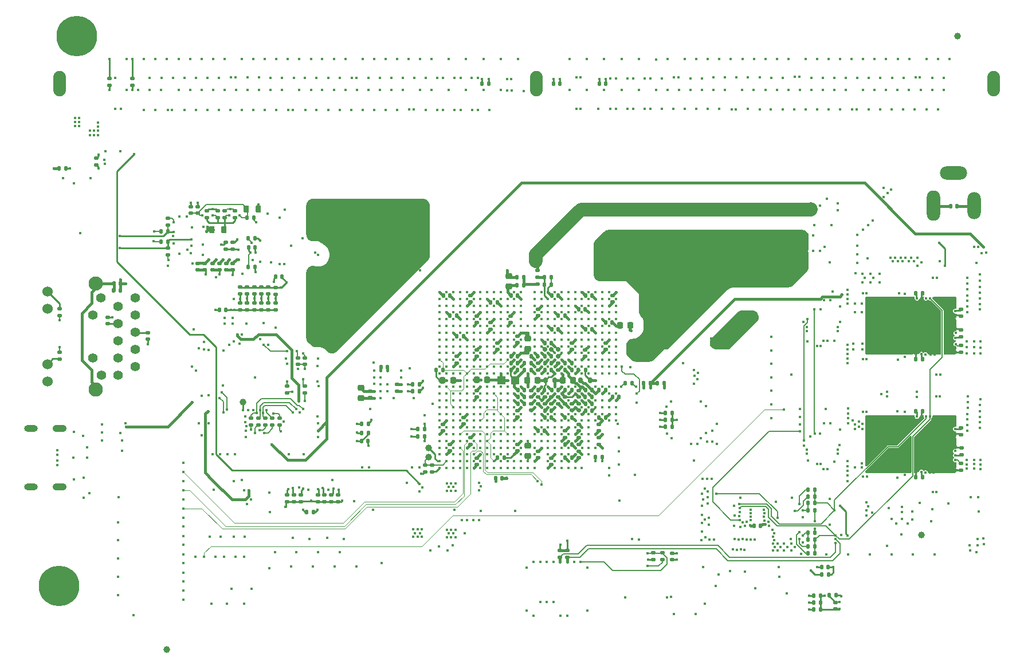
<source format=gbr>
G04 #@! TF.GenerationSoftware,KiCad,Pcbnew,7.0.11-rc3*
G04 #@! TF.CreationDate,2024-11-10T09:22:12+01:00*
G04 #@! TF.ProjectId,sodimm-ddr5-tester,736f6469-6d6d-42d6-9464-72352d746573,1.2.0*
G04 #@! TF.SameCoordinates,Original*
G04 #@! TF.FileFunction,Copper,L12,Bot*
G04 #@! TF.FilePolarity,Positive*
%FSLAX46Y46*%
G04 Gerber Fmt 4.6, Leading zero omitted, Abs format (unit mm)*
G04 Created by KiCad (PCBNEW 7.0.11-rc3) date 2024-11-10 09:22:12*
%MOMM*%
%LPD*%
G01*
G04 APERTURE LIST*
G04 Aperture macros list*
%AMRoundRect*
0 Rectangle with rounded corners*
0 $1 Rounding radius*
0 $2 $3 $4 $5 $6 $7 $8 $9 X,Y pos of 4 corners*
0 Add a 4 corners polygon primitive as box body*
4,1,4,$2,$3,$4,$5,$6,$7,$8,$9,$2,$3,0*
0 Add four circle primitives for the rounded corners*
1,1,$1+$1,$2,$3*
1,1,$1+$1,$4,$5*
1,1,$1+$1,$6,$7*
1,1,$1+$1,$8,$9*
0 Add four rect primitives between the rounded corners*
20,1,$1+$1,$2,$3,$4,$5,0*
20,1,$1+$1,$4,$5,$6,$7,0*
20,1,$1+$1,$6,$7,$8,$9,0*
20,1,$1+$1,$8,$9,$2,$3,0*%
G04 Aperture macros list end*
G04 #@! TA.AperFunction,ComponentPad*
%ADD10C,1.397000*%
G04 #@! TD*
G04 #@! TA.AperFunction,ComponentPad*
%ADD11C,1.524000*%
G04 #@! TD*
G04 #@! TA.AperFunction,ComponentPad*
%ADD12C,2.100000*%
G04 #@! TD*
G04 #@! TA.AperFunction,ComponentPad*
%ADD13C,2.108200*%
G04 #@! TD*
G04 #@! TA.AperFunction,ComponentPad*
%ADD14O,1.875000X3.750000*%
G04 #@! TD*
G04 #@! TA.AperFunction,ComponentPad*
%ADD15C,6.000000*%
G04 #@! TD*
G04 #@! TA.AperFunction,ComponentPad*
%ADD16O,2.100000X1.050000*%
G04 #@! TD*
G04 #@! TA.AperFunction,ComponentPad*
%ADD17O,2.000000X1.000000*%
G04 #@! TD*
G04 #@! TA.AperFunction,ComponentPad*
%ADD18O,2.000000X4.500000*%
G04 #@! TD*
G04 #@! TA.AperFunction,ComponentPad*
%ADD19O,4.000000X1.990000*%
G04 #@! TD*
G04 #@! TA.AperFunction,ComponentPad*
%ADD20O,2.000000X4.000000*%
G04 #@! TD*
G04 #@! TA.AperFunction,SMDPad,CuDef*
%ADD21RoundRect,0.135000X-0.185000X0.135000X-0.185000X-0.135000X0.185000X-0.135000X0.185000X0.135000X0*%
G04 #@! TD*
G04 #@! TA.AperFunction,SMDPad,CuDef*
%ADD22RoundRect,0.135000X0.185000X-0.135000X0.185000X0.135000X-0.185000X0.135000X-0.185000X-0.135000X0*%
G04 #@! TD*
G04 #@! TA.AperFunction,SMDPad,CuDef*
%ADD23RoundRect,0.135000X-0.135000X-0.185000X0.135000X-0.185000X0.135000X0.185000X-0.135000X0.185000X0*%
G04 #@! TD*
G04 #@! TA.AperFunction,SMDPad,CuDef*
%ADD24RoundRect,0.135000X0.135000X0.185000X-0.135000X0.185000X-0.135000X-0.185000X0.135000X-0.185000X0*%
G04 #@! TD*
G04 #@! TA.AperFunction,SMDPad,CuDef*
%ADD25RoundRect,0.140000X0.170000X-0.140000X0.170000X0.140000X-0.170000X0.140000X-0.170000X-0.140000X0*%
G04 #@! TD*
G04 #@! TA.AperFunction,SMDPad,CuDef*
%ADD26RoundRect,0.140000X-0.140000X-0.170000X0.140000X-0.170000X0.140000X0.170000X-0.140000X0.170000X0*%
G04 #@! TD*
G04 #@! TA.AperFunction,SMDPad,CuDef*
%ADD27RoundRect,0.114300X-0.266700X-0.430700X0.266700X-0.430700X0.266700X0.430700X-0.266700X0.430700X0*%
G04 #@! TD*
G04 #@! TA.AperFunction,SMDPad,CuDef*
%ADD28RoundRect,0.114300X0.266700X0.430700X-0.266700X0.430700X-0.266700X-0.430700X0.266700X-0.430700X0*%
G04 #@! TD*
G04 #@! TA.AperFunction,SMDPad,CuDef*
%ADD29C,1.000000*%
G04 #@! TD*
G04 #@! TA.AperFunction,SMDPad,CuDef*
%ADD30RoundRect,0.140000X0.140000X0.170000X-0.140000X0.170000X-0.140000X-0.170000X0.140000X-0.170000X0*%
G04 #@! TD*
G04 #@! TA.AperFunction,SMDPad,CuDef*
%ADD31RoundRect,0.140000X-0.170000X0.140000X-0.170000X-0.140000X0.170000X-0.140000X0.170000X0.140000X0*%
G04 #@! TD*
G04 #@! TA.AperFunction,SMDPad,CuDef*
%ADD32RoundRect,0.150000X0.150000X-0.150000X0.150000X0.150000X-0.150000X0.150000X-0.150000X-0.150000X0*%
G04 #@! TD*
G04 #@! TA.AperFunction,SMDPad,CuDef*
%ADD33RoundRect,0.150000X0.150000X0.150000X-0.150000X0.150000X-0.150000X-0.150000X0.150000X-0.150000X0*%
G04 #@! TD*
G04 #@! TA.AperFunction,SMDPad,CuDef*
%ADD34RoundRect,0.225000X0.250000X-0.225000X0.250000X0.225000X-0.250000X0.225000X-0.250000X-0.225000X0*%
G04 #@! TD*
G04 #@! TA.AperFunction,SMDPad,CuDef*
%ADD35RoundRect,0.120000X0.180000X0.280000X-0.180000X0.280000X-0.180000X-0.280000X0.180000X-0.280000X0*%
G04 #@! TD*
G04 #@! TA.AperFunction,SMDPad,CuDef*
%ADD36RoundRect,0.225000X0.225000X0.250000X-0.225000X0.250000X-0.225000X-0.250000X0.225000X-0.250000X0*%
G04 #@! TD*
G04 #@! TA.AperFunction,SMDPad,CuDef*
%ADD37RoundRect,0.150000X-0.150000X0.150000X-0.150000X-0.150000X0.150000X-0.150000X0.150000X0.150000X0*%
G04 #@! TD*
G04 #@! TA.AperFunction,SMDPad,CuDef*
%ADD38RoundRect,0.225000X-0.250000X0.225000X-0.250000X-0.225000X0.250000X-0.225000X0.250000X0.225000X0*%
G04 #@! TD*
G04 #@! TA.AperFunction,SMDPad,CuDef*
%ADD39RoundRect,0.225000X-0.225000X-0.250000X0.225000X-0.250000X0.225000X0.250000X-0.225000X0.250000X0*%
G04 #@! TD*
G04 #@! TA.AperFunction,SMDPad,CuDef*
%ADD40RoundRect,0.120000X-0.180000X-0.280000X0.180000X-0.280000X0.180000X0.280000X-0.180000X0.280000X0*%
G04 #@! TD*
G04 #@! TA.AperFunction,SMDPad,CuDef*
%ADD41R,1.200000X1.200000*%
G04 #@! TD*
G04 #@! TA.AperFunction,ViaPad*
%ADD42C,0.450000*%
G04 #@! TD*
G04 #@! TA.AperFunction,Conductor*
%ADD43C,0.256000*%
G04 #@! TD*
G04 #@! TA.AperFunction,Conductor*
%ADD44C,0.400000*%
G04 #@! TD*
G04 #@! TA.AperFunction,Conductor*
%ADD45C,0.200000*%
G04 #@! TD*
G04 #@! TA.AperFunction,Conductor*
%ADD46C,0.150000*%
G04 #@! TD*
G04 #@! TA.AperFunction,Conductor*
%ADD47C,0.182000*%
G04 #@! TD*
G04 #@! TA.AperFunction,Conductor*
%ADD48C,0.201000*%
G04 #@! TD*
G04 #@! TA.AperFunction,Conductor*
%ADD49C,0.198000*%
G04 #@! TD*
G04 #@! TA.AperFunction,Conductor*
%ADD50C,0.100000*%
G04 #@! TD*
G04 #@! TA.AperFunction,Conductor*
%ADD51C,2.000000*%
G04 #@! TD*
G04 #@! TA.AperFunction,Conductor*
%ADD52C,0.177000*%
G04 #@! TD*
G04 APERTURE END LIST*
D10*
X80912700Y-162662487D03*
X78373700Y-163931487D03*
X80912700Y-165201487D03*
X78373700Y-166471487D03*
X80912700Y-167740487D03*
X78373700Y-169011487D03*
X80912700Y-170280487D03*
X78373700Y-171552487D03*
X80912700Y-172821487D03*
X78373700Y-174091487D03*
X75834700Y-162662487D03*
X74573700Y-165201487D03*
X74573700Y-171552487D03*
X75842700Y-174091487D03*
D11*
X67954700Y-161735487D03*
X67954700Y-164276487D03*
X67954700Y-172476487D03*
X67954700Y-175017487D03*
D12*
X75062700Y-160526487D03*
D13*
X75062700Y-176225487D03*
D14*
X69724501Y-131000000D03*
X140125501Y-131000000D03*
X207674501Y-131000000D03*
D15*
X72212200Y-123952000D03*
D16*
X69682400Y-181925800D03*
D17*
X65501400Y-181925800D03*
D16*
X69682400Y-190566800D03*
D17*
X65501400Y-190566800D03*
D15*
X69596000Y-205199800D03*
D18*
X198861400Y-149057600D03*
D19*
X201809400Y-144178600D03*
D20*
X204860400Y-149057600D03*
D21*
X98000000Y-180440000D03*
X98000000Y-181460000D03*
X99050000Y-180440000D03*
X99050000Y-181460000D03*
X100100000Y-180440000D03*
X100100000Y-181460000D03*
X102200000Y-180440000D03*
X102200000Y-181460000D03*
X101150000Y-180440000D03*
X101150000Y-181460000D03*
D22*
X107858200Y-192795800D03*
X107858200Y-191775800D03*
X108858200Y-192795800D03*
X108858200Y-191775800D03*
X104358200Y-192795800D03*
X104358200Y-191775800D03*
X103342200Y-192800301D03*
X103342200Y-191780301D03*
X105383200Y-192785800D03*
X105383200Y-191765800D03*
X109858200Y-192795800D03*
X109858200Y-191775800D03*
X110858200Y-192795800D03*
X110858200Y-191775800D03*
X99500501Y-162086000D03*
X99500501Y-161066000D03*
X98450501Y-162086000D03*
X98450501Y-161066000D03*
X101625501Y-162111000D03*
X101625501Y-161091000D03*
X100525501Y-162086000D03*
X100525501Y-161066000D03*
X95308672Y-155460000D03*
X95308672Y-154440000D03*
D23*
X97590000Y-153800000D03*
X98610000Y-153800000D03*
D24*
X85710501Y-152813149D03*
X84690501Y-152813149D03*
X85710501Y-154313149D03*
X84690501Y-154313149D03*
D25*
X95600000Y-150780000D03*
X95600000Y-149820000D03*
X93308672Y-158484992D03*
X93308672Y-157524992D03*
X95308672Y-158484992D03*
X95308672Y-157524992D03*
X93036829Y-150763157D03*
X93036829Y-149803157D03*
X91150000Y-158484992D03*
X91150000Y-157524992D03*
X94061829Y-150763157D03*
X94061829Y-149803157D03*
X94308672Y-158484992D03*
X94308672Y-157524992D03*
D26*
X97406829Y-150808157D03*
X98366829Y-150808157D03*
D25*
X91500000Y-150763157D03*
X91500000Y-149803157D03*
D26*
X97620000Y-155200000D03*
X98580000Y-155200000D03*
D25*
X90086829Y-150113157D03*
X90086829Y-149153157D03*
X92308672Y-158484992D03*
X92308672Y-157524992D03*
X89086829Y-150113157D03*
X89086829Y-149153157D03*
X90108672Y-158484992D03*
X90108672Y-157524992D03*
D27*
X99091501Y-149558851D03*
X97312501Y-149558851D03*
D28*
X92195829Y-152558157D03*
X93974829Y-152558157D03*
D22*
X69672200Y-171674000D03*
X69672200Y-170654000D03*
D21*
X69692701Y-164240000D03*
X69692701Y-165260000D03*
X99525501Y-163441000D03*
X99525501Y-164461000D03*
D24*
X98610000Y-158100000D03*
X97590000Y-158100000D03*
D21*
X97425501Y-163441000D03*
X97425501Y-164461000D03*
X101625501Y-163441000D03*
X101625501Y-164461000D03*
X100550501Y-163441000D03*
X100550501Y-164461000D03*
D22*
X94258672Y-155460000D03*
X94258672Y-154440000D03*
X85680501Y-151863149D03*
X85680501Y-150843149D03*
D21*
X85680501Y-155253149D03*
X85680501Y-156273149D03*
D22*
X96375501Y-162086000D03*
X96375501Y-161066000D03*
D21*
X96375501Y-163441000D03*
X96375501Y-164461000D03*
D29*
X96800000Y-178050000D03*
D21*
X98475501Y-163441000D03*
X98475501Y-164461000D03*
D22*
X97425501Y-162086000D03*
X97425501Y-161066000D03*
D26*
X117170501Y-172866000D03*
X118130501Y-172866000D03*
D30*
X148355501Y-162301000D03*
X147395501Y-162301000D03*
D24*
X181310000Y-197400000D03*
X180290000Y-197400000D03*
D30*
X145355501Y-173301000D03*
X144395501Y-173301000D03*
X150355001Y-180300501D03*
X149395001Y-180300501D03*
D25*
X75095100Y-142986700D03*
X75095100Y-142026700D03*
D24*
X181310000Y-194050000D03*
X180290000Y-194050000D03*
D22*
X144708700Y-200995301D03*
X144708700Y-199975301D03*
D30*
X142355001Y-171302500D03*
X141395001Y-171302500D03*
D23*
X159190500Y-180676001D03*
X160210500Y-180676001D03*
D31*
X143375501Y-172321000D03*
X143375501Y-173281000D03*
D22*
X77089000Y-131218400D03*
X77089000Y-130198400D03*
D25*
X143375001Y-178280500D03*
X143375001Y-177320500D03*
D26*
X149456200Y-131000000D03*
X150416200Y-131000000D03*
D31*
X146375001Y-183320500D03*
X146375001Y-184280500D03*
D23*
X196190000Y-171725000D03*
X197210000Y-171725000D03*
X137267001Y-159575500D03*
X138287001Y-159575500D03*
D26*
X147395501Y-167301000D03*
X148355501Y-167301000D03*
D25*
X149377001Y-182280500D03*
X149377001Y-181320500D03*
D22*
X158750000Y-201370800D03*
X158750000Y-200350800D03*
D26*
X137395001Y-177302500D03*
X138355001Y-177302500D03*
X136397001Y-173302500D03*
X137357001Y-173302500D03*
D30*
X202308400Y-149072600D03*
X201348400Y-149072600D03*
D25*
X119580501Y-176406000D03*
X119580501Y-175446000D03*
D32*
X141375001Y-170302500D03*
D33*
X142374001Y-170302500D03*
D25*
X160200000Y-201355800D03*
X160200000Y-200395800D03*
D22*
X140302001Y-160610000D03*
X140302001Y-159590000D03*
D31*
X149377001Y-183320500D03*
X149377001Y-184280500D03*
D34*
X138900501Y-186051000D03*
X138900501Y-184501000D03*
D30*
X134355501Y-163301000D03*
X133395501Y-163301000D03*
D25*
X139375001Y-179282500D03*
X139375001Y-178322500D03*
D31*
X146375001Y-185320501D03*
X146375001Y-186280501D03*
D35*
X141475501Y-174801000D03*
X142875501Y-174801000D03*
D26*
X139395001Y-171302500D03*
X140355001Y-171302500D03*
X156020501Y-175276000D03*
X156980501Y-175276000D03*
D22*
X202881001Y-170732000D03*
X202881001Y-169712000D03*
D26*
X172320501Y-196376000D03*
X173280501Y-196376000D03*
D25*
X141375501Y-178281000D03*
X141375501Y-177321000D03*
D23*
X125367001Y-173300500D03*
X126387001Y-173300500D03*
D30*
X148355501Y-176301000D03*
X147395501Y-176301000D03*
D23*
X147367001Y-177302500D03*
X148387001Y-177302500D03*
D29*
X124200000Y-186200000D03*
D30*
X145355001Y-180302500D03*
X144395001Y-180302500D03*
X129355501Y-168301000D03*
X128395501Y-168301000D03*
D29*
X197010501Y-197696000D03*
D30*
X94280000Y-164451500D03*
X93320000Y-164451500D03*
D36*
X140350501Y-174801000D03*
X138800501Y-174801000D03*
D26*
X141395501Y-180301000D03*
X142355501Y-180301000D03*
D33*
X143375001Y-171302500D03*
D37*
X143375001Y-170303500D03*
D30*
X137355501Y-162301000D03*
X136395501Y-162301000D03*
X183255000Y-202475600D03*
X182295000Y-202475600D03*
D31*
X126375501Y-181321000D03*
X126375501Y-182281000D03*
X130375501Y-162321000D03*
X130375501Y-163281000D03*
D24*
X78705200Y-161564000D03*
X77685200Y-161564000D03*
D26*
X142677000Y-131000000D03*
X143637000Y-131000000D03*
D23*
X181148800Y-206679800D03*
X182168800Y-206679800D03*
D25*
X140375501Y-165281000D03*
X140375501Y-164321000D03*
D31*
X150375501Y-169322500D03*
X150375501Y-170282500D03*
D30*
X145357001Y-186300500D03*
X144397001Y-186300500D03*
D31*
X137375501Y-184321000D03*
X137375501Y-185281000D03*
D26*
X183428800Y-206629800D03*
X184388800Y-206629800D03*
D31*
X130375501Y-183320500D03*
X130375501Y-184280500D03*
D29*
X124200000Y-184800000D03*
D25*
X140375501Y-178281000D03*
X140375501Y-177321000D03*
D26*
X144397001Y-184300500D03*
X145357001Y-184300500D03*
D23*
X181148800Y-207679800D03*
X182168800Y-207679800D03*
D25*
X140375001Y-173282500D03*
X140375001Y-172322500D03*
X104950000Y-172468000D03*
X104950000Y-171508000D03*
D30*
X137357002Y-171302500D03*
X136397002Y-171302500D03*
D24*
X122860501Y-175426000D03*
X121840501Y-175426000D03*
D30*
X148355001Y-179300500D03*
X147395001Y-179300500D03*
X128355501Y-165301000D03*
X127395501Y-165301000D03*
D31*
X147375001Y-170320500D03*
X147375001Y-171280500D03*
D24*
X159010501Y-175276000D03*
X157990501Y-175276000D03*
D25*
X137375001Y-180282500D03*
X137375001Y-179322500D03*
D22*
X202875000Y-165360000D03*
X202875000Y-164340000D03*
D38*
X114275501Y-175951000D03*
X114275501Y-177501000D03*
D30*
X141355001Y-182300500D03*
X140395001Y-182300500D03*
D24*
X147385001Y-173302500D03*
X146365001Y-173302500D03*
D21*
X124750000Y-187340000D03*
X124750000Y-188360000D03*
D24*
X154285001Y-175300000D03*
X153265001Y-175300000D03*
D31*
X144375501Y-182321000D03*
X144375501Y-183281000D03*
D25*
X146375001Y-179280500D03*
X146375001Y-178320500D03*
D30*
X139357001Y-173302500D03*
X138397001Y-173302500D03*
D22*
X123700000Y-188360000D03*
X123700000Y-187340000D03*
D23*
X114290501Y-181249999D03*
X115310501Y-181249999D03*
D31*
X129375501Y-180321000D03*
X129375501Y-181281000D03*
D25*
X128375501Y-172281000D03*
X128375501Y-171321000D03*
D31*
X131375501Y-186321000D03*
X131375501Y-187281000D03*
D26*
X136397001Y-172302500D03*
X137357001Y-172302500D03*
D31*
X131375501Y-176321000D03*
X131375501Y-177281000D03*
X202950000Y-184870000D03*
X202950000Y-185830000D03*
D24*
X197210000Y-179400000D03*
X196190000Y-179400000D03*
D26*
X142395001Y-176302500D03*
X143355001Y-176302500D03*
D25*
X105960000Y-172460000D03*
X105960000Y-171500000D03*
D26*
X140395501Y-176301000D03*
X141355501Y-176301000D03*
X146395501Y-164301000D03*
X147355501Y-164301000D03*
D31*
X184308800Y-207649800D03*
X184308800Y-208609800D03*
D25*
X136375501Y-166281000D03*
X136375501Y-165321000D03*
D30*
X149857001Y-186150500D03*
X148897001Y-186150500D03*
D26*
X141370000Y-159600000D03*
X142330000Y-159600000D03*
X141395501Y-172301000D03*
X142355501Y-172301000D03*
X144395501Y-172301000D03*
X145355501Y-172301000D03*
D31*
X131375501Y-165321000D03*
X131375501Y-166281000D03*
D22*
X202925000Y-188160000D03*
X202925000Y-187140000D03*
D21*
X80467200Y-130223800D03*
X80467200Y-131243800D03*
D25*
X140375501Y-186281000D03*
X140375501Y-185321000D03*
D24*
X135385000Y-186300000D03*
X134365000Y-186300000D03*
D25*
X145375501Y-179281000D03*
X145375501Y-178321000D03*
D26*
X150395501Y-166301000D03*
X151355501Y-166301000D03*
D30*
X138355001Y-176302500D03*
X137395001Y-176302500D03*
X107188200Y-194285800D03*
X106228200Y-194285800D03*
D25*
X139375001Y-177282500D03*
X139375001Y-176322500D03*
D24*
X197210000Y-161950000D03*
X196190000Y-161950000D03*
D23*
X181148800Y-208679800D03*
X182168800Y-208679800D03*
D22*
X143655200Y-200998799D03*
X143655200Y-199978799D03*
D31*
X127375501Y-184321000D03*
X127375501Y-185281000D03*
D25*
X103340000Y-176684000D03*
X103340000Y-175724000D03*
D31*
X142375501Y-186321000D03*
X142375501Y-187281000D03*
D30*
X152355001Y-177300500D03*
X151395001Y-177300500D03*
D38*
X138877001Y-168627500D03*
X138877001Y-170177500D03*
D26*
X143395501Y-165301000D03*
X144355501Y-165301000D03*
D23*
X122640000Y-182000000D03*
X123660000Y-182000000D03*
D26*
X141370000Y-160700000D03*
X142330000Y-160700000D03*
D39*
X131325501Y-174776000D03*
X132875501Y-174776000D03*
D25*
X134375501Y-170281000D03*
X134375501Y-169321000D03*
D24*
X181310000Y-198400000D03*
X180290000Y-198400000D03*
D39*
X126300501Y-174801000D03*
X127850501Y-174801000D03*
D24*
X115310502Y-182600000D03*
X114290502Y-182600000D03*
D25*
X105960000Y-176684000D03*
X105960000Y-175724000D03*
D26*
X69647900Y-143524800D03*
X70607900Y-143524800D03*
D31*
X115580501Y-176446000D03*
X115580501Y-177406000D03*
D26*
X149395001Y-176300000D03*
X150355001Y-176300000D03*
D40*
X148075501Y-174801000D03*
X146675501Y-174801000D03*
D25*
X133375501Y-167281000D03*
X133375501Y-166321000D03*
D31*
X151375501Y-162321000D03*
X151375501Y-163281000D03*
D26*
X101620000Y-159550000D03*
X102580000Y-159550000D03*
D23*
X159190501Y-179676000D03*
X160210501Y-179676000D03*
D26*
X141395001Y-179302500D03*
X142355001Y-179302500D03*
D25*
X137375501Y-169281000D03*
X137375501Y-168321000D03*
X146375001Y-182282500D03*
X146375001Y-181322500D03*
D24*
X181310000Y-191000000D03*
X180290000Y-191000000D03*
D34*
X136075001Y-160977500D03*
X136075001Y-159427500D03*
D23*
X122640000Y-183099999D03*
X123660000Y-183099999D03*
D24*
X181310000Y-192000000D03*
X180290000Y-192000000D03*
D31*
X202900000Y-167420000D03*
X202900000Y-168380000D03*
D24*
X181310000Y-199400000D03*
X180290000Y-199400000D03*
D25*
X142375501Y-178281000D03*
X142375501Y-177321000D03*
D31*
X76779097Y-165497487D03*
X76779097Y-166457487D03*
D30*
X142355501Y-173301000D03*
X141395501Y-173301000D03*
D31*
X144375001Y-177322500D03*
X144375001Y-178282500D03*
D36*
X145550501Y-174801000D03*
X144000501Y-174801000D03*
D29*
X202336400Y-123926600D03*
D30*
X127355501Y-162301000D03*
X126395501Y-162301000D03*
X148357001Y-178302500D03*
X147397001Y-178302500D03*
D26*
X141395501Y-169301000D03*
X142355501Y-169301000D03*
D29*
X85572600Y-214655400D03*
D24*
X181310000Y-193000000D03*
X180290000Y-193000000D03*
D23*
X196190000Y-189175000D03*
X197210000Y-189175000D03*
D24*
X138287001Y-160800500D03*
X137267001Y-160800500D03*
X122860501Y-176476000D03*
X121840501Y-176476000D03*
X181310000Y-200400000D03*
X180290000Y-200400000D03*
D41*
X134950501Y-174801000D03*
X137050501Y-174801000D03*
D21*
X140302001Y-158615000D03*
X140302001Y-159635000D03*
D25*
X82729097Y-168757487D03*
X82729097Y-167797487D03*
D30*
X143355501Y-167301000D03*
X142395501Y-167301000D03*
D26*
X137395001Y-178302500D03*
X138355001Y-178302500D03*
X77731200Y-160564000D03*
X78691200Y-160564000D03*
X138390501Y-172296000D03*
X139350501Y-172296000D03*
X132133400Y-131000000D03*
X133093400Y-131000000D03*
X144395001Y-176302500D03*
X145355001Y-176302500D03*
D22*
X202925000Y-182910000D03*
X202925000Y-181890000D03*
D25*
X145375501Y-170281000D03*
X145375501Y-169321000D03*
D23*
X159190501Y-181676000D03*
X160210501Y-181676000D03*
D26*
X134120501Y-189276000D03*
X135080501Y-189276000D03*
D31*
X146375501Y-176321000D03*
X146375501Y-177281000D03*
D22*
X157400000Y-201370800D03*
X157400000Y-200350800D03*
D23*
X182290000Y-203525600D03*
X183310000Y-203525600D03*
D26*
X114320502Y-183800000D03*
X115280502Y-183800000D03*
D25*
X131375501Y-171281000D03*
X131375501Y-170321000D03*
D26*
X142395501Y-162301000D03*
X143355501Y-162301000D03*
D39*
X152500001Y-166702500D03*
X154050001Y-166702500D03*
D42*
X88491829Y-150623157D03*
X98650000Y-156000000D03*
X100400501Y-150213149D03*
X78956400Y-185243949D03*
X134874000Y-127355600D03*
X72616600Y-137277600D03*
X187579000Y-154940000D03*
X165481000Y-127355600D03*
X108521500Y-127355600D03*
X179600000Y-166200000D03*
X131877001Y-175800500D03*
X204850000Y-169050000D03*
X144875001Y-170802500D03*
X145875001Y-163802500D03*
X115750001Y-180650000D03*
X105151000Y-179585000D03*
X193927000Y-183351000D03*
X139875001Y-173802501D03*
X115976400Y-194005200D03*
X123250501Y-196876000D03*
X147624800Y-131953000D03*
X196570500Y-165451500D03*
X152730200Y-127355600D03*
X90091329Y-148586000D03*
X195400000Y-180300000D03*
X132141800Y-130287800D03*
X146875001Y-166802501D03*
X73755899Y-184730800D03*
X100536501Y-169561500D03*
X141875001Y-175800500D03*
X147875001Y-177800500D03*
X195200000Y-170700000D03*
X85741829Y-157933157D03*
X160078501Y-177960999D03*
X137877001Y-183800500D03*
X94047244Y-166455000D03*
X101727000Y-127355600D03*
X167182800Y-127355600D03*
X138877001Y-170776000D03*
X193900000Y-165900000D03*
X171800501Y-195476000D03*
X142875001Y-164802500D03*
X177380900Y-127355600D03*
X90678000Y-127355600D03*
X137877001Y-177800500D03*
X98323400Y-127355600D03*
X179920900Y-127355600D03*
X195237100Y-127355600D03*
X90678000Y-131953000D03*
X91686501Y-170350000D03*
X194975000Y-196025000D03*
X129100000Y-195500000D03*
X127877001Y-172802500D03*
X189550000Y-166875000D03*
X106832400Y-127355600D03*
X196200000Y-170900000D03*
X72016600Y-136677600D03*
X197997500Y-185602500D03*
X197158001Y-185173000D03*
X81332002Y-131953000D03*
X135877001Y-166802500D03*
X183775000Y-151875000D03*
X172400501Y-198376000D03*
X147875001Y-181800500D03*
X189725000Y-184300000D03*
X107149200Y-202337800D03*
X149464600Y-130314000D03*
X203700000Y-186575000D03*
X145875001Y-183800500D03*
X145875001Y-185800500D03*
X87989200Y-197851000D03*
X177740501Y-198256000D03*
X109399200Y-191037800D03*
X166115501Y-182305000D03*
X119100000Y-177427500D03*
X173972001Y-131953000D03*
X141875001Y-173802500D03*
X113258600Y-192709800D03*
X181082000Y-153409001D03*
X182037107Y-182676000D03*
X102991975Y-149611025D03*
X184200000Y-186900000D03*
X105981344Y-177902328D03*
X139875001Y-171802500D03*
X77502097Y-165506950D03*
X170300501Y-192176000D03*
X163400000Y-186700000D03*
X149875001Y-165802500D03*
X171800501Y-194476000D03*
X110223300Y-131953000D03*
X148875001Y-176800500D03*
X134874000Y-131953000D03*
X191828201Y-131953000D03*
X180600000Y-183100000D03*
X148875001Y-171802500D03*
X194627000Y-180801000D03*
X170300501Y-196476000D03*
X118719600Y-131953000D03*
X75955899Y-181330800D03*
X154319800Y-198326200D03*
X133900501Y-174776000D03*
X197970500Y-168151500D03*
X75955899Y-182530800D03*
X95000000Y-164451500D03*
X187579000Y-153365200D03*
X198300000Y-188451000D03*
X182880000Y-179070000D03*
X128875501Y-174801000D03*
X132877001Y-178800500D03*
X116433600Y-154609800D03*
X177105000Y-206365600D03*
X199000000Y-162700000D03*
X201050000Y-193050000D03*
X101616501Y-167061000D03*
X102240501Y-157646000D03*
X140875001Y-173802500D03*
X83027301Y-131953000D03*
X73225899Y-189230800D03*
X113549200Y-202337800D03*
X128200501Y-196901000D03*
X141875002Y-171802500D03*
X172288200Y-127355600D03*
X122974100Y-127355600D03*
X125730000Y-199390000D03*
X196697500Y-184302500D03*
X192582800Y-146685000D03*
X92800501Y-159626000D03*
X136877001Y-180800500D03*
X193900000Y-167800000D03*
X96150000Y-157000000D03*
X193927000Y-185251000D03*
X144705200Y-209614800D03*
X121950501Y-196876000D03*
X129900501Y-174801000D03*
X122600501Y-196876000D03*
X205800000Y-187950000D03*
X71757900Y-186230800D03*
X121450000Y-173100000D03*
X71779400Y-182430800D03*
X155270200Y-131953000D03*
X87274400Y-131953000D03*
X95456500Y-197929600D03*
X91689501Y-177069000D03*
X181082000Y-155740998D03*
X99174300Y-131953000D03*
X119570500Y-127355600D03*
X160066400Y-206872200D03*
X97472500Y-131953000D03*
X136877001Y-176800500D03*
X189151064Y-151889264D03*
X171200501Y-195776000D03*
X166319200Y-131953000D03*
X101375251Y-160295500D03*
X97356500Y-193129600D03*
X159435500Y-182693000D03*
X157843001Y-131953000D03*
X106832400Y-131953000D03*
X191950000Y-199300000D03*
X95770700Y-131953000D03*
X171800501Y-194976000D03*
X136877001Y-169802500D03*
X176058800Y-203914600D03*
X148875001Y-182800499D03*
X199000000Y-200600000D03*
X102900501Y-157636000D03*
X101500000Y-200200000D03*
X173990000Y-127355600D03*
X193522600Y-131953000D03*
X102850000Y-180950000D03*
X196927402Y-131953000D03*
X107826000Y-180200000D03*
X88976200Y-127355600D03*
X175500501Y-192776000D03*
X171000501Y-196376000D03*
X145875001Y-182800500D03*
X198450000Y-195700000D03*
X129877001Y-168802500D03*
X87994500Y-187023000D03*
X204850000Y-169950000D03*
X89527244Y-167295000D03*
X194150000Y-194300000D03*
X164470501Y-183388001D03*
X194150000Y-193560000D03*
X126877001Y-180800500D03*
X100700000Y-191400000D03*
X181622700Y-127355600D03*
X117017800Y-131953000D03*
X198020501Y-184310500D03*
X111709200Y-198297800D03*
X103949200Y-202337800D03*
X88988900Y-131953000D03*
X191439800Y-146431000D03*
X148875001Y-180800500D03*
X92701564Y-200875321D03*
X164624801Y-131953000D03*
X168021000Y-131953000D03*
X115570000Y-179070000D03*
X147875001Y-172802500D03*
X204300000Y-192100000D03*
X94800000Y-156950000D03*
X78713900Y-140994299D03*
X150177500Y-127355600D03*
X145072100Y-127355600D03*
X149875001Y-182800500D03*
X93800000Y-156950000D03*
X199000000Y-171000000D03*
X159408500Y-206944900D03*
X134877001Y-173802500D03*
X159537400Y-131953000D03*
X197131001Y-165999000D03*
X86591829Y-154583157D03*
X104140000Y-198120000D03*
X103910501Y-154936000D03*
X179505000Y-198813000D03*
X123250501Y-197976000D03*
X175680302Y-131953000D03*
X72616600Y-136661600D03*
X197131001Y-167722000D03*
X169355502Y-196350000D03*
X121272300Y-127355600D03*
X147875001Y-169802500D03*
X157822900Y-127393700D03*
X85750501Y-157073149D03*
X107873800Y-163779200D03*
X115300001Y-184500000D03*
X191948000Y-166774000D03*
X87989200Y-205951000D03*
X128877001Y-165802500D03*
X174895500Y-176398500D03*
X147624800Y-127355600D03*
X195219101Y-131953000D03*
X204850000Y-186600000D03*
X72016600Y-137277600D03*
X140875001Y-170802500D03*
X103428800Y-127355600D03*
X87391829Y-150583157D03*
X145072100Y-131953000D03*
X203750000Y-170900000D03*
X83870800Y-127355600D03*
X111925100Y-127355600D03*
X198881001Y-183450000D03*
X191975000Y-184225000D03*
X184200000Y-169000000D03*
X107926000Y-183218000D03*
X139875001Y-176800500D03*
X142875001Y-172802500D03*
X183500000Y-196150000D03*
X203750000Y-187900000D03*
X198850000Y-188450000D03*
X190300000Y-184900000D03*
X116179600Y-127355600D03*
X137877002Y-175800500D03*
X135877001Y-187800500D03*
X140875001Y-172802500D03*
X144875001Y-181800501D03*
X166000000Y-168700000D03*
X159524700Y-127355600D03*
X186728100Y-127355600D03*
X187579000Y-156184600D03*
X203700000Y-169075000D03*
X193300000Y-166800000D03*
X200800000Y-162700000D03*
X144875001Y-172802500D03*
X91855500Y-197929600D03*
X154075001Y-167502500D03*
X127228600Y-127355600D03*
X138295400Y-132071998D03*
X78672200Y-159914000D03*
X90928157Y-152143165D03*
X205400000Y-192100000D03*
X197027000Y-180151000D03*
X151875001Y-177800500D03*
X135877002Y-177800500D03*
X181600000Y-202450600D03*
X136877001Y-171802500D03*
X115316000Y-131953000D03*
X184958299Y-207629800D03*
X189125000Y-184925000D03*
X72616600Y-136061600D03*
X166100000Y-183900000D03*
X203750000Y-169950000D03*
X202251001Y-188150000D03*
X105130600Y-131953000D03*
X132321300Y-131953000D03*
X89801564Y-200875321D03*
X170600501Y-195876000D03*
X190150000Y-166275000D03*
X122925501Y-197426000D03*
X154000000Y-172904000D03*
X183057000Y-147984002D03*
X74140899Y-191530800D03*
X79623701Y-131953000D03*
X118150501Y-173426000D03*
X152374503Y-185301000D03*
X170967400Y-203149200D03*
X203750000Y-187250000D03*
X193527000Y-179401000D03*
X189125000Y-183675000D03*
X142875001Y-175800500D03*
X200317100Y-131953000D03*
X183000000Y-200600000D03*
X163502000Y-174200000D03*
X172497800Y-205549600D03*
X204850000Y-187200000D03*
X156002501Y-175976000D03*
X148875001Y-162802500D03*
X150875002Y-179800500D03*
X140875001Y-175800500D03*
X122000000Y-177426500D03*
X205800000Y-170000000D03*
X145875001Y-184800500D03*
X196597500Y-185702500D03*
X152374503Y-183301000D03*
X160466400Y-209420200D03*
X128000000Y-194000000D03*
X122600501Y-197976000D03*
X78655899Y-182630800D03*
X87994500Y-189723000D03*
X129877000Y-179800500D03*
X187578400Y-157497600D03*
X147706700Y-208835298D03*
X105130600Y-127355600D03*
X87989200Y-203251000D03*
X127550501Y-198001000D03*
X145875001Y-175800500D03*
X120421400Y-131953000D03*
X184900000Y-184400000D03*
X100685200Y-202617299D03*
X202127000Y-184651000D03*
X96621600Y-127355600D03*
X95550501Y-164451000D03*
X160899499Y-201324800D03*
X194150000Y-195350000D03*
X183500000Y-192400000D03*
X126900501Y-198001000D03*
X196597500Y-182902500D03*
X106629200Y-198297800D03*
X171200501Y-198376000D03*
X188950000Y-166250000D03*
X131928228Y-194128228D03*
X146875001Y-187800500D03*
X148875001Y-173802501D03*
X197158001Y-183450000D03*
X170000501Y-198376000D03*
X196570500Y-168251500D03*
X97300000Y-181600000D03*
X133877001Y-170802500D03*
X145875001Y-186800500D03*
X150875001Y-187800501D03*
X182487502Y-131953000D03*
X131877000Y-164802500D03*
X143875001Y-171802500D03*
X127875501Y-197451000D03*
X161800000Y-172300000D03*
X124850000Y-178300000D03*
X114477800Y-127355600D03*
X174895500Y-174398500D03*
X184182801Y-131953000D03*
X205800000Y-169050000D03*
X201168000Y-127342900D03*
X130800000Y-195500000D03*
X197970500Y-165651500D03*
X127877001Y-162802500D03*
X102191829Y-150774400D03*
X153900000Y-169800000D03*
X92300000Y-149550000D03*
X150875001Y-188900501D03*
X202150000Y-170675000D03*
X108521500Y-131953000D03*
X90683501Y-177089000D03*
X180300000Y-186700000D03*
X199497500Y-185702500D03*
X139875001Y-186800501D03*
X73280899Y-192205800D03*
X124675900Y-131953000D03*
X191465200Y-147751800D03*
X89882344Y-173382328D03*
X100765200Y-194314762D03*
X204825000Y-170900000D03*
X177945999Y-192230502D03*
X199731899Y-157242600D03*
X108661200Y-162966400D03*
X91750000Y-156950000D03*
X174895500Y-172399500D03*
X151875001Y-179800500D03*
X175679100Y-127355600D03*
X141875001Y-178800500D03*
X100960501Y-157356000D03*
X169400501Y-198276000D03*
X169400000Y-194850000D03*
X170900501Y-199876000D03*
X150875001Y-168802500D03*
X189814200Y-151180800D03*
X194627000Y-188851000D03*
X183605107Y-181174500D03*
X142875001Y-185800500D03*
X75955899Y-183730800D03*
X170100000Y-194900000D03*
X80621000Y-209512600D03*
X135841200Y-158572200D03*
X143875001Y-167802500D03*
X92800000Y-156950000D03*
X204825000Y-187900000D03*
X150875002Y-175800500D03*
X137000501Y-194176000D03*
X166624000Y-205257400D03*
X198881001Y-185173000D03*
X196750000Y-193000000D03*
X129540000Y-197485000D03*
X172262800Y-131953000D03*
X189118901Y-156828600D03*
X82169000Y-127355600D03*
X183324500Y-127355600D03*
X94059829Y-165647157D03*
X91000000Y-170300000D03*
X143875001Y-178800500D03*
X199470500Y-165451500D03*
X165165502Y-178656000D03*
X125877001Y-177800500D03*
X165165501Y-182655000D03*
X165017901Y-207895699D03*
X132321300Y-127355600D03*
X138870501Y-183806000D03*
X193535300Y-127355600D03*
X125877001Y-166802500D03*
X192600000Y-200600000D03*
X145875001Y-176800500D03*
X103325501Y-172385000D03*
X174895500Y-178398500D03*
X177800000Y-173990000D03*
X188366400Y-152603200D03*
X87989200Y-195151000D03*
X198650000Y-193850000D03*
X147875001Y-179800500D03*
X199470500Y-168251500D03*
X89090501Y-148576000D03*
X135730501Y-189266000D03*
X171800501Y-193976000D03*
X193450000Y-189225000D03*
X151875001Y-175800500D03*
X170400501Y-199776000D03*
X179505000Y-195063000D03*
X153263499Y-206947898D03*
X94900000Y-149550000D03*
X107900000Y-200200000D03*
X93456500Y-197929600D03*
X97271658Y-166455157D03*
X170568401Y-131953000D03*
X100876100Y-131953000D03*
X198400000Y-171000000D03*
X152730200Y-131953000D03*
X139875001Y-178800500D03*
X132877001Y-167802500D03*
X124460000Y-200025000D03*
X85572600Y-127355600D03*
X145875001Y-178800500D03*
X128877001Y-186800500D03*
X182034000Y-149009001D03*
X140875001Y-168802500D03*
X84721700Y-131953000D03*
X112979200Y-150520400D03*
X170586400Y-127355600D03*
X174888000Y-170447000D03*
X138875501Y-173801000D03*
X98301000Y-179200000D03*
X97125000Y-180182000D03*
X180200000Y-169100000D03*
X121950501Y-197976000D03*
X93820501Y-175635000D03*
X105922344Y-173132328D03*
X105119366Y-190689034D03*
X130877001Y-182800500D03*
X86536829Y-151433157D03*
X126877001Y-169802499D03*
X169350000Y-193350000D03*
X193927000Y-180201000D03*
X122974100Y-131953000D03*
X93600000Y-154800000D03*
X79422200Y-160564000D03*
X73755899Y-186230800D03*
X193700000Y-161950000D03*
X137877002Y-162802500D03*
X87994500Y-192423000D03*
X148875001Y-178800500D03*
X94068900Y-131953000D03*
X136909706Y-173751688D03*
X190125000Y-167475000D03*
X87989200Y-200551000D03*
X161221201Y-131953000D03*
X127228600Y-131953000D03*
X198854001Y-167722000D03*
X131700000Y-195500000D03*
X127800000Y-199200000D03*
X183607608Y-163021999D03*
X127000000Y-200025000D03*
X190131700Y-127355600D03*
X147875001Y-175800500D03*
X182153608Y-164356694D03*
X111100000Y-200200000D03*
X112090200Y-167868600D03*
X148875001Y-186800501D03*
X188424601Y-131953000D03*
X180779201Y-131953000D03*
X117957600Y-156083000D03*
X151875001Y-161802500D03*
X147875001Y-185800500D03*
X97225000Y-183200000D03*
X186200000Y-200600000D03*
X179070000Y-131953000D03*
X120150501Y-175426000D03*
X105649200Y-193970501D03*
X99827658Y-166413157D03*
X160168501Y-183388001D03*
X131877001Y-185800500D03*
X193900000Y-162750000D03*
X133877001Y-181800500D03*
X192049400Y-147193000D03*
X205800000Y-170900000D03*
X152374503Y-187301000D03*
X194600000Y-171400000D03*
X190132902Y-131953000D03*
X97056500Y-197929600D03*
X166800000Y-184200000D03*
X169200501Y-199776000D03*
X202075000Y-182700000D03*
X170600501Y-198276000D03*
X129900000Y-195500000D03*
X127550501Y-196901000D03*
X140875001Y-177800500D03*
X174888000Y-168422000D03*
X193400000Y-184200000D03*
X151875001Y-171802500D03*
X102577900Y-131953000D03*
X171800501Y-198376000D03*
X103117344Y-171630157D03*
X127175501Y-197451000D03*
X92456500Y-191029600D03*
X197777100Y-127355600D03*
X193927000Y-188151000D03*
X92367100Y-127355600D03*
X111912400Y-131953000D03*
X196227000Y-188351000D03*
X130877001Y-161802500D03*
X137426700Y-127355600D03*
X141875001Y-172802500D03*
X179300000Y-200500000D03*
X95268501Y-166465000D03*
X198622701Y-131953000D03*
X95676663Y-200901600D03*
X197993501Y-166859500D03*
X194627000Y-179501000D03*
X117551200Y-150622000D03*
X137877001Y-170802500D03*
X147703701Y-202490300D03*
X202100000Y-167200000D03*
X138705700Y-202490300D03*
X145875001Y-180800500D03*
X162077400Y-127355600D03*
X135875501Y-174801000D03*
X142660000Y-130302500D03*
X188429900Y-127355600D03*
X189400000Y-200600000D03*
X137877001Y-172802500D03*
X194050000Y-197650000D03*
X193600000Y-171800000D03*
X125877001Y-187800500D03*
X143875002Y-173802500D03*
X75447900Y-141464800D03*
X128200501Y-198001000D03*
X134877001Y-163802500D03*
X168884600Y-127355600D03*
X198854001Y-165999000D03*
X126900501Y-196901000D03*
X94068900Y-127355600D03*
X205800000Y-187250000D03*
X87274400Y-127355600D03*
X185877200Y-131953000D03*
X71829400Y-189451800D03*
X79616300Y-127355600D03*
X140875001Y-179800500D03*
X174895500Y-180398500D03*
X110000000Y-189600000D03*
X91048501Y-169150000D03*
X128877001Y-176800500D03*
X202100000Y-165200000D03*
X163779200Y-127355600D03*
X104090000Y-176550000D03*
X199270500Y-166851500D03*
X155001500Y-178126000D03*
X150177500Y-131953000D03*
X193900000Y-170700000D03*
X119278400Y-154787600D03*
X138708700Y-208835300D03*
X122225501Y-197426000D03*
X163900000Y-184200000D03*
X143875001Y-176800500D03*
X159383500Y-178694000D03*
X155270200Y-127355600D03*
X177375601Y-131953000D03*
X163666400Y-209420200D03*
X185000000Y-166200000D03*
X151875001Y-172802500D03*
X185026300Y-127355600D03*
X199497500Y-182902500D03*
X100025200Y-127355600D03*
X109220000Y-198120000D03*
X149875001Y-171802500D03*
X110349200Y-202337800D03*
X127877001Y-183800500D03*
X193325000Y-195975000D03*
X110223300Y-127355600D03*
X82767560Y-169509487D03*
X105587800Y-153875000D03*
X129768600Y-127355600D03*
X91750000Y-181150000D03*
X152200000Y-181300000D03*
X194600000Y-163350000D03*
X148875001Y-184800500D03*
X92379800Y-131953000D03*
X124675900Y-127355600D03*
X197000000Y-162700000D03*
X142875001Y-170802500D03*
X199297500Y-184302500D03*
X141875001Y-182800500D03*
X139706200Y-209614800D03*
X195227000Y-188151000D03*
X149875001Y-173802500D03*
X165400000Y-183900000D03*
X145875001Y-187800500D03*
X199027000Y-180151000D03*
X104700000Y-200200000D03*
X194600000Y-162050000D03*
X195800000Y-200600000D03*
X129768600Y-131953000D03*
X199478900Y-127355600D03*
X117881400Y-127355600D03*
X163000000Y-184200000D03*
X150875001Y-172802500D03*
X123649499Y-179980999D03*
X149875001Y-178800500D03*
X162929502Y-131953000D03*
X205191899Y-157472600D03*
X191833500Y-127355600D03*
X122961400Y-158572200D03*
X117265200Y-201887299D03*
X73204899Y-183081800D03*
X139875001Y-165802500D03*
X109855000Y-168554400D03*
X141875001Y-161802500D03*
X196670500Y-166851500D03*
X116150501Y-177426000D03*
X147875001Y-183800500D03*
X134877001Y-184800500D03*
X95300000Y-165600000D03*
X138875501Y-175801000D03*
X164432501Y-177960999D03*
X197997500Y-183102500D03*
X98559501Y-174386000D03*
X181225000Y-151875000D03*
X108077000Y-168529000D03*
X98704400Y-151485600D03*
X116100000Y-172200000D03*
X142875001Y-177800500D03*
X205550000Y-194200000D03*
X141875001Y-176800500D03*
X205800000Y-186575000D03*
X169800501Y-199876000D03*
X72016600Y-136077600D03*
X71217900Y-143524800D03*
X188950000Y-167500000D03*
X143705200Y-209614800D03*
X190325000Y-183700000D03*
X130877001Y-171802500D03*
X171700501Y-196276000D03*
X113614200Y-131953000D03*
X79555899Y-181730800D03*
X96600000Y-168037000D03*
X99300000Y-168750000D03*
X104962344Y-173122328D03*
X104775501Y-170530000D03*
X89300501Y-178096000D03*
X97150000Y-181002500D03*
X89300000Y-172800000D03*
X79405899Y-181180800D03*
X103325501Y-174980000D03*
X91600000Y-179400000D03*
X90252501Y-170111000D03*
X92256500Y-189529600D03*
X97600000Y-179200000D03*
X97153299Y-192432801D03*
X97656500Y-191129600D03*
X107851000Y-181168000D03*
X101675501Y-168033000D03*
X95959829Y-168036328D03*
X104982344Y-177905179D03*
X142875001Y-187800500D03*
X148875001Y-168802500D03*
X144875001Y-168802500D03*
X135877001Y-162802500D03*
X141875002Y-162802500D03*
X149875001Y-163802500D03*
X133877001Y-167802499D03*
X150875002Y-180800500D03*
X139876001Y-187800502D03*
X181066000Y-148984001D03*
X180425000Y-149650000D03*
X205700000Y-179400000D03*
X203900000Y-178050000D03*
X174500501Y-196376000D03*
X192770159Y-157229699D03*
X203800000Y-162300000D03*
X194270159Y-157229699D03*
X203850000Y-159700000D03*
X173900501Y-196076000D03*
X203900000Y-178900000D03*
X205650000Y-161000000D03*
X175300000Y-197450000D03*
X205650000Y-162750000D03*
X175400501Y-199476000D03*
X193970159Y-156729699D03*
X175000501Y-196976000D03*
X173800000Y-193976000D03*
X196478400Y-156722600D03*
X175100501Y-198976000D03*
X192470159Y-156729699D03*
X175100501Y-199976000D03*
X205700000Y-178500000D03*
X200503400Y-157922600D03*
X175800501Y-198976000D03*
X194670159Y-156729699D03*
X195178400Y-157222600D03*
X199641899Y-154502600D03*
X205700000Y-181050000D03*
X193170159Y-156729699D03*
X205700000Y-159200000D03*
X205700000Y-180250000D03*
X203850000Y-160550000D03*
X205650000Y-161900000D03*
X173850000Y-194476000D03*
X196428400Y-157922600D03*
X203850000Y-181450000D03*
X177800000Y-199000000D03*
X203800000Y-163950000D03*
X205650000Y-164350000D03*
X175800501Y-199976000D03*
X205650000Y-163550000D03*
X195928400Y-157222600D03*
X203800000Y-163100000D03*
X203800000Y-164750000D03*
X193570159Y-157229699D03*
X195528400Y-156722600D03*
X178300000Y-199500000D03*
X203850000Y-179800000D03*
X175285400Y-198475600D03*
X203900000Y-177200000D03*
X177800000Y-200000000D03*
X175100501Y-197976000D03*
X176200501Y-199476000D03*
X177200000Y-199476000D03*
X205750000Y-177600000D03*
X173800000Y-195000000D03*
X197078400Y-157372600D03*
X176700000Y-198976000D03*
X205700000Y-160100000D03*
X176700000Y-199976000D03*
X173850000Y-195550000D03*
X205700000Y-181850000D03*
X203850000Y-180600000D03*
X174400501Y-195776000D03*
X203850000Y-161400000D03*
X203850000Y-182250000D03*
X202028001Y-185940500D03*
X202068501Y-168572000D03*
X204241400Y-200025000D03*
X205421899Y-155147600D03*
X160849499Y-200399800D03*
X204190600Y-199237600D03*
X186156600Y-197764400D03*
X182727600Y-206679800D03*
X205333600Y-198272400D03*
X184958299Y-208629800D03*
X206273400Y-199059800D03*
X184988200Y-193395600D03*
X205333600Y-199263000D03*
X107901000Y-182250000D03*
X205951899Y-156012600D03*
X204825600Y-155143200D03*
X185166000Y-197739000D03*
X206628400Y-155997600D03*
X206222600Y-198196200D03*
X101070994Y-184301326D03*
X205155800Y-200253600D03*
X184025000Y-202450600D03*
X206203400Y-155122600D03*
X143666957Y-199165957D03*
X144703114Y-198532800D03*
X125877001Y-186800500D03*
X163400000Y-175332713D03*
X144875001Y-175800500D03*
X95575000Y-185775000D03*
X163900000Y-174700000D03*
X144875000Y-177800500D03*
X94525000Y-185775000D03*
X92300000Y-185775000D03*
X145875001Y-172802500D03*
X164000000Y-173700000D03*
X93422843Y-185773328D03*
X163400000Y-173300000D03*
X146875001Y-172802500D03*
X76473900Y-140944299D03*
X77927200Y-130111500D03*
X77927200Y-134708900D03*
X76373900Y-142844299D03*
X76341399Y-142206800D03*
X78778100Y-134721600D03*
X137877001Y-169802500D03*
X82169000Y-134899400D03*
X134877001Y-169802500D03*
X83870800Y-134899400D03*
X135877002Y-169802500D03*
X83032600Y-130098800D03*
X133877001Y-169802500D03*
X84734400Y-130098800D03*
X185184299Y-206729800D03*
X195650000Y-194250000D03*
X195650000Y-195450000D03*
X86436200Y-130098800D03*
X132877001Y-169802500D03*
X85675501Y-134899400D03*
X132877001Y-168802500D03*
X86325501Y-134899400D03*
X133877001Y-168802500D03*
X136877001Y-168802500D03*
X88169945Y-134868667D03*
X134877001Y-167802500D03*
X89814400Y-134874000D03*
X88138000Y-130098800D03*
X135877001Y-168802500D03*
X89814400Y-130098800D03*
X137877001Y-168802500D03*
X91516200Y-134874000D03*
X134877001Y-165802500D03*
X192175000Y-193725000D03*
X192600000Y-195350000D03*
X131877001Y-166802500D03*
X93218000Y-134874000D03*
X175768000Y-195199000D03*
X166700501Y-191576000D03*
X91541600Y-130098800D03*
X132877001Y-166802500D03*
X93218000Y-130124200D03*
X132877001Y-165802500D03*
X131877001Y-162802500D03*
X95025001Y-130074706D03*
X95675001Y-130074706D03*
X131877001Y-163802500D03*
X94919800Y-134874000D03*
X132877001Y-164802500D03*
X96647000Y-134874000D03*
X132877001Y-163802500D03*
X98323400Y-134874000D03*
X133877001Y-163802500D03*
X182592606Y-187926107D03*
X188973000Y-189099000D03*
X133877001Y-164802500D03*
X97485200Y-130073400D03*
X134877001Y-164802500D03*
X99187000Y-130073400D03*
X100025200Y-134899400D03*
X133877001Y-166802501D03*
X182179107Y-169762107D03*
X199800001Y-173974998D03*
X135877001Y-165802500D03*
X101727000Y-134899400D03*
X100863400Y-130098800D03*
X134877001Y-166802500D03*
X102590600Y-130098800D03*
X135877002Y-164802500D03*
X104292400Y-130098800D03*
X136877001Y-166802500D03*
X135877001Y-167802500D03*
X103525001Y-134899400D03*
X104175001Y-134899400D03*
X136877001Y-167802500D03*
X137877001Y-163802500D03*
X105994200Y-134899400D03*
X107670600Y-134899400D03*
X137877001Y-165802500D03*
X137877001Y-164802500D03*
X105968800Y-130098800D03*
X107670600Y-130098800D03*
X137876001Y-166801500D03*
X109372400Y-134899400D03*
X135877001Y-163802500D03*
X132877000Y-161802501D03*
X111074200Y-134899400D03*
X131877000Y-161802501D03*
X109372400Y-130098800D03*
X134877001Y-162802500D03*
X111074200Y-130098800D03*
X130877000Y-185800000D03*
X168757600Y-202996800D03*
X140318499Y-189702835D03*
X133877001Y-161802501D03*
X112874501Y-130111765D03*
X133877001Y-162802499D03*
X113524501Y-130111765D03*
X134877001Y-161802501D03*
X112776000Y-134899400D03*
X136877001Y-163802500D03*
X114503200Y-134899400D03*
X116205000Y-134899400D03*
X136877001Y-162802500D03*
X115316000Y-130098800D03*
X136877001Y-161802500D03*
X137877001Y-161802499D03*
X117017800Y-130098800D03*
X131877001Y-165802500D03*
X117906800Y-134899400D03*
X139875001Y-168802500D03*
X119557800Y-134899400D03*
X138876001Y-166802500D03*
X118745000Y-130098800D03*
X121374501Y-134803296D03*
X144875001Y-161802500D03*
X144875001Y-162802500D03*
X122024501Y-134803296D03*
X120396000Y-130098800D03*
X139875001Y-169802499D03*
X123825000Y-134874000D03*
X140875001Y-166802500D03*
X125526800Y-134861300D03*
X140875001Y-164802500D03*
X139875001Y-163802500D03*
X122123200Y-130175000D03*
X182179107Y-187201107D03*
X199273000Y-191324000D03*
X94800501Y-150458851D03*
X92300501Y-150458851D03*
X96300501Y-150458851D03*
X90800501Y-150458851D03*
X125526800Y-130175000D03*
X139875001Y-164802501D03*
X140875001Y-165802500D03*
X123825000Y-130175000D03*
X126377700Y-134861300D03*
X141875001Y-163802500D03*
X184677214Y-167541501D03*
X188938500Y-162000000D03*
X199326501Y-159699000D03*
X180100000Y-167536000D03*
X183176107Y-187926107D03*
X188423000Y-189099000D03*
X181595606Y-169762107D03*
X199250001Y-173974998D03*
X181595606Y-187201107D03*
X198723000Y-191324000D03*
X188388500Y-162000000D03*
X184677214Y-166958000D03*
X142875001Y-163802500D03*
X126377700Y-130175000D03*
X128079500Y-134861300D03*
X143875002Y-164802500D03*
X128066800Y-130175000D03*
X143875001Y-166802500D03*
X128930400Y-134861300D03*
X143875001Y-163802500D03*
X143875001Y-165802500D03*
X128930400Y-130175000D03*
X130632200Y-134861300D03*
X144875001Y-166802500D03*
X130619500Y-130175000D03*
X144875000Y-164802500D03*
X131483100Y-134861300D03*
X145875001Y-164802500D03*
X131470400Y-130175000D03*
X145875001Y-165802500D03*
X133184900Y-134861300D03*
X145875001Y-166802500D03*
X135800001Y-132029200D03*
X139875001Y-162802500D03*
X140875001Y-162802500D03*
X135850001Y-130327400D03*
X139875001Y-161802500D03*
X136500001Y-132029200D03*
X136450001Y-130327400D03*
X140875001Y-161802500D03*
X142875001Y-166802500D03*
X146049001Y-134706005D03*
X146049001Y-130010431D03*
X141875001Y-165802500D03*
X142875001Y-165802500D03*
X146649001Y-134706005D03*
X146649001Y-130010431D03*
X141875001Y-164802500D03*
X141875001Y-169802500D03*
X149326600Y-134696200D03*
X151028400Y-130187700D03*
X141875001Y-168802500D03*
X142875001Y-168802500D03*
X151028400Y-134696200D03*
X151879300Y-130187700D03*
X140875001Y-167802500D03*
X151879300Y-134696200D03*
X139875001Y-167802500D03*
X139875001Y-166802500D03*
X153581100Y-130187700D03*
X153581100Y-134683500D03*
X143875001Y-168802500D03*
X198776501Y-159699000D03*
X180100000Y-166952499D03*
X154419300Y-130187700D03*
X142875001Y-167802500D03*
X141875001Y-167802499D03*
X154419300Y-134683500D03*
X143875002Y-169802500D03*
X156121100Y-130187700D03*
X156133800Y-134683500D03*
X144875001Y-167802500D03*
X158686500Y-134683500D03*
X145875001Y-167802500D03*
X142875001Y-161802500D03*
X156972000Y-130187700D03*
X160375600Y-134696200D03*
X143875001Y-161802500D03*
X144875000Y-169802500D03*
X156984700Y-134683500D03*
X158673800Y-130187700D03*
X145875001Y-169802500D03*
X156591000Y-202293800D03*
X156600000Y-200425800D03*
X146705200Y-201710800D03*
X188200000Y-187750000D03*
X146875001Y-177800500D03*
X186100000Y-187500000D03*
X186100000Y-186750000D03*
X186100000Y-189700000D03*
X186100000Y-188200000D03*
X188200000Y-187150000D03*
X186100000Y-188900000D03*
X146875001Y-185800500D03*
X187200000Y-187700000D03*
X146875001Y-179800501D03*
X146875001Y-181800500D03*
X146875001Y-183800500D03*
X187200000Y-182075000D03*
X187800000Y-181700000D03*
X187800000Y-180900000D03*
X141875001Y-170802500D03*
X143875001Y-172802500D03*
X144875000Y-173802500D03*
X187200000Y-181400000D03*
X144875001Y-183800500D03*
X183946800Y-161721800D03*
X142875001Y-171802500D03*
X141875001Y-177800500D03*
X186175000Y-179725000D03*
X144875001Y-171802500D03*
X186900000Y-180800000D03*
X188325000Y-182050000D03*
X146875001Y-175800499D03*
X186175000Y-179000000D03*
X142875001Y-176800500D03*
X186175000Y-181150000D03*
X140875001Y-176800500D03*
X186175000Y-180450000D03*
X140875501Y-174801000D03*
X142875001Y-173802500D03*
X188325000Y-181300000D03*
X162077400Y-134670800D03*
X146875001Y-163802500D03*
X145875001Y-161802500D03*
X160475001Y-130068267D03*
X145875001Y-162802500D03*
X161125001Y-130068267D03*
X148875001Y-170802500D03*
X163779200Y-134670800D03*
X149875001Y-166802500D03*
X164630100Y-130187700D03*
X162915600Y-130187700D03*
X145875001Y-171802500D03*
X165481000Y-134696200D03*
X147875001Y-162802500D03*
X149875001Y-161802500D03*
X167182800Y-134747000D03*
X166319200Y-130073400D03*
X148875001Y-163802500D03*
X168021000Y-130073400D03*
X146875000Y-162802500D03*
X93300000Y-159200000D03*
X91279001Y-159200000D03*
X89228157Y-152243165D03*
X91375322Y-152846000D03*
X107873800Y-156286200D03*
X90911829Y-154803145D03*
X107467400Y-155981400D03*
X91527596Y-152134441D03*
X99296829Y-157328157D03*
X90911829Y-156313157D03*
X69672200Y-169964000D03*
X78956400Y-183743949D03*
X86500501Y-153513149D03*
X95300000Y-159300000D03*
X113650501Y-183850000D03*
X138900501Y-186776000D03*
X179100000Y-179100000D03*
X103099200Y-193587800D03*
X188300000Y-169400000D03*
X128877001Y-181800500D03*
X70176000Y-144967800D03*
X107799200Y-193979800D03*
X78309200Y-195801000D03*
X83616800Y-154305000D03*
X102350501Y-161126000D03*
X148875501Y-174801000D03*
X141875001Y-187800500D03*
X142875001Y-180800500D03*
X95950000Y-154000000D03*
X130900501Y-174776000D03*
X123100000Y-188674500D03*
X105670000Y-174630000D03*
X179649336Y-184453959D03*
X186100000Y-172300000D03*
X92173163Y-207895200D03*
X182635107Y-181154500D03*
X184674999Y-149675000D03*
X139875001Y-181800501D03*
X97002662Y-207819200D03*
X130877001Y-166802500D03*
X94462662Y-207839200D03*
X78309200Y-206601000D03*
X130877001Y-177800500D03*
X68877900Y-143524800D03*
X126877001Y-185800500D03*
X103200000Y-160400000D03*
X131877000Y-169802500D03*
X144875000Y-186800500D03*
X136877001Y-185800500D03*
X123400000Y-175900000D03*
X184997500Y-163882001D03*
X125877001Y-161802500D03*
X186100000Y-171625000D03*
X123400000Y-174900000D03*
X95097600Y-205638400D03*
X166800000Y-181300000D03*
X97200000Y-182300000D03*
X140875001Y-184800500D03*
X83641000Y-152831927D03*
X187000000Y-170300000D03*
X126877001Y-164802501D03*
X117150501Y-173426000D03*
X129877001Y-163802500D03*
X145875001Y-177800500D03*
X78309200Y-198501000D03*
X184665999Y-148650001D03*
X92700000Y-164451500D03*
X134100000Y-189774500D03*
X90250000Y-181200000D03*
X111455200Y-192608200D03*
X97911825Y-155961825D03*
X160900501Y-180676000D03*
X128877001Y-170802500D03*
X127877001Y-167802500D03*
X181285000Y-196735000D03*
X98087600Y-205628400D03*
X69672200Y-165989000D03*
X154875001Y-175800501D03*
X78309200Y-201201000D03*
X186100000Y-170275000D03*
X167055800Y-203581000D03*
X186100000Y-169600000D03*
X78309200Y-203901000D03*
X116150501Y-176426000D03*
X125877001Y-182800500D03*
X105680000Y-170880157D03*
X121650001Y-183100001D03*
X188300000Y-170250000D03*
X125875501Y-174801000D03*
X187000000Y-169400000D03*
X99085400Y-148869400D03*
X74266000Y-144977800D03*
X106849200Y-192637800D03*
X146875000Y-171802500D03*
X181300000Y-195650000D03*
X182637608Y-163012000D03*
X99350000Y-154150000D03*
X143875001Y-183800500D03*
X130877001Y-187800500D03*
X131900501Y-174776000D03*
X121650001Y-182000000D03*
X186100000Y-170950000D03*
X120150501Y-176426000D03*
X184997000Y-182084000D03*
X126875501Y-174801000D03*
X129877000Y-184800500D03*
X78389300Y-192133100D03*
X188200000Y-163525000D03*
X75416600Y-136761600D03*
X186100000Y-161475000D03*
X186100000Y-162150000D03*
X186100000Y-163500000D03*
X75416600Y-138561600D03*
X186100000Y-162825000D03*
X75416600Y-137361600D03*
X74216600Y-138561600D03*
X157000501Y-175976000D03*
X185300000Y-162150000D03*
X187200000Y-163525000D03*
X75416600Y-137961600D03*
X74816600Y-138561600D03*
X74200600Y-137961600D03*
X188200000Y-164800000D03*
X187225000Y-164800000D03*
X74800600Y-137961600D03*
X169722800Y-130086100D03*
X149875001Y-162802500D03*
X168975001Y-134778228D03*
X148875001Y-161802500D03*
X147875001Y-161802500D03*
X169625001Y-134778228D03*
X150875001Y-161802500D03*
X171411900Y-134747000D03*
X141875001Y-166802501D03*
X144875001Y-165802500D03*
X132877001Y-162802500D03*
X182050000Y-155700000D03*
X135877001Y-161802500D03*
X189525000Y-160375000D03*
X149875001Y-170802500D03*
X188675000Y-159700000D03*
X150875001Y-163802500D03*
X142875001Y-169802500D03*
X143875001Y-162802500D03*
X136877001Y-164802500D03*
X145875001Y-168802500D03*
X138877001Y-167802500D03*
X134877001Y-168802500D03*
X143625200Y-130302500D03*
X190900000Y-159050000D03*
X150429800Y-130314000D03*
X140875001Y-163802500D03*
X182750000Y-155100000D03*
X133107000Y-130287800D03*
X137877002Y-167802500D03*
X189525000Y-159050000D03*
X187275500Y-159000000D03*
X190900000Y-160375000D03*
X189925000Y-159700000D03*
X151875001Y-166802500D03*
X148875001Y-167802500D03*
X188350000Y-160375000D03*
X188350000Y-159050000D03*
X147875001Y-164802500D03*
X133877001Y-165802500D03*
X146875001Y-161802500D03*
X156650000Y-201325800D03*
X145705200Y-201710800D03*
X196381001Y-162722000D03*
X197018501Y-170959500D03*
X197045501Y-188360500D03*
X196395501Y-180210500D03*
X150875002Y-162802500D03*
X173126400Y-134785100D03*
X151875001Y-162802500D03*
X171424600Y-130073400D03*
X202020501Y-182035500D03*
X202043501Y-164584500D03*
X202131001Y-169472000D03*
X173126400Y-130086100D03*
X151875001Y-163802500D03*
X202020501Y-186585500D03*
X180458299Y-208703800D03*
X170230800Y-194335400D03*
X197662800Y-188468000D03*
X180458299Y-207679800D03*
X180458299Y-206703800D03*
X197662800Y-170992800D03*
X189725000Y-194400000D03*
X188875000Y-192875000D03*
X188900000Y-194050000D03*
X189200000Y-193425000D03*
X150875001Y-177800500D03*
X147875001Y-176800500D03*
X149875001Y-184800500D03*
X188900000Y-194800000D03*
X149875001Y-186800500D03*
X149875001Y-180800500D03*
X149875001Y-176800500D03*
X137877001Y-178800500D03*
X123300000Y-190700000D03*
X165400000Y-189400000D03*
X143875001Y-175800500D03*
X127875501Y-190626000D03*
X126900501Y-191176000D03*
X165500000Y-192100000D03*
X164600000Y-191600000D03*
X164500000Y-198425999D03*
X136877001Y-177800500D03*
X140875001Y-178800500D03*
X166050000Y-189400000D03*
X139875001Y-172802500D03*
X165150000Y-198076001D03*
X128200501Y-190076000D03*
X164600000Y-194750000D03*
X164800000Y-192450000D03*
X122900000Y-191250000D03*
X128200501Y-191176000D03*
X165750000Y-198350000D03*
X164700000Y-189400000D03*
X140875001Y-171802500D03*
X131650501Y-189976000D03*
X165000000Y-190800000D03*
X165650000Y-195150000D03*
X139875001Y-170802500D03*
X165500000Y-193050000D03*
X136877001Y-170802500D03*
X137877002Y-171802500D03*
X152400000Y-192600000D03*
X139875000Y-177800500D03*
X164600000Y-193400000D03*
X127550501Y-190076000D03*
X154700000Y-188800000D03*
X144875001Y-176800500D03*
X164600000Y-197200000D03*
X166400000Y-198350000D03*
X164600000Y-195950000D03*
X131650501Y-191076000D03*
X165650000Y-196150000D03*
X122900000Y-190150000D03*
X131975501Y-190526000D03*
X139875001Y-175800500D03*
X136877001Y-175800500D03*
X143875001Y-179800500D03*
X137877001Y-173802500D03*
X144875001Y-178800500D03*
X142875001Y-178800500D03*
X143875002Y-177800500D03*
X136877001Y-172802500D03*
X165050000Y-195450000D03*
X80692900Y-141414299D03*
X127175501Y-190626000D03*
X126900501Y-190076000D03*
X127550501Y-191176000D03*
X165500000Y-191250000D03*
X137877001Y-176800500D03*
X146875001Y-165802500D03*
X174802800Y-134823200D03*
X150875002Y-178800500D03*
X150875002Y-176800500D03*
X180100000Y-185700000D03*
X199773000Y-177172000D03*
X176530000Y-134823200D03*
X147875001Y-167802500D03*
X88014500Y-188373000D03*
X128877002Y-184800500D03*
X130877001Y-183800500D03*
X88014500Y-193773000D03*
X129877001Y-183800500D03*
X88014500Y-191073000D03*
X180100000Y-185116500D03*
X199223000Y-177172000D03*
X174828200Y-130124200D03*
X146875001Y-167802499D03*
X192000000Y-177200000D03*
X191100000Y-176900000D03*
X196400000Y-177300000D03*
X196400000Y-176500000D03*
X192000000Y-176500000D03*
X176707800Y-179120800D03*
X91051564Y-200875321D03*
X120995083Y-189975000D03*
X125857000Y-181801000D03*
X175996600Y-202463400D03*
X128905000Y-182800000D03*
X155307600Y-198373800D03*
X140868400Y-190246000D03*
X188942000Y-171701000D03*
X182592606Y-169037107D03*
X184677214Y-185705501D03*
X188948000Y-179498000D03*
X183176107Y-169037107D03*
X188392000Y-171701000D03*
X184677214Y-185122000D03*
X188398000Y-179498000D03*
X176530000Y-130124200D03*
X146875001Y-164802500D03*
X178324501Y-129982334D03*
X147875001Y-165802500D03*
X138876002Y-187800500D03*
X147875001Y-166802500D03*
X178974501Y-129982334D03*
X178206400Y-134823200D03*
X147875001Y-163802500D03*
X179933600Y-134823200D03*
X149875001Y-164802500D03*
X181635400Y-134823200D03*
X148875001Y-165802500D03*
X180797200Y-130124200D03*
X148875001Y-164802501D03*
X148875001Y-166802500D03*
X182473600Y-130124200D03*
X150875001Y-166802501D03*
X183311800Y-134823200D03*
X185039000Y-134823200D03*
X150875001Y-164802500D03*
X150875001Y-165802500D03*
X184200800Y-130098800D03*
X185877200Y-130098800D03*
X149875001Y-167802500D03*
X90700000Y-183007000D03*
X139700000Y-201701400D03*
X187579000Y-130098800D03*
X151875001Y-167802500D03*
X151875001Y-164802500D03*
X186824001Y-134833634D03*
X151875001Y-165802500D03*
X187474001Y-134833634D03*
X75477900Y-143524800D03*
X151875001Y-168802500D03*
X189255400Y-134797800D03*
X151875001Y-169802500D03*
X190957200Y-134797800D03*
X189255400Y-130098800D03*
X150875001Y-167802499D03*
X190982600Y-130098800D03*
X150875001Y-169802500D03*
X155000000Y-176800000D03*
X152800000Y-172806222D03*
X130877001Y-180800500D03*
X149875001Y-168802500D03*
X192659000Y-134797800D03*
X150875001Y-170802500D03*
X194360800Y-134797800D03*
X149875001Y-169802500D03*
X192684400Y-130098800D03*
X151875001Y-170802500D03*
X194386200Y-130098800D03*
X147875001Y-168802500D03*
X196175001Y-130083309D03*
X170226483Y-195472747D03*
X179100000Y-182375000D03*
X202020501Y-185285500D03*
X179112500Y-181325000D03*
X179100000Y-180225000D03*
X202125000Y-167850000D03*
X196825001Y-130083309D03*
X146875001Y-168802500D03*
X195986400Y-134797800D03*
X148875001Y-169802499D03*
X140697200Y-207609200D03*
X197688200Y-162712400D03*
X147875001Y-170802500D03*
X197789800Y-134797800D03*
X199466200Y-134797800D03*
X145875001Y-170802500D03*
X146875001Y-170802500D03*
X198628000Y-130098800D03*
X146875001Y-169802500D03*
X200329800Y-130098800D03*
X69355899Y-185830800D03*
X69334001Y-187378613D03*
X69336432Y-185133668D03*
X69355899Y-186660800D03*
X137877001Y-187800500D03*
X136877001Y-187800500D03*
X142875001Y-186800500D03*
X137877001Y-186800500D03*
X136877001Y-186800500D03*
X181279800Y-182676800D03*
X181203600Y-164338000D03*
X141697200Y-207609200D03*
X180187600Y-165785800D03*
X142697200Y-207609200D03*
X183489600Y-157378400D03*
X179654200Y-183769000D03*
X77089000Y-127355600D03*
X80467200Y-127355600D03*
X159001501Y-175976000D03*
X150875001Y-173802500D03*
X151875001Y-180800500D03*
X151875001Y-176800500D03*
X151875001Y-173802500D03*
X148875001Y-179800500D03*
X148875002Y-177800500D03*
X143875001Y-185800500D03*
X110899200Y-191037800D03*
X113650501Y-182580000D03*
X123649500Y-181251001D03*
X180712500Y-202963100D03*
X146875001Y-176800500D03*
X110149200Y-190837800D03*
X143875001Y-184800500D03*
X144875001Y-184800500D03*
X108599200Y-190787800D03*
X107899200Y-190887800D03*
X142875001Y-184800500D03*
X105699200Y-190837800D03*
X142875001Y-183800500D03*
X126877001Y-175800500D03*
X132877001Y-172802500D03*
X127877001Y-178800500D03*
X125877001Y-171802500D03*
X129877001Y-173802500D03*
X135877001Y-171802500D03*
X131877001Y-180800500D03*
X135877001Y-182800499D03*
X132877001Y-183800500D03*
X133877001Y-186800500D03*
X133877001Y-176800500D03*
X134877001Y-179800500D03*
X148875001Y-175800500D03*
X148875001Y-172802500D03*
X149875001Y-179800500D03*
X149875001Y-177800500D03*
X149875001Y-175800500D03*
X149875001Y-172802500D03*
X146875001Y-182800500D03*
X146875001Y-178800500D03*
X147875001Y-182800500D03*
X147875001Y-178800500D03*
X146888200Y-184810400D03*
X146875001Y-180800500D03*
X147878800Y-184810400D03*
X147875001Y-180800500D03*
X144875001Y-163802500D03*
X142875001Y-162802500D03*
X143875001Y-187800500D03*
X144875001Y-187800500D03*
X140875001Y-180800500D03*
X141875001Y-180800500D03*
X137877001Y-180800500D03*
X137877001Y-181800500D03*
X141875001Y-179800501D03*
X142875001Y-179800500D03*
X139875001Y-179800500D03*
X139875001Y-180800500D03*
X142875001Y-181800500D03*
X143875001Y-181800501D03*
X141875001Y-186800500D03*
X143875001Y-180800500D03*
X144875001Y-180800500D03*
X137877001Y-185800500D03*
X139875001Y-185800500D03*
X139875001Y-183800500D03*
X140875001Y-183800500D03*
X137877002Y-184800500D03*
X139875001Y-184800500D03*
X140875001Y-181800500D03*
X140875001Y-182800500D03*
X137877001Y-182800500D03*
X139875001Y-182800499D03*
X141875001Y-183800500D03*
X141875002Y-184800500D03*
X141875001Y-185800500D03*
X141875001Y-181800500D03*
X142875001Y-182800500D03*
X143875002Y-186800500D03*
X137877002Y-179800500D03*
X144875001Y-179800500D03*
X136877001Y-179800500D03*
X135877001Y-179800500D03*
X136877001Y-181800500D03*
X136877001Y-182800500D03*
X135877001Y-180800500D03*
X135877001Y-181800501D03*
X136877001Y-184800500D03*
X135877001Y-184800500D03*
X134877001Y-185800500D03*
X133877001Y-185800500D03*
X132877001Y-185800500D03*
X132877001Y-186800500D03*
X134877001Y-186800500D03*
X134877001Y-187800500D03*
X133877001Y-187800500D03*
X132877001Y-187800500D03*
X134877001Y-177800500D03*
X133877001Y-178800500D03*
X134877001Y-176800500D03*
X133877001Y-177800500D03*
X135877001Y-178800500D03*
X134877001Y-178800500D03*
X132877001Y-177800500D03*
X131877000Y-177800500D03*
X133877001Y-179800501D03*
X132877001Y-179800500D03*
X135877001Y-185800500D03*
X135877002Y-186800500D03*
X131877001Y-178800500D03*
X131877001Y-179800500D03*
X132877001Y-180800500D03*
X131877001Y-181800501D03*
X132877001Y-182800500D03*
X131877001Y-183800500D03*
X132877001Y-181800500D03*
X131877001Y-182800499D03*
X132877001Y-184800500D03*
X131877001Y-184800500D03*
X134877001Y-180800500D03*
X133877001Y-180800500D03*
X133877001Y-183800500D03*
X133877001Y-184800499D03*
X134877001Y-182800500D03*
X134877001Y-183800500D03*
X134877001Y-181800500D03*
X133877001Y-182800500D03*
X136877001Y-183800500D03*
X135877001Y-183800500D03*
X135877001Y-176800500D03*
X136877001Y-178800500D03*
X128877001Y-178800500D03*
X128877002Y-179800500D03*
X129877001Y-177800500D03*
X129877001Y-178800500D03*
X127877001Y-179800500D03*
X126877001Y-179800500D03*
X130877001Y-179800500D03*
X128877001Y-180800500D03*
X127877001Y-180800500D03*
X130877001Y-181800500D03*
X125877001Y-179800500D03*
X125877001Y-180800500D03*
X127877001Y-182800500D03*
X129877001Y-181800500D03*
X129877001Y-182800500D03*
X128877001Y-183800500D03*
X128877001Y-177800500D03*
X130877001Y-178800500D03*
X132877001Y-173802500D03*
X131877001Y-173802501D03*
X127877001Y-176800500D03*
X127877001Y-177800500D03*
X132877001Y-175800500D03*
X131877001Y-176800500D03*
X126877001Y-172802500D03*
X126877001Y-173802501D03*
X125877001Y-175800500D03*
X125877001Y-176800500D03*
X127877001Y-173802500D03*
X127877001Y-175800500D03*
X126877001Y-176800500D03*
X126877002Y-177800500D03*
X125877001Y-172802500D03*
X125877001Y-173802500D03*
X133877001Y-172802500D03*
X133877001Y-173802500D03*
X134877001Y-170802500D03*
X134877001Y-171802500D03*
X133877001Y-175800499D03*
X132877001Y-176800500D03*
X135877001Y-172802500D03*
X134877001Y-172802500D03*
X135877001Y-173802501D03*
X134877001Y-175800500D03*
X126877001Y-178800500D03*
X125877001Y-178800500D03*
X133877001Y-171802501D03*
X132877001Y-171802500D03*
X132877001Y-170802500D03*
X131877001Y-170802500D03*
X129877000Y-171802500D03*
X128877002Y-171802500D03*
X131877001Y-171802500D03*
X131877001Y-172802500D03*
X127877001Y-171802500D03*
X126877001Y-171802500D03*
X129877001Y-172802500D03*
X128877001Y-172802500D03*
X130877001Y-172802500D03*
X130877001Y-173802500D03*
X130877001Y-175800500D03*
X129877000Y-175800500D03*
X128877001Y-173802500D03*
X128877002Y-175800500D03*
X130877001Y-176800500D03*
X129877001Y-176800500D03*
X135877001Y-170802500D03*
X135877001Y-175800500D03*
X128877001Y-168802500D03*
X126877001Y-165802500D03*
X130877001Y-169802500D03*
X130877001Y-168802500D03*
X128877001Y-169802500D03*
X127877001Y-169802500D03*
X127877001Y-170802500D03*
X129877001Y-170802500D03*
X129877001Y-169802500D03*
X131877001Y-168802500D03*
X128877001Y-164802500D03*
X127877001Y-165802500D03*
X130877001Y-170802500D03*
X106449200Y-191037800D03*
X144881600Y-182803800D03*
X104149200Y-190787800D03*
X86512400Y-152882600D03*
X78613000Y-153517600D03*
X78613000Y-155244800D03*
X89154000Y-154051000D03*
X126877002Y-186800500D03*
X145875001Y-179800500D03*
X94005400Y-200888600D03*
X145875001Y-181800500D03*
X97002600Y-200914000D03*
X130877001Y-184800500D03*
X87989200Y-207251000D03*
X131877001Y-187800500D03*
X87989200Y-201851000D03*
X131877000Y-186800500D03*
X87989200Y-204551000D03*
X130877001Y-186800500D03*
X87989200Y-199151000D03*
X129877001Y-185800500D03*
X87989200Y-196451000D03*
X127877001Y-164802500D03*
X121150501Y-176426000D03*
X125877001Y-164802500D03*
X121150501Y-175426000D03*
X128877001Y-185800500D03*
X123649500Y-183790001D03*
X114375000Y-187700000D03*
X127877001Y-186800500D03*
X126877001Y-187800500D03*
X121774499Y-187700000D03*
X129877001Y-186800500D03*
X122850000Y-187700000D03*
X129877001Y-187800500D03*
X115450000Y-187700000D03*
X113650501Y-181310999D03*
X144875001Y-185800500D03*
X158415501Y-181672000D03*
X147875001Y-173802500D03*
X150875002Y-171802500D03*
X158415501Y-180675000D03*
X151875001Y-178800500D03*
X147875001Y-171802500D03*
X158415501Y-179675000D03*
X164769800Y-202438000D03*
X152704800Y-175742600D03*
X146875000Y-173803000D03*
X145875001Y-173802500D03*
X77089000Y-131902200D03*
X130877001Y-163802500D03*
X130877001Y-164802500D03*
X80467200Y-131902200D03*
X126877001Y-182800499D03*
X107955166Y-175724834D03*
X125877001Y-183800500D03*
X107810000Y-175020000D03*
X107800000Y-172760000D03*
X127877001Y-187800500D03*
X103310000Y-170540000D03*
X99849000Y-169549500D03*
X128877001Y-187800500D03*
X107880000Y-171630000D03*
X98800000Y-179700000D03*
X105645000Y-179085000D03*
X127877001Y-185800500D03*
X98000000Y-182150000D03*
X99300000Y-179200000D03*
X104651000Y-179085000D03*
X98600000Y-182625000D03*
X127877001Y-184800500D03*
X99800000Y-179700000D03*
X104157000Y-179585000D03*
X125877001Y-185800500D03*
X99225000Y-182225000D03*
X100300000Y-179200000D03*
X99925000Y-182625000D03*
X126877001Y-184800500D03*
X101300000Y-179750000D03*
X126877001Y-181800501D03*
X102400000Y-182400000D03*
X96641500Y-189544600D03*
X96325000Y-169425000D03*
X103449200Y-190887800D03*
X143881600Y-182803800D03*
X178350000Y-194150000D03*
X105737096Y-185772904D03*
X103562904Y-185757904D03*
X179005000Y-198313000D03*
X125877001Y-168802500D03*
X99500501Y-162726000D03*
X98450501Y-162726000D03*
X126877001Y-168802500D03*
X97417852Y-162719798D03*
X125877001Y-169802500D03*
X96350501Y-162776000D03*
X126877001Y-170802500D03*
X126877001Y-167802500D03*
X101600501Y-162726000D03*
X128877001Y-167802499D03*
X100500501Y-162751000D03*
X96091829Y-155568859D03*
X128877001Y-166802501D03*
X125877001Y-165802500D03*
X98635501Y-158861000D03*
X129877000Y-166802500D03*
X98100501Y-154523149D03*
X71856000Y-145720600D03*
X126877001Y-183800500D03*
X179000000Y-193100000D03*
X179005000Y-197314001D03*
X72745600Y-153060400D03*
X125877001Y-184800500D03*
X143875001Y-170802500D03*
X140875001Y-169802500D03*
X184353200Y-198297800D03*
X144708700Y-201702501D03*
X143641900Y-201702501D03*
X184353200Y-198907400D03*
X179505000Y-197812000D03*
X127877001Y-181800500D03*
X129877001Y-180800500D03*
X179505000Y-194062000D03*
X170230800Y-193725800D03*
X184353200Y-197747797D03*
X198348600Y-162712400D03*
X142697200Y-201701400D03*
X198323200Y-180162200D03*
X140697200Y-201701400D03*
X170154600Y-193141600D03*
X184200800Y-194056000D03*
X197688200Y-180162200D03*
X141697200Y-201701400D03*
X96801000Y-179200000D03*
X125877001Y-162802500D03*
X120150501Y-173426000D03*
X120150501Y-174426000D03*
X125877001Y-163802500D03*
X128877001Y-163802500D03*
X118150501Y-175426000D03*
X127877001Y-161802500D03*
X118150501Y-176426000D03*
X126877001Y-163802500D03*
X117150501Y-174426000D03*
X128877002Y-162802500D03*
X117150501Y-175426000D03*
X117149501Y-176427000D03*
X129877000Y-162802500D03*
X117150501Y-177427000D03*
X128877001Y-161802500D03*
X127877001Y-163802500D03*
X116150501Y-173426000D03*
X126877001Y-162802500D03*
X116150501Y-174426000D03*
X116201001Y-175376500D03*
X126877001Y-161802500D03*
X89320493Y-157546008D03*
X127877001Y-166802500D03*
X96675501Y-159076000D03*
X126877001Y-166802500D03*
X125877001Y-170802500D03*
X95400501Y-162801000D03*
X89154746Y-154957657D03*
X127877001Y-168802500D03*
X131877001Y-167802500D03*
X98210501Y-157076000D03*
X87435501Y-156111000D03*
X130877001Y-167802500D03*
X89125687Y-156035000D03*
X129877000Y-167802500D03*
X88591829Y-155568859D03*
X125877001Y-167802500D03*
X96956500Y-191104100D03*
X93950000Y-170450000D03*
X94400000Y-179150000D03*
X93700000Y-176650000D03*
X93900000Y-179550000D03*
X93350000Y-177450000D03*
X95456500Y-189729600D03*
X95450000Y-169050000D03*
X94750000Y-169600000D03*
X97956500Y-192429600D03*
X130877001Y-165802500D03*
X129877001Y-165802500D03*
X129877001Y-164802500D03*
X130877001Y-162802500D03*
X129877001Y-161802500D03*
D43*
X82781023Y-168761487D02*
X82781023Y-169496024D01*
D44*
X146373501Y-164301000D02*
X145875001Y-163802500D01*
X138277001Y-170802500D02*
X138877001Y-170202500D01*
D45*
X94848161Y-149498161D02*
X94900000Y-149550000D01*
D44*
X139875001Y-178800500D02*
X139875001Y-178802500D01*
D45*
X85680501Y-157003149D02*
X85750501Y-157073149D01*
D44*
X137877001Y-170802500D02*
X137377002Y-171302500D01*
X147326001Y-175251500D02*
X147875001Y-175800500D01*
D46*
X105960000Y-172468000D02*
X105960000Y-173094672D01*
D44*
X138177001Y-170802500D02*
X137877001Y-170802500D01*
D43*
X149452200Y-130354600D02*
X149452200Y-130367000D01*
D44*
X138877001Y-170202500D02*
X138877001Y-170102500D01*
X138177001Y-170802500D02*
X138277001Y-170802500D01*
D43*
X181625000Y-202475600D02*
X181600000Y-202450600D01*
D44*
X141375001Y-182300500D02*
X141875001Y-182800500D01*
X106224200Y-194285800D02*
X106224200Y-194201800D01*
X146375501Y-164301000D02*
X146373501Y-164301000D01*
X140375001Y-173302500D02*
X140875001Y-172802500D01*
D43*
X202150000Y-170675000D02*
X202849001Y-170675000D01*
D44*
X92308672Y-157441328D02*
X92800000Y-156950000D01*
X145875001Y-178800500D02*
X146375001Y-179300500D01*
X141377001Y-171302500D02*
X141375001Y-171302500D01*
X142875001Y-175800500D02*
X142875001Y-174801500D01*
X149377001Y-183300500D02*
X149377001Y-183298500D01*
D43*
X140375501Y-177303000D02*
X140377501Y-177303000D01*
D44*
X144373001Y-176302500D02*
X143875001Y-176800500D01*
D43*
X202809000Y-184725000D02*
X202201000Y-184725000D01*
D44*
X94308672Y-157441328D02*
X94800000Y-156950000D01*
D43*
X183423800Y-206629800D02*
X183423800Y-206759800D01*
D44*
X142875001Y-177800500D02*
X142875001Y-177801500D01*
D43*
X196215000Y-188363000D02*
X196227000Y-188351000D01*
D44*
X146373001Y-182302500D02*
X145875001Y-182800500D01*
X138875501Y-175801000D02*
X138875501Y-174801000D01*
X138373001Y-178296500D02*
X137877001Y-177800500D01*
D43*
X148875001Y-186800501D02*
X148875001Y-186154500D01*
D46*
X105960000Y-176684000D02*
X105960000Y-177880984D01*
D43*
X98704400Y-151485600D02*
X98679000Y-151511000D01*
D44*
X137375501Y-184301000D02*
X137376501Y-184301000D01*
X140374502Y-186301000D02*
X139875001Y-186800501D01*
X137375001Y-177298500D02*
X136877001Y-176800500D01*
X139875001Y-178802500D02*
X139375001Y-179302500D01*
X141372501Y-177303000D02*
X140875001Y-177800500D01*
D46*
X105960000Y-173094672D02*
X105922344Y-173132328D01*
D43*
X105964499Y-194285800D02*
X105649200Y-193970501D01*
X202950000Y-184866000D02*
X202809000Y-184725000D01*
D44*
X130378501Y-162301000D02*
X130877001Y-161802500D01*
X143375501Y-167303000D02*
X143875001Y-167802500D01*
X139377001Y-173304501D02*
X139875001Y-173802501D01*
D45*
X86536829Y-151133157D02*
X86271821Y-150868149D01*
D44*
X146375001Y-183300500D02*
X145875001Y-183800500D01*
D43*
X142677000Y-130319500D02*
X142660000Y-130302500D01*
D44*
X139875001Y-171802500D02*
X139375001Y-171302500D01*
D43*
X149452200Y-130342200D02*
X149452200Y-131038600D01*
D44*
X128375501Y-172304000D02*
X127877001Y-172802500D01*
X144075501Y-174002999D02*
X143875002Y-173802500D01*
X144375001Y-176302500D02*
X144373001Y-176302500D01*
X142375001Y-176300500D02*
X141875001Y-175800500D01*
X147373500Y-167301000D02*
X146875001Y-166802501D01*
D43*
X160863499Y-201360800D02*
X160200000Y-201360800D01*
X101400000Y-159766000D02*
X101616000Y-159550000D01*
X142375001Y-170302500D02*
X142875001Y-170802500D01*
D44*
X142875001Y-172801500D02*
X143375501Y-172301000D01*
X156002501Y-175976000D02*
X156002501Y-175290000D01*
X144075501Y-174801000D02*
X144075501Y-174002999D01*
D47*
X160899499Y-201324800D02*
X160863499Y-201360800D01*
D44*
X141377501Y-173301000D02*
X141376501Y-173301000D01*
X139377001Y-173302500D02*
X139377001Y-173304501D01*
X145375501Y-170302000D02*
X144875001Y-170802500D01*
X133375501Y-167301000D02*
X133375501Y-167304000D01*
D43*
X93600000Y-154800000D02*
X93923672Y-154800000D01*
D44*
X150375501Y-169302000D02*
X150875001Y-168802500D01*
D43*
X202875000Y-165335000D02*
X202740000Y-165200000D01*
D46*
X103474000Y-176550000D02*
X103340000Y-176684000D01*
D44*
X131378500Y-165301000D02*
X131877000Y-164802500D01*
D43*
X90086829Y-149149157D02*
X90086829Y-148590500D01*
D48*
X82781023Y-169496024D02*
X82767560Y-169509487D01*
D43*
X202740000Y-165200000D02*
X202100000Y-165200000D01*
D44*
X171800501Y-196376000D02*
X171700501Y-196276000D01*
X136148001Y-159575500D02*
X137292001Y-159575500D01*
D43*
X140377501Y-177303000D02*
X140875001Y-177800500D01*
D44*
X148375501Y-162301000D02*
X148375501Y-162303000D01*
X142375501Y-186300000D02*
X142875001Y-185800500D01*
X141375501Y-177303000D02*
X141372501Y-177303000D01*
X78695200Y-160564000D02*
X78695200Y-161549000D01*
D43*
X145875001Y-176800500D02*
X145373001Y-177302500D01*
D44*
X138875501Y-174801000D02*
X138875501Y-173801000D01*
X127877001Y-162802500D02*
X127375501Y-162301000D01*
X128375501Y-172301000D02*
X128375501Y-172304000D01*
X137877002Y-175804501D02*
X138375001Y-176302500D01*
X138400501Y-172279000D02*
X137877001Y-172802500D01*
D43*
X95000500Y-164451000D02*
X95000000Y-164451500D01*
D44*
X141373501Y-169301000D02*
X140875001Y-168802500D01*
D43*
X202790000Y-182750000D02*
X202125000Y-182750000D01*
D44*
X147326001Y-175251500D02*
X147126001Y-175251500D01*
D45*
X94053157Y-149808165D02*
X94138157Y-149808165D01*
D44*
X147375001Y-170300500D02*
X147377001Y-170300500D01*
D43*
X115285501Y-181249999D02*
X115750001Y-180785502D01*
D44*
X114275501Y-177426000D02*
X115564501Y-177426000D01*
X148375501Y-162303000D02*
X148875001Y-162802500D01*
X137877002Y-175800500D02*
X137877002Y-175804501D01*
X93308672Y-157520992D02*
X93308672Y-157441328D01*
X147875001Y-175800500D02*
X148375501Y-176301000D01*
X150875002Y-179800500D02*
X150377002Y-180298500D01*
X135841200Y-159193699D02*
X136075001Y-159427500D01*
X115596501Y-177426000D02*
X115580501Y-177410000D01*
X135875501Y-174801000D02*
X134950501Y-174801000D01*
D43*
X145373001Y-177302500D02*
X144375001Y-177302500D01*
D44*
X146373501Y-177299000D02*
X145875001Y-176800500D01*
D43*
X148875001Y-186154500D02*
X148879001Y-186150500D01*
X138900501Y-183836000D02*
X138870501Y-183806000D01*
D44*
X144375501Y-172301000D02*
X144373501Y-172301000D01*
X141376501Y-173301000D02*
X140875001Y-173802500D01*
D43*
X149464600Y-130314000D02*
X149452200Y-130342200D01*
D44*
X151376501Y-162301000D02*
X151875001Y-161802500D01*
X202312400Y-149072600D02*
X204863901Y-149072600D01*
X134375501Y-170302500D02*
X134375501Y-170304000D01*
D43*
X182291000Y-202475600D02*
X181625000Y-202475600D01*
D44*
X128375501Y-165301000D02*
X128877001Y-165802500D01*
X137375501Y-162301000D02*
X137877002Y-162802500D01*
X78695200Y-159937000D02*
X78672200Y-159914000D01*
D43*
X142374001Y-170302500D02*
X142375001Y-170302500D01*
D44*
X134375501Y-163301000D02*
X134877001Y-163802500D01*
D43*
X202925000Y-182885000D02*
X202790000Y-182750000D01*
D44*
X131375501Y-171304000D02*
X130877001Y-171802500D01*
D43*
X95550501Y-164451000D02*
X95000500Y-164451000D01*
D48*
X142334000Y-159600000D02*
X142334000Y-160700000D01*
D44*
X172316501Y-196376000D02*
X171800501Y-196376000D01*
X145375001Y-184300500D02*
X145875001Y-184800500D01*
X126376501Y-181301000D02*
X126877001Y-180800500D01*
D43*
X92300000Y-149550000D02*
X91749157Y-149550000D01*
D48*
X77488634Y-165493487D02*
X77502097Y-165506950D01*
D43*
X75447900Y-141464800D02*
X75447900Y-141673900D01*
D44*
X130375501Y-183300500D02*
X130377001Y-183300500D01*
D43*
X197050000Y-162650000D02*
X197000000Y-162700000D01*
D44*
X144375501Y-182300001D02*
X144875001Y-181800501D01*
D43*
X92300000Y-149550000D02*
X92787672Y-149550000D01*
D44*
X129375501Y-168301000D02*
X129877001Y-168802500D01*
X151375501Y-162301000D02*
X151376501Y-162301000D01*
D49*
X115564501Y-177426000D02*
X115580501Y-177410000D01*
D44*
X129375501Y-180301000D02*
X129376500Y-180301000D01*
X139375001Y-177300500D02*
X139875001Y-176800500D01*
D45*
X85680501Y-156248149D02*
X85680501Y-157003149D01*
X86271821Y-150868149D02*
X85680501Y-150868149D01*
D44*
X138877001Y-170102500D02*
X138877001Y-170776000D01*
D43*
X197185000Y-179400000D02*
X197075000Y-179510000D01*
D44*
X153975001Y-166702500D02*
X153975001Y-167402500D01*
X145375501Y-170301000D02*
X145375501Y-170302000D01*
X136375501Y-166304000D02*
X135877001Y-166802500D01*
D43*
X202125000Y-182750000D02*
X202075000Y-182700000D01*
D44*
X134877001Y-174727500D02*
X134950501Y-174801000D01*
X147377001Y-170300500D02*
X147875001Y-169802500D01*
X143875001Y-178800500D02*
X143375001Y-178300500D01*
X148375501Y-176301000D02*
X148875001Y-176800500D01*
D43*
X124750000Y-188335000D02*
X125342501Y-188335000D01*
D44*
X91179008Y-157520992D02*
X91750000Y-156950000D01*
X146375501Y-177299000D02*
X146373501Y-177299000D01*
X141875001Y-178802500D02*
X141375001Y-179302500D01*
D43*
X204863901Y-149072600D02*
X204867901Y-149068600D01*
X142673000Y-131102500D02*
X142673000Y-130918500D01*
X197160000Y-161950000D02*
X197050000Y-162060000D01*
D44*
X133900501Y-174776000D02*
X134925501Y-174776000D01*
D48*
X98366829Y-150808157D02*
X98366829Y-151148029D01*
D45*
X94138157Y-149808165D02*
X94448161Y-149498161D01*
D43*
X141875001Y-161802500D02*
X141875001Y-161158999D01*
D44*
X131375501Y-165301000D02*
X131378500Y-165301000D01*
X134925501Y-174776000D02*
X134950501Y-174801000D01*
X130375501Y-162301000D02*
X130378501Y-162301000D01*
D43*
X101375251Y-160295500D02*
X101400000Y-160270751D01*
D44*
X134877001Y-173802500D02*
X134877001Y-174727500D01*
X137375001Y-177302500D02*
X137375001Y-177298500D01*
X144075501Y-174801000D02*
X142875501Y-174801000D01*
D43*
X132141800Y-130287800D02*
X132141800Y-130935600D01*
X196215000Y-170915000D02*
X196200000Y-170900000D01*
D44*
X95308672Y-157520992D02*
X95829664Y-157000000D01*
D43*
X91749157Y-149550000D02*
X91500000Y-149799157D01*
D44*
X136377001Y-172302500D02*
X136877001Y-171802500D01*
D43*
X98584000Y-155200000D02*
X98584000Y-155934000D01*
X94284000Y-164451500D02*
X95000000Y-164451500D01*
D44*
X149375000Y-182300500D02*
X148875001Y-182800499D01*
X152375001Y-177300500D02*
X151875001Y-177800500D01*
X136925813Y-173751688D02*
X137375001Y-173302500D01*
X133375501Y-167304000D02*
X132877001Y-167802500D01*
D43*
X202251001Y-188150000D02*
X202910000Y-188150000D01*
X115284502Y-183799999D02*
X115284502Y-184484501D01*
D44*
X142875001Y-172802500D02*
X142875001Y-172801500D01*
X150375501Y-166301000D02*
X150373501Y-166301000D01*
X141874001Y-171802500D02*
X141375501Y-172301000D01*
X135084501Y-189276000D02*
X135720501Y-189276000D01*
X145377001Y-180302500D02*
X145875001Y-180800500D01*
X145875001Y-178800500D02*
X145875001Y-178801500D01*
D48*
X98366829Y-151148029D02*
X98704400Y-151485600D01*
D44*
X144375001Y-177302500D02*
X144375001Y-177300500D01*
D43*
X141875001Y-161158999D02*
X142334000Y-160700000D01*
X96375501Y-164436000D02*
X95565501Y-164436000D01*
D50*
X135720501Y-189276000D02*
X135730501Y-189266000D01*
D44*
X144375501Y-182301000D02*
X144375501Y-182300001D01*
X78695200Y-160564000D02*
X79422200Y-160564000D01*
D43*
X98584000Y-155934000D02*
X98650000Y-156000000D01*
D44*
X149377001Y-182300500D02*
X149375000Y-182300500D01*
X131376501Y-186301000D02*
X131877001Y-185800500D01*
X136375501Y-166301000D02*
X136375501Y-166304000D01*
X127375501Y-184301000D02*
X127376501Y-184301000D01*
X137375001Y-180302500D02*
X136877001Y-180800500D01*
D43*
X115750001Y-180785502D02*
X115750001Y-180650000D01*
D44*
X148377001Y-178302500D02*
X147875001Y-177800500D01*
D43*
X90086829Y-148590500D02*
X90091329Y-148586000D01*
X115284502Y-184484501D02*
X115300001Y-184500000D01*
X132141800Y-130935600D02*
X132129400Y-130948000D01*
X202150000Y-167250000D02*
X202100000Y-167200000D01*
X202734000Y-167250000D02*
X202150000Y-167250000D01*
D44*
X146375001Y-182302500D02*
X146373001Y-182302500D01*
D46*
X104090000Y-176550000D02*
X103474000Y-176550000D01*
D44*
X145373501Y-173301000D02*
X144875001Y-172802500D01*
D43*
X125342501Y-188335000D02*
X125877001Y-187800500D01*
D47*
X184958299Y-207629800D02*
X184943299Y-207644800D01*
D44*
X136909706Y-173751688D02*
X136925813Y-173751688D01*
X116150501Y-177426000D02*
X115596501Y-177426000D01*
X143375501Y-167301000D02*
X143375501Y-167303000D01*
X145875001Y-178801500D02*
X145375501Y-179301000D01*
X145375501Y-173301000D02*
X145373501Y-173301000D01*
X131375501Y-176301000D02*
X131376501Y-176301000D01*
X145875001Y-186800500D02*
X146374501Y-186301000D01*
X142375001Y-176302500D02*
X142375001Y-176300500D01*
D43*
X106228200Y-194285800D02*
X105964499Y-194285800D01*
D44*
X137375501Y-169304000D02*
X136877001Y-169802500D01*
D43*
X196215000Y-189175000D02*
X196215000Y-188363000D01*
X197050000Y-162060000D02*
X197050000Y-162650000D01*
D44*
X143375501Y-165301000D02*
X143373501Y-165301000D01*
X139875001Y-165801500D02*
X140375501Y-165301000D01*
D43*
X70611900Y-143524800D02*
X71217900Y-143524800D01*
D44*
X119580501Y-175442000D02*
X120134501Y-175442000D01*
D43*
X76754097Y-165493487D02*
X77488634Y-165493487D01*
D44*
X150375501Y-169302500D02*
X150375501Y-169302000D01*
D46*
X104950000Y-172468000D02*
X105960000Y-172468000D01*
D44*
X118150501Y-173426000D02*
X118150501Y-172882000D01*
X128852994Y-174801000D02*
X127775501Y-174801000D01*
X91150000Y-157520992D02*
X91179008Y-157520992D01*
D43*
X183423800Y-206759800D02*
X184308800Y-207644800D01*
D45*
X95334000Y-149550000D02*
X95600000Y-149816000D01*
D44*
X135841200Y-158572200D02*
X135841200Y-159193699D01*
X132800501Y-174776000D02*
X133900501Y-174776000D01*
D43*
X202201000Y-184725000D02*
X202127000Y-184651000D01*
X148375001Y-179300500D02*
X148875001Y-178800500D01*
D44*
X144375001Y-177300500D02*
X143875001Y-176800500D01*
D43*
X132129400Y-130948000D02*
X132129400Y-131064000D01*
D44*
X142875001Y-177801500D02*
X142375501Y-178301000D01*
X137376501Y-184301000D02*
X137877001Y-183800500D01*
D43*
X95565501Y-164436000D02*
X95550501Y-164451000D01*
D44*
X140375501Y-176301000D02*
X140375501Y-176300000D01*
X150373501Y-166301000D02*
X149875001Y-165802500D01*
D43*
X139875001Y-165802500D02*
X139875001Y-165801500D01*
X92787672Y-149550000D02*
X93036829Y-149799157D01*
D44*
X92308672Y-157520992D02*
X92308672Y-157441328D01*
X131375501Y-186301000D02*
X131376501Y-186301000D01*
X90108672Y-157520992D02*
X91150000Y-157520992D01*
D43*
X93923672Y-154800000D02*
X94258672Y-154465000D01*
X89086829Y-149149157D02*
X89086829Y-148579672D01*
D44*
X127376501Y-184301000D02*
X127877001Y-183800500D01*
X137375501Y-169301000D02*
X137375501Y-169304000D01*
X142875001Y-174801500D02*
X142875501Y-174801000D01*
X94308672Y-157520992D02*
X94308672Y-157441328D01*
D47*
X184943299Y-207644800D02*
X184308800Y-207644800D01*
D44*
X145377001Y-186300500D02*
X145377001Y-186298500D01*
X143373501Y-165301000D02*
X142875001Y-164802500D01*
X147375501Y-167301000D02*
X147373500Y-167301000D01*
D43*
X138900501Y-184576000D02*
X138900501Y-183836000D01*
X75447900Y-141673900D02*
X75095100Y-142026700D01*
X202849001Y-170675000D02*
X202881001Y-170707000D01*
X197075000Y-180103000D02*
X197027000Y-180151000D01*
D44*
X138877001Y-170776000D02*
X138850501Y-170802500D01*
D45*
X94900000Y-149550000D02*
X95334000Y-149550000D01*
D43*
X142677000Y-131102500D02*
X142677000Y-130319500D01*
X202910000Y-188150000D02*
X202925000Y-188135000D01*
D46*
X105960000Y-177880984D02*
X105981344Y-177902328D01*
D44*
X141875002Y-171802500D02*
X141874001Y-171802500D01*
X93308672Y-157441328D02*
X93800000Y-156950000D01*
D43*
X197075000Y-179510000D02*
X197075000Y-180103000D01*
D44*
X140375501Y-186301000D02*
X140374502Y-186301000D01*
X120134501Y-175442000D02*
X120150501Y-175426000D01*
X156002501Y-175290000D02*
X156016501Y-175276000D01*
X149377001Y-183298500D02*
X149875001Y-182800500D01*
X131375501Y-171301000D02*
X131375501Y-171304000D01*
D43*
X101400000Y-160270751D02*
X101400000Y-159766000D01*
D44*
X141375001Y-171302500D02*
X140875001Y-170802500D01*
X149375001Y-176300500D02*
X148875001Y-176800500D01*
X142375501Y-186301000D02*
X142375501Y-186300000D01*
X95829664Y-157000000D02*
X96150000Y-157000000D01*
D43*
X89086829Y-148579672D02*
X89090501Y-148576000D01*
D44*
X145377001Y-186298500D02*
X145875001Y-185800500D01*
D45*
X86536829Y-151433157D02*
X86536829Y-151133157D01*
D44*
X144373501Y-172301000D02*
X143875001Y-171802500D01*
X118150501Y-172882000D02*
X118134501Y-172866000D01*
X153975001Y-167402500D02*
X154075001Y-167502500D01*
X129376500Y-180301000D02*
X129877000Y-179800500D01*
X139375001Y-177302500D02*
X139375001Y-177300500D01*
D43*
X196215000Y-171725000D02*
X196215000Y-170915000D01*
D44*
X130377001Y-183300500D02*
X130877001Y-182800500D01*
X141375501Y-180301000D02*
X140875001Y-179800500D01*
D43*
X101625501Y-164436000D02*
X96375501Y-164436000D01*
X149452200Y-130367000D02*
X149464600Y-130314000D01*
D44*
X126375501Y-181301000D02*
X126376501Y-181301000D01*
X138373001Y-178302500D02*
X138373001Y-178296500D01*
X134375501Y-170304000D02*
X133877001Y-170802500D01*
X147126001Y-175251500D02*
X146675501Y-174801000D01*
X131376501Y-176301000D02*
X131877001Y-175800500D01*
X78695200Y-161549000D02*
X78680200Y-161564000D01*
X140375501Y-176300000D02*
X140875001Y-175800500D01*
X78695200Y-160564000D02*
X78695200Y-159937000D01*
X145375001Y-180302500D02*
X145377001Y-180302500D01*
X141875001Y-178800500D02*
X141875001Y-178802500D01*
D45*
X94448161Y-149498161D02*
X94848161Y-149498161D01*
D44*
X142376501Y-162304000D02*
X141875001Y-161802500D01*
X141375501Y-169301000D02*
X141373501Y-169301000D01*
D43*
X202900000Y-167416000D02*
X202734000Y-167250000D01*
D44*
X138850501Y-170802500D02*
X138177001Y-170802500D01*
X97153299Y-192432801D02*
X97150098Y-192429600D01*
X92256500Y-189529600D02*
X95159701Y-192432801D01*
X91225000Y-188498100D02*
X92256500Y-189529600D01*
D46*
X104800000Y-170554499D02*
X104775501Y-170530000D01*
D44*
X91600000Y-179400000D02*
X91225000Y-179775000D01*
X85665701Y-181730800D02*
X79555899Y-181730800D01*
X95159701Y-192432801D02*
X97153299Y-192432801D01*
X97156500Y-192429600D02*
X97656500Y-191929600D01*
D46*
X104950000Y-171500000D02*
X104800000Y-171350000D01*
X104800000Y-171350000D02*
X104800000Y-170554499D01*
X103340000Y-175716000D02*
X103340000Y-174994499D01*
D44*
X91225000Y-179775000D02*
X91225000Y-188498100D01*
X89300501Y-178096000D02*
X85665701Y-181730800D01*
X97656500Y-191929600D02*
X97656500Y-191129600D01*
D46*
X103340000Y-174994499D02*
X103325501Y-174980000D01*
D44*
X95959829Y-168036328D02*
X95959829Y-168259829D01*
X96450000Y-168750000D02*
X98326501Y-168750000D01*
X95959829Y-168259829D02*
X96450000Y-168750000D01*
X104000000Y-170357499D02*
X104000000Y-174530000D01*
X104000000Y-174530000D02*
X104982344Y-175512344D01*
X101675501Y-168033000D02*
X104000000Y-170357499D01*
X99043501Y-168033000D02*
X101675501Y-168033000D01*
X104982344Y-175512344D02*
X104982344Y-177905179D01*
X98326501Y-168750000D02*
X99043501Y-168033000D01*
D43*
X141366000Y-160700000D02*
X141366000Y-162293498D01*
D44*
X140302001Y-159615000D02*
X141351000Y-159615000D01*
D43*
X141366000Y-160700000D02*
X141366000Y-159600000D01*
X141366000Y-162293498D02*
X141875002Y-162802500D01*
X141351000Y-159615000D02*
X141366000Y-159600000D01*
D44*
X77710200Y-161564000D02*
X77710200Y-160581000D01*
X74472200Y-161814000D02*
X74472200Y-163414000D01*
X74472200Y-163414000D02*
X72972200Y-164914000D01*
X77710200Y-160581000D02*
X77727200Y-160564000D01*
X72972200Y-164914000D02*
X72972200Y-171864000D01*
X75062700Y-160526487D02*
X75062700Y-161223500D01*
X72972200Y-171864000D02*
X74422200Y-173314000D01*
X74422200Y-173314000D02*
X74422200Y-175064000D01*
X75062700Y-175704500D02*
X75062700Y-176225487D01*
X75100213Y-160564000D02*
X75062700Y-160526487D01*
X77727200Y-160564000D02*
X75100213Y-160564000D01*
X75062700Y-161223500D02*
X74472200Y-161814000D01*
X74422200Y-175064000D02*
X75062700Y-175704500D01*
D51*
X146750000Y-149575000D02*
X180691834Y-149575000D01*
X140100000Y-157250000D02*
X140100000Y-156225000D01*
X140100000Y-156225000D02*
X146750000Y-149575000D01*
X180691834Y-149575000D02*
X180709000Y-149557834D01*
D44*
X140302001Y-157250000D02*
X140302001Y-158615000D01*
X173584501Y-196076000D02*
X173284501Y-196376000D01*
D43*
X200503400Y-155364101D02*
X199641899Y-154502600D01*
D44*
X173900501Y-196076000D02*
X173584501Y-196076000D01*
D43*
X200503400Y-157922600D02*
X200503400Y-155364101D01*
X202043501Y-185925000D02*
X202028001Y-185940500D01*
X202950000Y-185834000D02*
X202859000Y-185925000D01*
X202859000Y-185925000D02*
X202043501Y-185925000D01*
X202115501Y-168525000D02*
X202068501Y-168572000D01*
X202759000Y-168525000D02*
X202115501Y-168525000D01*
X202900000Y-168384000D02*
X202759000Y-168525000D01*
D44*
X109186200Y-183447200D02*
X109186200Y-180964800D01*
D43*
X184908299Y-208679800D02*
X182143800Y-208679800D01*
X143655200Y-199978799D02*
X143655200Y-199177714D01*
X185826400Y-194233800D02*
X184988200Y-193395600D01*
X184025000Y-203225600D02*
X184025000Y-202450600D01*
D44*
X196107537Y-153136600D02*
X188639937Y-145669000D01*
D43*
X182143800Y-206679800D02*
X182143800Y-208679800D01*
X143655200Y-199177714D02*
X143666957Y-199165957D01*
X144708700Y-199975301D02*
X144708700Y-198538386D01*
D47*
X184958299Y-208629800D02*
X184943299Y-208614800D01*
D44*
X206203400Y-155122600D02*
X204217400Y-153136600D01*
D43*
X185826400Y-197434200D02*
X185826400Y-194233800D01*
X183725000Y-203525600D02*
X184025000Y-203225600D01*
D44*
X144705202Y-199978799D02*
X144708700Y-199975301D01*
D43*
X186156600Y-197764400D02*
X185826400Y-197434200D01*
D44*
X137972800Y-145669000D02*
X109186200Y-174455600D01*
D43*
X160840499Y-200390800D02*
X160200000Y-200390800D01*
D44*
X204217400Y-153136600D02*
X196107537Y-153136600D01*
X188639937Y-145669000D02*
X137972800Y-145669000D01*
X106019600Y-186613800D02*
X109186200Y-183447200D01*
D43*
X184000000Y-202475600D02*
X184025000Y-202450600D01*
D47*
X184943299Y-208614800D02*
X184308800Y-208614800D01*
X160849499Y-200399800D02*
X160840499Y-200390800D01*
D43*
X184958299Y-208629800D02*
X184908299Y-208679800D01*
D44*
X109186200Y-174455600D02*
X109186200Y-180964800D01*
X101070994Y-184301326D02*
X103383468Y-186613800D01*
X103383468Y-186613800D02*
X106019600Y-186613800D01*
D43*
X182727600Y-206679800D02*
X182168800Y-206679800D01*
X183259000Y-202475600D02*
X184000000Y-202475600D01*
X183285000Y-203525600D02*
X183725000Y-203525600D01*
D44*
X143655200Y-199978799D02*
X144705202Y-199978799D01*
D43*
X144708700Y-198538386D02*
X144703114Y-198532800D01*
D44*
X109186200Y-180964800D02*
X107901000Y-182250000D01*
D43*
X125200000Y-185800000D02*
X124200000Y-184800000D01*
X125877001Y-186800500D02*
X125600500Y-186800500D01*
X125200000Y-186400000D02*
X125200000Y-185800000D01*
X125600500Y-186800500D02*
X125200000Y-186400000D01*
X76373900Y-142844299D02*
X76338259Y-142844299D01*
X185084299Y-206629800D02*
X184392800Y-206629800D01*
X185184299Y-206729800D02*
X185084299Y-206629800D01*
D52*
X175768000Y-195199000D02*
X175768000Y-194243499D01*
X173100501Y-191576000D02*
X166700501Y-191576000D01*
X175768000Y-194243499D02*
X173100501Y-191576000D01*
D50*
X132765800Y-188747400D02*
X132283200Y-188264800D01*
X131927600Y-185293000D02*
X131384000Y-185293000D01*
X132283200Y-188264800D02*
X132283200Y-185648600D01*
X132283200Y-185648600D02*
X131927600Y-185293000D01*
X131384000Y-185293000D02*
X130877000Y-185800000D01*
X140318499Y-189702835D02*
X139363064Y-188747400D01*
X139363064Y-188747400D02*
X132765800Y-188747400D01*
D43*
X94100000Y-151550000D02*
X95300000Y-151550000D01*
X93036829Y-150767157D02*
X93036829Y-151513171D01*
X93974829Y-152558157D02*
X94050000Y-152482986D01*
X95600000Y-151250000D02*
X95600000Y-150784000D01*
X91500000Y-150767157D02*
X91500000Y-151250000D01*
X94050000Y-151550000D02*
X93900000Y-151550000D01*
X93900000Y-151550000D02*
X94100000Y-151550000D01*
X94050000Y-152482986D02*
X94050000Y-151550000D01*
D45*
X93021829Y-150768157D02*
X92712523Y-150458851D01*
D43*
X93036829Y-151513171D02*
X93000000Y-151550000D01*
D45*
X92712523Y-150458851D02*
X92300501Y-150458851D01*
D43*
X94061829Y-151511829D02*
X94100000Y-151550000D01*
D45*
X94371135Y-150458851D02*
X94061829Y-150768157D01*
D43*
X93000000Y-151550000D02*
X93900000Y-151550000D01*
X91500000Y-151250000D02*
X91800000Y-151550000D01*
X94061829Y-150767157D02*
X94061829Y-151511829D01*
D45*
X94800501Y-150458851D02*
X94371135Y-150458851D01*
D43*
X91800000Y-151550000D02*
X93000000Y-151550000D01*
X95300000Y-151550000D02*
X95600000Y-151250000D01*
D45*
X96300501Y-150458851D02*
X96649807Y-150808157D01*
X96649807Y-150808157D02*
X97401829Y-150808157D01*
X89086829Y-150118157D02*
X90086829Y-150118157D01*
X90800501Y-150458851D02*
X90427523Y-150458851D01*
X97500501Y-150709485D02*
X97500501Y-149558851D01*
X91366829Y-148838157D02*
X90086829Y-150118157D01*
X97500501Y-149558851D02*
X96779807Y-148838157D01*
X97401829Y-150808157D02*
X97500501Y-150709485D01*
X96779807Y-148838157D02*
X91366829Y-148838157D01*
X90427523Y-150458851D02*
X90086829Y-150118157D01*
D46*
X158750000Y-201370800D02*
X158750000Y-201752200D01*
X158750000Y-201752200D02*
X158208400Y-202293800D01*
X158208400Y-202293800D02*
X156591000Y-202293800D01*
X157400000Y-200390800D02*
X157400000Y-200375800D01*
X159475000Y-202010800D02*
X158514400Y-202971400D01*
X157365000Y-200425800D02*
X157400000Y-200390800D01*
X156600000Y-200425800D02*
X157365000Y-200425800D01*
X159475000Y-201100800D02*
X159475000Y-202010800D01*
X158750000Y-200375800D02*
X159475000Y-201100800D01*
X150148800Y-201710800D02*
X146705200Y-201710800D01*
X158514400Y-202971400D02*
X151409400Y-202971400D01*
X157400000Y-200375800D02*
X158750000Y-200375800D01*
X151409400Y-202971400D02*
X150148800Y-201710800D01*
D44*
X146877000Y-179800501D02*
X147377001Y-179300500D01*
X146873001Y-183800500D02*
X146375001Y-184298500D01*
X146375001Y-181300500D02*
X146875001Y-181800500D01*
X147379001Y-178302500D02*
X147377001Y-178302500D01*
X146875001Y-179800501D02*
X146877000Y-179800501D01*
X146875001Y-185800500D02*
X146375501Y-185301000D01*
X147377001Y-178302500D02*
X146875001Y-177800500D01*
X146875001Y-183800500D02*
X146873001Y-183800500D01*
D43*
X141950001Y-174326500D02*
X141475501Y-174801000D01*
D44*
X145475501Y-174851000D02*
X145900001Y-175275500D01*
X140275501Y-174801000D02*
X141475501Y-174801000D01*
D43*
X141373501Y-175603000D02*
X141475501Y-175501000D01*
D44*
X141375501Y-178301000D02*
X141375501Y-178300000D01*
X141373501Y-176302000D02*
X140875001Y-176800500D01*
X145475501Y-174801000D02*
X145475501Y-174851000D01*
D43*
X142351001Y-174326500D02*
X142875001Y-173802500D01*
X142351001Y-174326500D02*
X141950001Y-174326500D01*
D44*
X144377501Y-173301000D02*
X144377501Y-173305001D01*
X142375501Y-177303000D02*
X142375501Y-177300000D01*
X142375501Y-173303000D02*
X142875001Y-173802500D01*
D43*
X141475501Y-174801000D02*
X141475501Y-175501000D01*
D44*
X146375501Y-176299999D02*
X146875001Y-175800499D01*
X142375501Y-177300000D02*
X142875001Y-176800500D01*
X145900001Y-175275500D02*
X146092464Y-175275500D01*
X142376501Y-172301000D02*
X142875001Y-171802500D01*
X145475501Y-174751000D02*
X144875000Y-174150499D01*
X143872001Y-172802500D02*
X143375501Y-173299000D01*
X141875001Y-170802500D02*
X142375001Y-171302500D01*
X145373501Y-172301000D02*
X144875001Y-171802500D01*
X142373501Y-172301000D02*
X142376501Y-172301000D01*
X146375501Y-176301000D02*
X146375501Y-176299999D01*
X146617463Y-175800499D02*
X146875001Y-175800499D01*
X144377001Y-184298500D02*
X144875001Y-183800500D01*
X141375501Y-178300000D02*
X141875001Y-177800500D01*
X143875001Y-172802500D02*
X143872001Y-172802500D01*
X144377001Y-184300500D02*
X144377001Y-184298500D01*
X146875001Y-175800499D02*
X146877000Y-175800499D01*
X142375501Y-177303000D02*
X142372501Y-177303000D01*
X146092464Y-175275500D02*
X146617463Y-175800499D01*
D43*
X141373501Y-176301000D02*
X141373501Y-175603000D01*
D44*
X142375501Y-173301000D02*
X142375501Y-173303000D01*
X144377501Y-173305001D02*
X144875000Y-173802500D01*
X142372501Y-177303000D02*
X141875001Y-177800500D01*
X145475501Y-174801000D02*
X145475501Y-174751000D01*
X141373501Y-176301000D02*
X141373501Y-176302000D01*
X146877000Y-175800499D02*
X147377501Y-176301000D01*
X144875000Y-174150499D02*
X144875000Y-173802500D01*
X90108672Y-158488992D02*
X91150000Y-158488992D01*
D43*
X91300000Y-159179001D02*
X91279001Y-159200000D01*
X93308672Y-158488992D02*
X93308672Y-159191328D01*
D44*
X91527596Y-152693726D02*
X91527596Y-152134441D01*
X92308672Y-158488992D02*
X93308672Y-158488992D01*
D43*
X93308672Y-159191328D02*
X93300000Y-159200000D01*
D44*
X91653157Y-152568165D02*
X92378157Y-152568165D01*
X91375322Y-152846000D02*
X91527596Y-152693726D01*
D43*
X91300000Y-158638992D02*
X91300000Y-159179001D01*
X91150000Y-158488992D02*
X91300000Y-158638992D01*
D44*
X91375322Y-152846000D02*
X91653157Y-152568165D01*
D43*
X102474000Y-161126000D02*
X103200000Y-160400000D01*
D45*
X83616800Y-154305000D02*
X83624949Y-154313149D01*
D44*
X131375501Y-187302000D02*
X130877001Y-187800500D01*
D43*
X113700502Y-183799999D02*
X113650501Y-183850000D01*
D44*
X142375501Y-180301000D02*
X142875001Y-180800500D01*
D43*
X102584000Y-159550000D02*
X102584000Y-159684000D01*
D48*
X154760502Y-175800501D02*
X154875001Y-175800501D01*
D44*
X142373501Y-180301000D02*
X142375501Y-180301000D01*
D43*
X160185500Y-180676001D02*
X160900501Y-180676000D01*
X107493200Y-194285800D02*
X107799200Y-193979800D01*
D44*
X144375501Y-183300000D02*
X143875001Y-183800500D01*
X123700000Y-188335000D02*
X123700000Y-188350000D01*
D43*
X96400501Y-161116000D02*
X96375501Y-161091000D01*
D44*
X140375000Y-182300500D02*
X139875001Y-181800501D01*
D46*
X105960000Y-171500000D02*
X105960000Y-171160157D01*
D44*
X140375501Y-185303000D02*
X140375501Y-185300000D01*
X140375501Y-185300000D02*
X140875001Y-184800500D01*
X131375501Y-170303000D02*
X131376500Y-170303000D01*
D45*
X69672200Y-165989000D02*
X69702701Y-165958499D01*
D44*
X145875001Y-177800500D02*
X145875001Y-177803500D01*
D43*
X114316502Y-183799999D02*
X113700502Y-183799999D01*
D46*
X105670000Y-175426000D02*
X105960000Y-175716000D01*
D44*
X131375501Y-166299000D02*
X131375501Y-166304000D01*
D43*
X102350501Y-161126000D02*
X102474000Y-161126000D01*
X99000000Y-153800000D02*
X99350000Y-154150000D01*
D44*
X115580501Y-176442000D02*
X114691501Y-176442000D01*
D43*
X106808200Y-192685800D02*
X105458200Y-192685800D01*
X138900501Y-185976000D02*
X138900501Y-186776000D01*
D44*
X125875501Y-174801000D02*
X126875501Y-174801000D01*
D46*
X105670000Y-174630000D02*
X105670000Y-175426000D01*
D43*
X102584000Y-159684000D02*
X103200000Y-160300000D01*
D44*
X126375501Y-162301000D02*
X125877001Y-161802500D01*
X130375501Y-184298500D02*
X130375501Y-184301999D01*
X145875001Y-177803500D02*
X145375501Y-178303000D01*
D43*
X106908200Y-192685800D02*
X106858200Y-192635800D01*
D44*
X117150501Y-173426000D02*
X117150501Y-172882000D01*
D48*
X83659778Y-152813149D02*
X83641000Y-152831927D01*
D44*
X127375500Y-165301000D02*
X126877001Y-164802501D01*
D43*
X97616000Y-155666000D02*
X97911825Y-155961825D01*
X107188200Y-194205800D02*
X107192200Y-194201800D01*
X103158200Y-193535800D02*
X103108200Y-193585800D01*
D45*
X99085400Y-148869400D02*
X98906127Y-149048673D01*
D44*
X107192200Y-194285800D02*
X107192200Y-194201800D01*
X144379001Y-186304501D02*
X144875000Y-186800500D01*
X126377501Y-162301000D02*
X126375501Y-162301000D01*
X128375501Y-168301000D02*
X127877001Y-167802500D01*
X126375501Y-182302000D02*
X125877001Y-182800500D01*
D43*
X103158200Y-192959301D02*
X103158200Y-193535800D01*
D44*
X131375501Y-166304000D02*
X130877001Y-166802500D01*
D43*
X106858200Y-192635800D02*
X106808200Y-192685800D01*
X103342200Y-192775301D02*
X103158200Y-192959301D01*
D44*
X127375501Y-185299000D02*
X127375501Y-185302000D01*
D43*
X160185501Y-179676000D02*
X160185501Y-181676000D01*
X125377001Y-173300500D02*
X125352001Y-173325500D01*
D44*
X134116501Y-189757999D02*
X134116501Y-189276000D01*
X140377001Y-182300500D02*
X140375000Y-182300500D01*
D43*
X123400000Y-175900000D02*
X123400000Y-175911501D01*
X105368699Y-192775301D02*
X103342200Y-192775301D01*
X98585000Y-153800000D02*
X99000000Y-153800000D01*
D45*
X69702701Y-165958499D02*
X69702701Y-165270000D01*
D43*
X97616000Y-155200000D02*
X97616000Y-155666000D01*
X102340501Y-161116000D02*
X102350501Y-161126000D01*
X101625501Y-161116000D02*
X102340501Y-161116000D01*
X147375001Y-174100500D02*
X148075501Y-174801000D01*
X95485000Y-154465000D02*
X95950000Y-154000000D01*
X135375000Y-186300000D02*
X136377501Y-186300000D01*
D44*
X144379001Y-186300500D02*
X144379001Y-186304501D01*
X114691501Y-176442000D02*
X114275501Y-176026000D01*
D43*
X107773200Y-192685800D02*
X106908200Y-192685800D01*
D44*
X144375501Y-183299000D02*
X144375501Y-183300000D01*
D43*
X95308672Y-159291328D02*
X95300000Y-159300000D01*
X110858200Y-192795800D02*
X110848200Y-192785800D01*
D44*
X131375501Y-187299000D02*
X131375501Y-187302000D01*
X69643900Y-143524800D02*
X68877900Y-143524800D01*
D43*
X95308672Y-154465000D02*
X95485000Y-154465000D01*
D44*
X131376500Y-170303000D02*
X131877000Y-169802500D01*
X120134501Y-176410000D02*
X120150501Y-176426000D01*
D43*
X123100000Y-188674500D02*
X123375500Y-188674500D01*
X115285501Y-182600000D02*
X115285501Y-182831000D01*
D44*
X146375001Y-178302500D02*
X146375001Y-178300500D01*
D43*
X147375001Y-173302500D02*
X147375001Y-174100500D01*
D44*
X142375501Y-187299000D02*
X142375501Y-187300000D01*
D45*
X97615000Y-158100000D02*
X97615000Y-156258650D01*
D43*
X122665001Y-183100000D02*
X121650001Y-183100001D01*
D44*
X127377501Y-165301000D02*
X127375500Y-165301000D01*
X147375001Y-171298500D02*
X147375001Y-171302499D01*
D52*
X181285000Y-197400000D02*
X181285000Y-196735000D01*
D44*
X94308672Y-158488992D02*
X95308672Y-158488992D01*
D43*
X101625501Y-161116000D02*
X96400501Y-161116000D01*
X105458200Y-192685800D02*
X105368699Y-192775301D01*
X125352001Y-173325500D02*
X125352001Y-174277500D01*
D45*
X69672200Y-169964000D02*
X69672200Y-170679000D01*
D44*
X128376501Y-171303000D02*
X128877001Y-170802500D01*
X134100000Y-189774500D02*
X134116501Y-189757999D01*
X129375501Y-181302000D02*
X128877001Y-181800500D01*
X148075501Y-174801000D02*
X148875501Y-174801000D01*
D52*
X181285000Y-195635000D02*
X181300000Y-195650000D01*
D46*
X105960000Y-171160157D02*
X105680000Y-170880157D01*
D44*
X131375501Y-177299000D02*
X131375501Y-177302000D01*
X130375501Y-184301999D02*
X129877000Y-184800500D01*
D48*
X84690501Y-152813149D02*
X83659778Y-152813149D01*
D43*
X115285501Y-182831000D02*
X114316502Y-183799999D01*
D44*
X130375501Y-163299000D02*
X130375501Y-163304000D01*
X129375501Y-181299000D02*
X129375501Y-181302000D01*
D43*
X123400000Y-174900000D02*
X123361501Y-174900000D01*
D44*
X130375501Y-163304000D02*
X129877001Y-163802500D01*
X146375001Y-178300500D02*
X145875001Y-177800500D01*
D43*
X123400000Y-175911501D02*
X122835501Y-176476000D01*
X110858200Y-192795800D02*
X111267600Y-192795800D01*
X122665001Y-182000001D02*
X121650001Y-182000000D01*
X107188200Y-194285800D02*
X107188200Y-194205800D01*
X95308672Y-158488992D02*
X95308672Y-159291328D01*
D44*
X116150501Y-176426000D02*
X115596501Y-176426000D01*
D43*
X107873200Y-192785800D02*
X107773200Y-192685800D01*
D44*
X137375501Y-185299000D02*
X137375501Y-185302000D01*
D43*
X103200000Y-160300000D02*
X103200000Y-160400000D01*
D45*
X83624949Y-154313149D02*
X83900501Y-154313149D01*
D44*
X126375501Y-182299000D02*
X126375501Y-182302000D01*
X128375501Y-171303000D02*
X128376501Y-171303000D01*
D43*
X111267600Y-192795800D02*
X111455200Y-192608200D01*
D44*
X131375501Y-177302000D02*
X130877001Y-177800500D01*
D43*
X107188200Y-194285800D02*
X107493200Y-194285800D01*
D44*
X117150501Y-172882000D02*
X117166501Y-172866000D01*
X137375501Y-185302000D02*
X136877001Y-185800500D01*
D43*
X136377501Y-186300000D02*
X136877001Y-185800500D01*
D45*
X83624949Y-154313149D02*
X84715501Y-154313149D01*
D43*
X110848200Y-192785800D02*
X107873200Y-192785800D01*
X123361501Y-174900000D02*
X122835501Y-175426000D01*
D44*
X128377501Y-168301000D02*
X128375501Y-168301000D01*
D43*
X125352001Y-174277500D02*
X125875501Y-174801000D01*
D44*
X115596501Y-176426000D02*
X115580501Y-176442000D01*
D48*
X154260001Y-175300000D02*
X154760502Y-175800501D01*
D45*
X98906127Y-149048673D02*
X98906127Y-149583157D01*
D43*
X123375500Y-188674500D02*
X123700000Y-188350000D01*
D44*
X130900501Y-174776000D02*
X131900501Y-174776000D01*
X127375501Y-185302000D02*
X126877001Y-185800500D01*
X147375001Y-171302499D02*
X146875000Y-171802500D01*
X142375501Y-187300000D02*
X141875001Y-187800500D01*
X119580501Y-176410000D02*
X120134501Y-176410000D01*
D52*
X181285000Y-194050000D02*
X181285000Y-195635000D01*
D45*
X97615000Y-156258650D02*
X97911825Y-155961825D01*
D43*
X93316000Y-164451500D02*
X92700000Y-164451500D01*
D44*
X157000501Y-175976000D02*
X157000501Y-175292000D01*
X182420145Y-162487000D02*
X182112608Y-162794537D01*
X169465964Y-162794537D02*
X156984501Y-175276000D01*
X185300000Y-162150000D02*
X185300000Y-162172000D01*
X157000501Y-175292000D02*
X156984501Y-175276000D01*
X184985000Y-162487000D02*
X182420145Y-162487000D01*
X156984501Y-175276000D02*
X158015501Y-175276000D01*
X185300000Y-162172000D02*
X184985000Y-162487000D01*
X182112608Y-162794537D02*
X169465964Y-162794537D01*
X138877001Y-168202500D02*
X138877001Y-167802500D01*
D43*
X143641000Y-131102500D02*
X143641000Y-131018500D01*
D44*
X145375501Y-169303000D02*
X145375501Y-169302000D01*
X138477001Y-167802500D02*
X138877001Y-168202500D01*
X138177001Y-167802500D02*
X137877002Y-167802500D01*
X134375501Y-169304000D02*
X134877001Y-168802500D01*
X152475001Y-166802500D02*
X151875001Y-166802500D01*
X142377501Y-167301000D02*
X142373500Y-167301000D01*
X144373501Y-165301000D02*
X144875001Y-165802500D01*
X147373501Y-164301000D02*
X147875001Y-164802500D01*
X142373500Y-167301000D02*
X141875001Y-166802501D01*
D43*
X143637000Y-130314300D02*
X143625200Y-130302500D01*
D44*
X146875001Y-161802500D02*
X146879001Y-161802500D01*
X137376502Y-168303000D02*
X137877002Y-167802500D01*
X136375501Y-162301000D02*
X135877001Y-161802500D01*
X136177501Y-160800000D02*
X136075001Y-160902500D01*
D43*
X143375001Y-170302500D02*
X142875001Y-169802500D01*
D44*
X150375501Y-170302000D02*
X149875001Y-170802500D01*
X136075001Y-160902500D02*
X135875001Y-161102500D01*
D43*
X150429800Y-130314000D02*
X150420200Y-130320000D01*
D44*
X136375501Y-165303000D02*
X136376501Y-165303000D01*
D43*
X133107000Y-130287800D02*
X133113400Y-130294200D01*
D44*
X140875001Y-163802500D02*
X140875001Y-163803500D01*
X133377501Y-163301000D02*
X133375501Y-163301000D01*
X138877001Y-168702500D02*
X138877001Y-168202500D01*
X143875001Y-162802500D02*
X143373501Y-162301000D01*
X140875001Y-163803500D02*
X140375501Y-164303000D01*
X135875001Y-161102500D02*
X135875001Y-161800500D01*
X145375501Y-169302000D02*
X145875001Y-168802500D01*
D43*
X150420200Y-130339200D02*
X150429800Y-130314000D01*
D44*
X136377501Y-162301000D02*
X136375501Y-162301000D01*
X136376501Y-165303000D02*
X136877001Y-164802500D01*
D43*
X133113400Y-130294200D02*
X133113400Y-131064000D01*
D44*
X137375501Y-168303000D02*
X137376502Y-168303000D01*
X137291501Y-160800000D02*
X136177501Y-160800000D01*
X138877001Y-167802500D02*
X138177001Y-167802500D01*
X151373501Y-166301000D02*
X151875001Y-166802500D01*
X142373501Y-169301000D02*
X142875001Y-169802500D01*
X133375501Y-166303000D02*
X133376501Y-166303000D01*
X138177001Y-167802500D02*
X138477001Y-167802500D01*
D43*
X143637000Y-131102500D02*
X143637000Y-130314300D01*
D44*
X133376501Y-166303000D02*
X133877001Y-165802500D01*
X135875001Y-161800500D02*
X135877001Y-161802500D01*
X150375501Y-170300500D02*
X150375501Y-170302000D01*
X151375501Y-163302000D02*
X150875001Y-163802500D01*
X146879001Y-161802500D02*
X147377501Y-162301000D01*
X133375501Y-163301000D02*
X132877001Y-162802500D01*
X151375501Y-163299000D02*
X151375501Y-163302000D01*
X152575001Y-166702500D02*
X152475001Y-166802500D01*
X148373501Y-167301000D02*
X148875001Y-167802500D01*
D43*
X150420200Y-130320000D02*
X150420200Y-131013600D01*
X150420200Y-130329600D02*
X150420200Y-130339200D01*
D44*
X137292001Y-160800500D02*
X137291501Y-160800000D01*
D50*
X157385000Y-201345800D02*
X157400000Y-201345800D01*
D46*
X145683700Y-201689300D02*
X145705200Y-201710800D01*
D43*
X156650000Y-201325800D02*
X157365000Y-201325800D01*
D50*
X157365000Y-201325800D02*
X157385000Y-201345800D01*
D43*
X196300000Y-162640999D02*
X196381001Y-162722000D01*
D47*
X196366001Y-162707000D02*
X196381001Y-162722000D01*
D43*
X196190000Y-161950000D02*
X196300000Y-162060000D01*
X196300000Y-162060000D02*
X196300000Y-162640999D01*
D47*
X197025000Y-170965999D02*
X197018501Y-170959500D01*
D43*
X197185000Y-171725000D02*
X197050000Y-171590000D01*
X197050000Y-170990999D02*
X197018501Y-170959500D01*
X197050000Y-171590000D02*
X197050000Y-170990999D01*
X197075000Y-188389999D02*
X197045501Y-188360500D01*
X197075000Y-189065000D02*
X197075000Y-188389999D01*
X197185000Y-189175000D02*
X197075000Y-189065000D01*
X196215000Y-179400000D02*
X196325000Y-179510000D01*
X196325000Y-180139999D02*
X196395501Y-180210500D01*
X196325000Y-179510000D02*
X196325000Y-180139999D01*
X78372700Y-166472487D02*
X76789097Y-166472487D01*
D45*
X76789097Y-166472487D02*
X76779097Y-166462487D01*
X80962700Y-167792487D02*
X80912700Y-167742487D01*
D43*
X82729097Y-167792487D02*
X80962700Y-167792487D01*
X202815000Y-182025000D02*
X202031001Y-182025000D01*
X202031001Y-182025000D02*
X202020501Y-182035500D01*
X202925000Y-181915000D02*
X202815000Y-182025000D01*
X202715000Y-164525000D02*
X202103001Y-164525000D01*
X202875000Y-164365000D02*
X202715000Y-164525000D01*
X202103001Y-164525000D02*
X202043501Y-164584500D01*
D47*
X202131001Y-169472000D02*
X202384001Y-169725000D01*
X202869001Y-169725000D02*
X202881001Y-169737000D01*
X202384001Y-169725000D02*
X202869001Y-169725000D01*
X202020501Y-186585500D02*
X202345500Y-186585500D01*
X202345500Y-186585500D02*
X202925000Y-187165000D01*
D43*
X181173800Y-208679800D02*
X180482299Y-208679800D01*
X180482299Y-208679800D02*
X180458299Y-208703800D01*
X181173800Y-207679800D02*
X180458299Y-207679800D01*
X181173800Y-206679800D02*
X180482299Y-206679800D01*
X180482299Y-206679800D02*
X180458299Y-206703800D01*
D44*
X148376001Y-177301500D02*
X147875001Y-176800500D01*
X149875001Y-176800500D02*
X150373001Y-176302500D01*
D43*
X149875001Y-186800500D02*
X149875001Y-186152500D01*
D44*
X149875001Y-180800500D02*
X149377001Y-180302500D01*
X149377001Y-181302500D02*
X149377001Y-181298500D01*
X149377001Y-184298500D02*
X149377001Y-184302500D01*
X149377001Y-184302500D02*
X149875001Y-184800500D01*
X148376001Y-177302500D02*
X148376001Y-177301500D01*
D43*
X149875001Y-186152500D02*
X149877001Y-186150500D01*
D44*
X151375001Y-177300500D02*
X150875001Y-177800500D01*
X149377001Y-181298500D02*
X149875001Y-180800500D01*
X151377001Y-177300500D02*
X151375001Y-177300500D01*
X137879001Y-173802500D02*
X138379001Y-173302500D01*
D43*
X92786200Y-185777324D02*
X92786200Y-169913317D01*
D44*
X139375001Y-178304500D02*
X139375001Y-178300499D01*
D43*
X136377001Y-173302500D02*
X136377001Y-174127500D01*
X78155800Y-143951399D02*
X80692900Y-141414299D01*
X92786200Y-169913317D02*
X90970083Y-168097200D01*
X78155800Y-157327600D02*
X78155800Y-143951399D01*
X120903000Y-188153000D02*
X95161876Y-188153000D01*
D44*
X144375001Y-178300500D02*
X144875001Y-178800500D01*
D43*
X95161876Y-188153000D02*
X92786200Y-185777324D01*
D44*
X136877001Y-177800500D02*
X136877001Y-177804500D01*
D43*
X90970083Y-168097200D02*
X88925400Y-168097200D01*
D44*
X143875002Y-177800500D02*
X143873001Y-177800500D01*
X139375001Y-176300500D02*
X139875001Y-175800500D01*
X137050501Y-174629000D02*
X137877001Y-173802500D01*
X139398501Y-172326000D02*
X139875001Y-172802500D01*
X136877001Y-170802500D02*
X136877001Y-170804501D01*
X137877001Y-176800500D02*
X137877001Y-176806500D01*
X140375001Y-172302500D02*
X140875001Y-171802500D01*
X137877001Y-173802500D02*
X137879001Y-173802500D01*
X136877001Y-170804501D02*
X136379002Y-171302500D01*
X143875002Y-177800500D02*
X144375001Y-178300500D01*
X139375001Y-176304500D02*
X139375001Y-176300500D01*
X136877001Y-175800500D02*
X136877001Y-174974500D01*
X137877002Y-171802500D02*
X137875001Y-171802500D01*
X143875001Y-179800500D02*
X144377001Y-180302500D01*
X140375001Y-172304500D02*
X140375001Y-172302500D01*
X140373001Y-171302500D02*
X140373001Y-171300500D01*
X143873001Y-177800500D02*
X143375001Y-177302500D01*
X136877001Y-172802500D02*
X136377001Y-173302500D01*
D43*
X88925400Y-168097200D02*
X78155800Y-157327600D01*
D44*
X137375001Y-179302500D02*
X137877001Y-178800500D01*
X140373001Y-171300500D02*
X139875001Y-170802500D01*
D43*
X122900000Y-190150000D02*
X120903000Y-188153000D01*
D44*
X145373001Y-176302500D02*
X144875001Y-176800500D01*
X139375001Y-178300499D02*
X139875000Y-177800500D01*
X137877001Y-176806500D02*
X138373001Y-177302500D01*
X137875001Y-171802500D02*
X137375001Y-172302500D01*
X136877001Y-174974500D02*
X137050501Y-174801000D01*
X139398501Y-172276000D02*
X139398501Y-172326000D01*
X142373001Y-179302500D02*
X142875001Y-178800500D01*
D43*
X136377001Y-174127500D02*
X137050501Y-174801000D01*
D44*
X136877001Y-177804500D02*
X137375001Y-178302500D01*
X143875001Y-175800500D02*
X143373001Y-176302500D01*
X137377001Y-176302500D02*
X137377001Y-176300500D01*
X137050501Y-174801000D02*
X137050501Y-174629000D01*
X140375501Y-178301000D02*
X140875001Y-178800500D01*
X137377001Y-176300500D02*
X136877001Y-175800500D01*
X137375001Y-179304500D02*
X137375001Y-179302500D01*
D50*
X128877002Y-184800500D02*
X129289200Y-185212698D01*
X95551700Y-195910200D02*
X88014500Y-188373000D01*
X128041400Y-192760600D02*
X114731800Y-192760600D01*
X114731800Y-192760600D02*
X111582200Y-195910200D01*
X129289200Y-185212698D02*
X129289200Y-191512800D01*
X111582200Y-195910200D02*
X95551700Y-195910200D01*
X129289200Y-191512800D02*
X128041400Y-192760600D01*
X131368800Y-184988200D02*
X131064000Y-185293000D01*
X130403600Y-185547000D02*
X130403600Y-191592200D01*
X93726000Y-196773800D02*
X90725200Y-193773000D01*
X130403600Y-191592200D02*
X128473200Y-193522600D01*
X130877001Y-183800500D02*
X130917700Y-183800500D01*
X111836200Y-196773800D02*
X93726000Y-196773800D01*
X130917700Y-183800500D02*
X131368800Y-184251600D01*
X130657600Y-185293000D02*
X130403600Y-185547000D01*
X131368800Y-184251600D02*
X131368800Y-184988200D01*
X131064000Y-185293000D02*
X130657600Y-185293000D01*
X90725200Y-193773000D02*
X88014500Y-193773000D01*
X115087400Y-193522600D02*
X111836200Y-196773800D01*
X128473200Y-193522600D02*
X115087400Y-193522600D01*
X128244600Y-193167000D02*
X114985800Y-193167000D01*
X129877001Y-183800500D02*
X129877001Y-184020170D01*
X111760000Y-196392800D02*
X94259400Y-196392800D01*
X114985800Y-193167000D02*
X111760000Y-196392800D01*
X129489200Y-191922400D02*
X128244600Y-193167000D01*
X129489200Y-184407971D02*
X129489200Y-191922400D01*
X129877001Y-184020170D02*
X129489200Y-184407971D01*
X88939600Y-191073000D02*
X88014500Y-191073000D01*
X94259400Y-196392800D02*
X88939600Y-191073000D01*
X127787400Y-194792600D02*
X123215400Y-199364600D01*
X176707800Y-179120800D02*
X173863000Y-179120800D01*
X92049600Y-199364600D02*
X91051564Y-200362636D01*
X91051564Y-200362636D02*
X91051564Y-200875321D01*
X123215400Y-199364600D02*
X92049600Y-199364600D01*
X173863000Y-179120800D02*
X158191200Y-194792600D01*
X158191200Y-194792600D02*
X127787400Y-194792600D01*
X132502001Y-188051801D02*
X132502001Y-182717801D01*
X140868400Y-190246000D02*
X140868400Y-189722405D01*
X132080000Y-182295800D02*
X129409200Y-182295800D01*
X139613995Y-188468000D02*
X132918200Y-188468000D01*
X132502001Y-182717801D02*
X132080000Y-182295800D01*
X140868400Y-189722405D02*
X139613995Y-188468000D01*
X129409200Y-182295800D02*
X128905000Y-182800000D01*
X132918200Y-188468000D02*
X132502001Y-188051801D01*
D43*
X75477900Y-143524800D02*
X75477900Y-143369500D01*
X75437900Y-143484800D02*
X75477900Y-143524800D01*
X75477900Y-143369500D02*
X75095100Y-142986700D01*
D46*
X152800000Y-173450000D02*
X153250000Y-173900000D01*
X154550000Y-173900000D02*
X155350000Y-174700000D01*
X153250000Y-173900000D02*
X154550000Y-173900000D01*
X155350000Y-176450000D02*
X155000000Y-176800000D01*
X152800000Y-172806222D02*
X152800000Y-173450000D01*
X155350000Y-174700000D02*
X155350000Y-176450000D01*
X174525000Y-182375000D02*
X179100000Y-182375000D01*
X166200000Y-190700000D02*
X174525000Y-182375000D01*
X170226483Y-195472747D02*
X168872747Y-195472747D01*
X166200000Y-192800000D02*
X166200000Y-190700000D01*
X168872747Y-195472747D02*
X166200000Y-192800000D01*
X181195606Y-164345994D02*
X181195606Y-182592606D01*
X181203600Y-164338000D02*
X181195606Y-164345994D01*
X181195606Y-182592606D02*
X181279800Y-182676800D01*
X179654200Y-166832613D02*
X180187600Y-166299213D01*
X180187600Y-166299213D02*
X180187600Y-165785800D01*
X179654200Y-183769000D02*
X179654200Y-166832613D01*
D43*
X77089000Y-127355600D02*
X77089000Y-130198400D01*
X80467200Y-127355600D02*
X80467200Y-130223800D01*
X69692701Y-164265000D02*
X69692701Y-163473488D01*
X69692701Y-163473488D02*
X67954700Y-161735487D01*
X68703701Y-171649000D02*
X68005701Y-172347000D01*
X68005701Y-172347000D02*
X68005701Y-172476487D01*
X69672200Y-171649000D02*
X68703701Y-171649000D01*
D44*
X159001501Y-175292000D02*
X158985501Y-175276000D01*
X159001501Y-175976000D02*
X159001501Y-175292000D01*
D43*
X110858200Y-191800800D02*
X110908200Y-191750800D01*
X110908200Y-191750800D02*
X110908200Y-191035800D01*
X114315501Y-182600000D02*
X113670501Y-182600000D01*
X113670501Y-182600000D02*
X113650501Y-182580000D01*
X123635001Y-181265499D02*
X123649500Y-181251001D01*
X123635001Y-182000000D02*
X123635001Y-181265499D01*
X181275000Y-203525600D02*
X182315000Y-203525600D01*
X180712500Y-202963100D02*
X181275000Y-203525600D01*
D44*
X147377001Y-177302500D02*
X146875001Y-176800500D01*
D43*
X110058200Y-191600800D02*
X110058200Y-190935800D01*
X109858200Y-191800800D02*
X110058200Y-191600800D01*
X110058200Y-190935800D02*
X110158200Y-190835800D01*
X108658200Y-190835800D02*
X108608200Y-190785800D01*
X108858200Y-191800800D02*
X108658200Y-191600800D01*
X108658200Y-191600800D02*
X108658200Y-190835800D01*
X107958200Y-190935800D02*
X107908200Y-190885800D01*
X107858200Y-191800800D02*
X107958200Y-191700800D01*
X107958200Y-191700800D02*
X107958200Y-190935800D01*
X105383200Y-191790800D02*
X105458200Y-191715800D01*
X105458200Y-191085800D02*
X105708200Y-190835800D01*
X105458200Y-191715800D02*
X105458200Y-191085800D01*
D50*
X135330001Y-172349500D02*
X133330001Y-172349500D01*
X127877001Y-178800500D02*
X127424001Y-178347500D01*
X129425501Y-176026000D02*
X129425501Y-174254000D01*
X132502001Y-173177500D02*
X130502001Y-173177500D01*
X126325501Y-173250000D02*
X126376001Y-173300500D01*
X133330001Y-172349500D02*
X132877001Y-172802500D01*
X135877001Y-171802500D02*
X135330001Y-172349500D01*
X127424001Y-176347500D02*
X128860333Y-176347500D01*
X129375501Y-173301000D02*
X126376501Y-173301000D01*
X127424001Y-178347500D02*
X127424001Y-176347500D01*
X128863833Y-176351000D02*
X129100501Y-176351000D01*
X129425501Y-174254000D02*
X129877001Y-173802500D01*
X126325501Y-172251000D02*
X126325501Y-173250000D01*
X129877001Y-173802500D02*
X129375501Y-173301000D01*
X129100501Y-176351000D02*
X129425501Y-176026000D01*
X128860333Y-176347500D02*
X128863833Y-176351000D01*
X130502001Y-173177500D02*
X129877001Y-173802500D01*
X126376501Y-173301000D02*
X126376001Y-173300500D01*
X132877001Y-172802500D02*
X132502001Y-173177500D01*
X125877001Y-171802500D02*
X126325501Y-172251000D01*
X127424001Y-176347500D02*
X126877001Y-175800500D01*
D43*
X134376000Y-186301501D02*
X133877001Y-186800500D01*
D50*
X134425501Y-179176000D02*
X134425501Y-179349000D01*
D43*
X134376000Y-186300000D02*
X134376000Y-186301501D01*
D50*
X133677502Y-182323999D02*
X133375501Y-182626000D01*
X135400501Y-182323999D02*
X133677502Y-182323999D01*
X134425501Y-179349000D02*
X134877001Y-179800500D01*
X133375501Y-183302000D02*
X132877001Y-183800500D01*
X134425501Y-177349000D02*
X134425501Y-179176000D01*
X133375501Y-182626000D02*
X133375501Y-183302000D01*
X132325501Y-179651000D02*
X132325501Y-180352000D01*
X135400501Y-182323999D02*
X135877001Y-182800499D01*
X133375501Y-184299000D02*
X133375501Y-186299000D01*
X132877001Y-183800500D02*
X133375501Y-184299000D01*
X132325501Y-180352000D02*
X131877001Y-180800500D01*
X134425501Y-179176000D02*
X132800501Y-179176000D01*
X132800501Y-179176000D02*
X132325501Y-179651000D01*
X133375501Y-186299000D02*
X133877001Y-186800500D01*
X135400501Y-180324000D02*
X135400501Y-182323999D01*
X133877001Y-176800500D02*
X134425501Y-177349000D01*
X134877001Y-179800500D02*
X135400501Y-180324000D01*
D44*
X138262001Y-160800500D02*
X138412501Y-160650000D01*
X140035000Y-160650000D02*
X140100000Y-160585000D01*
X138412501Y-160650000D02*
X140035000Y-160650000D01*
X138262001Y-159575500D02*
X138262001Y-160800500D01*
D43*
X104358200Y-191800800D02*
X104158200Y-191600800D01*
X104158200Y-191600800D02*
X104158200Y-190785800D01*
D44*
X201344400Y-149072600D02*
X198872901Y-149072600D01*
D43*
X198872901Y-149072600D02*
X198868901Y-149068600D01*
D45*
X85680501Y-151838149D02*
X85680501Y-152808149D01*
D43*
X85006050Y-153517600D02*
X85710501Y-152813149D01*
X86512400Y-152882600D02*
X85779952Y-152882600D01*
X78613000Y-153517600D02*
X85006050Y-153517600D01*
X85779952Y-152882600D02*
X85710501Y-152813149D01*
X85710501Y-155223149D02*
X85680501Y-155253149D01*
X78621349Y-155253149D02*
X85680501Y-155253149D01*
X78613000Y-155244800D02*
X78621349Y-155253149D01*
X89154000Y-154051000D02*
X85972650Y-154051000D01*
X85972650Y-154051000D02*
X85710501Y-154313149D01*
X85710501Y-154313149D02*
X85710501Y-155223149D01*
D47*
X124750000Y-187365000D02*
X126312502Y-187365000D01*
X124200000Y-186200000D02*
X123700000Y-186700000D01*
X126312502Y-187365000D02*
X126877002Y-186800500D01*
X124235000Y-187365000D02*
X124750000Y-187365000D01*
X123700000Y-187365000D02*
X124235000Y-187365000D01*
X123700000Y-186700000D02*
X123700000Y-187365000D01*
D43*
X121200501Y-176476000D02*
X121150501Y-176426000D01*
X121865501Y-176476000D02*
X121200501Y-176476000D01*
X121865501Y-175426000D02*
X121150501Y-175426000D01*
X123635001Y-183100001D02*
X123635001Y-183775500D01*
X123635001Y-183775500D02*
X123649500Y-183790001D01*
X113711501Y-181249999D02*
X113650501Y-181310999D01*
X114315501Y-181250000D02*
X113711501Y-181249999D01*
X159215501Y-181676000D02*
X158419501Y-181676000D01*
X158419501Y-181676000D02*
X158415501Y-181672000D01*
X158416502Y-180676001D02*
X158415501Y-180675000D01*
X159215500Y-180676001D02*
X158416502Y-180676001D01*
X158416501Y-179676000D02*
X158415501Y-179675000D01*
X159215501Y-179676000D02*
X158416501Y-179676000D01*
D46*
X153265001Y-175300000D02*
X153147400Y-175300000D01*
X153147400Y-175300000D02*
X152704800Y-175742600D01*
D44*
X146376001Y-173302500D02*
X146375001Y-173302500D01*
X146375001Y-173302500D02*
X145875001Y-173802500D01*
D43*
X77089000Y-131218400D02*
X77089000Y-131902200D01*
D46*
X130877001Y-164802500D02*
X130877001Y-164672999D01*
D43*
X80467200Y-131243800D02*
X80467200Y-131902200D01*
D46*
X103309000Y-170539500D02*
X100839000Y-170539500D01*
X100839000Y-170539500D02*
X99849000Y-169549500D01*
X105645000Y-179085000D02*
X105110000Y-178550000D01*
X98000000Y-180000000D02*
X98300000Y-179700000D01*
X99500000Y-177550000D02*
X98800000Y-178250000D01*
X98300000Y-179700000D02*
X98800000Y-179700000D01*
X98800000Y-178250000D02*
X98800000Y-179700000D01*
X103800000Y-177550000D02*
X99500000Y-177550000D01*
X98000000Y-180465000D02*
X98000000Y-180000000D01*
X104800000Y-178550000D02*
X103800000Y-177550000D01*
X105110000Y-178550000D02*
X104800000Y-178550000D01*
X98000000Y-181435000D02*
X98000000Y-182150000D01*
X99300000Y-180215000D02*
X99050000Y-180465000D01*
X103666000Y-178100000D02*
X99850000Y-178100000D01*
X104651000Y-179085000D02*
X103666000Y-178100000D01*
X99300000Y-179200000D02*
X99300000Y-180215000D01*
X99300000Y-178650000D02*
X99300000Y-179200000D01*
X99850000Y-178100000D02*
X99300000Y-178650000D01*
X98600000Y-181885000D02*
X98600000Y-182625000D01*
X99050000Y-181435000D02*
X98600000Y-181885000D01*
X103122000Y-178550000D02*
X104157000Y-179585000D01*
X99800000Y-179700000D02*
X99800000Y-178800000D01*
X99800000Y-180165000D02*
X100100000Y-180465000D01*
X100050000Y-178550000D02*
X103122000Y-178550000D01*
X99800000Y-179700000D02*
X99800000Y-180165000D01*
X99800000Y-178800000D02*
X100050000Y-178550000D01*
X100100000Y-181435000D02*
X100100000Y-181875000D01*
X99750000Y-182225000D02*
X99225000Y-182225000D01*
X100100000Y-181875000D02*
X99750000Y-182225000D01*
X100300000Y-179615000D02*
X101150000Y-180465000D01*
X100300000Y-179200000D02*
X100300000Y-179615000D01*
X101150000Y-181435000D02*
X101150000Y-181975000D01*
X101150000Y-181975000D02*
X100500000Y-182625000D01*
X100500000Y-182625000D02*
X99925000Y-182625000D01*
X101300000Y-179750000D02*
X102000000Y-179750000D01*
X102000000Y-179750000D02*
X102200000Y-179950000D01*
X102200000Y-179950000D02*
X102200000Y-180465000D01*
X102200000Y-181435000D02*
X102200000Y-182200000D01*
X102200000Y-182200000D02*
X102400000Y-182400000D01*
D43*
X103342200Y-191805301D02*
X103342200Y-191001800D01*
X103342200Y-191001800D02*
X103458200Y-190885800D01*
D46*
X178350000Y-194150000D02*
X178750000Y-194150000D01*
X178750000Y-194150000D02*
X179600000Y-193300000D01*
X179600000Y-193300000D02*
X179600000Y-192715000D01*
X179600000Y-192715000D02*
X180315000Y-192000000D01*
X180315000Y-199400000D02*
X179450000Y-199400000D01*
X179005000Y-198955000D02*
X179005000Y-198313000D01*
X179450000Y-199400000D02*
X179005000Y-198955000D01*
D43*
X99500501Y-163441000D02*
X99525501Y-163466000D01*
X99500501Y-162061000D02*
X99500501Y-163441000D01*
X98450501Y-163441000D02*
X98475501Y-163466000D01*
X98450501Y-162061000D02*
X98450501Y-163441000D01*
X97425501Y-162061000D02*
X97425501Y-163466000D01*
X96375501Y-162061000D02*
X96375501Y-163466000D01*
X101625501Y-163466000D02*
X101625501Y-162086000D01*
X100550501Y-162086000D02*
X100525501Y-162061000D01*
X100550501Y-163466000D02*
X100550501Y-162086000D01*
D48*
X96072970Y-155550000D02*
X96091829Y-155568859D01*
D43*
X94258672Y-155435000D02*
X95308672Y-155435000D01*
X95308672Y-155435000D02*
X95957970Y-155435000D01*
X95957970Y-155435000D02*
X96091829Y-155568859D01*
X98585000Y-158810499D02*
X98635501Y-158861000D01*
X98585000Y-158100000D02*
X98585000Y-158810499D01*
D45*
X98100501Y-154400501D02*
X98100501Y-154523149D01*
X97585000Y-153885000D02*
X98100501Y-154400501D01*
X97585000Y-153850000D02*
X97585000Y-153885000D01*
D46*
X180315000Y-191000000D02*
X179900000Y-191000000D01*
X179000000Y-191900000D02*
X179000000Y-193100000D01*
X179900000Y-191000000D02*
X179000000Y-191900000D01*
X179950000Y-200400000D02*
X178600000Y-199050000D01*
X178600000Y-199050000D02*
X178600000Y-197719001D01*
X180315000Y-200400000D02*
X179950000Y-200400000D01*
X178600000Y-197719001D02*
X179005000Y-197314001D01*
D43*
X143375001Y-171302500D02*
X143875001Y-170802500D01*
X141375001Y-170302500D02*
X140875001Y-169802500D01*
D46*
X183896000Y-201472800D02*
X184988200Y-200380600D01*
X144708700Y-200995301D02*
X146603699Y-200995301D01*
X184988200Y-200380600D02*
X184988200Y-198932800D01*
X182829200Y-201472800D02*
X183896000Y-201472800D01*
X147878800Y-199720200D02*
X166700200Y-199720200D01*
X147574000Y-200025000D02*
X147878800Y-199720200D01*
D44*
X144708700Y-200995301D02*
X144708700Y-201702501D01*
D46*
X166700200Y-199720200D02*
X168452800Y-201472800D01*
X184988200Y-198932800D02*
X184353200Y-198297800D01*
X168452800Y-201472800D02*
X182829200Y-201472800D01*
X146603699Y-200995301D02*
X147574000Y-200025000D01*
X183606800Y-201000000D02*
X168691200Y-201000000D01*
X147574000Y-199263000D02*
X146329400Y-200507600D01*
X168691200Y-201000000D02*
X166954200Y-199263000D01*
X146329400Y-200507600D02*
X144146399Y-200507600D01*
D44*
X143655200Y-201689201D02*
X143641900Y-201702501D01*
D46*
X144146399Y-200507600D02*
X143655200Y-200998799D01*
X184353200Y-198907400D02*
X184353200Y-200253600D01*
D44*
X143655200Y-200998799D02*
X143655200Y-201689201D01*
D46*
X166954200Y-199263000D02*
X147574000Y-199263000D01*
X184353200Y-200253600D02*
X183606800Y-201000000D01*
D52*
X179917000Y-197400000D02*
X179505000Y-197812000D01*
D46*
X180315000Y-198400000D02*
X180315000Y-197400000D01*
D52*
X180315000Y-197400000D02*
X179917000Y-197400000D01*
X180315000Y-194050000D02*
X179517000Y-194050000D01*
X179517000Y-194050000D02*
X179505000Y-194062000D01*
D46*
X180315000Y-193000000D02*
X180315000Y-194050000D01*
X174447200Y-193916093D02*
X174447200Y-195072000D01*
X198323200Y-180162200D02*
X198323200Y-173202600D01*
X198323200Y-180594000D02*
X198323200Y-180162200D01*
X184353200Y-197747797D02*
X184368883Y-197747797D01*
X200050400Y-171475400D02*
X200126600Y-171399200D01*
X182922003Y-196316600D02*
X184353200Y-197747797D01*
X200126600Y-165938200D02*
X200126600Y-164490400D01*
X186283600Y-198323200D02*
X186367486Y-198323200D01*
X196799200Y-182118000D02*
X198323200Y-180594000D01*
X181310000Y-200400000D02*
X181310000Y-198400000D01*
X184368883Y-197747797D02*
X184944286Y-198323200D01*
X175691800Y-196316600D02*
X182922003Y-196316600D01*
X170480600Y-193476000D02*
X174007107Y-193476000D01*
X184944286Y-198323200D02*
X186283600Y-198323200D01*
X174007107Y-193476000D02*
X174447200Y-193916093D01*
X195745000Y-188945686D02*
X195745000Y-183172200D01*
X181962203Y-197747797D02*
X184353200Y-197747797D01*
X200126600Y-171399200D02*
X200126600Y-165938200D01*
X186367486Y-198323200D02*
X195745000Y-188945686D01*
X170230800Y-193725800D02*
X170480600Y-193476000D01*
X181310000Y-198400000D02*
X181962203Y-197747797D01*
X200126600Y-164490400D02*
X198348600Y-162712400D01*
X174447200Y-195072000D02*
X175691800Y-196316600D01*
X198323200Y-173202600D02*
X200050400Y-171475400D01*
X195745000Y-183172200D02*
X196799200Y-182118000D01*
X193555600Y-184625000D02*
X197688200Y-180492400D01*
X183144800Y-193000000D02*
X184200800Y-194056000D01*
X184200800Y-192535114D02*
X192110914Y-184625000D01*
X181310000Y-193000000D02*
X183144800Y-193000000D01*
X174193200Y-193141600D02*
X174879000Y-193827400D01*
X184200800Y-194056000D02*
X184200800Y-192535114D01*
X174879000Y-194875686D02*
X176065914Y-196062600D01*
X176065914Y-196062600D02*
X182194200Y-196062600D01*
X174879000Y-193827400D02*
X174879000Y-194875686D01*
X182194200Y-196062600D02*
X184200800Y-194056000D01*
X192110914Y-184625000D02*
X193555600Y-184625000D01*
X197688200Y-180492400D02*
X197688200Y-180162200D01*
X181310000Y-191000000D02*
X181310000Y-193000000D01*
X170154600Y-193141600D02*
X174193200Y-193141600D01*
D43*
X96800000Y-178050000D02*
X96800000Y-179199000D01*
X96800000Y-179199000D02*
X96801000Y-179200000D01*
D46*
X93700000Y-176650000D02*
X94400000Y-177350000D01*
X94400000Y-177350000D02*
X94400000Y-179150000D01*
X93900000Y-178000000D02*
X93900000Y-179550000D01*
X93350000Y-177450000D02*
X93900000Y-178000000D01*
G04 #@! TA.AperFunction,Conductor*
G36*
X179602097Y-152620450D02*
G01*
X179794961Y-152680961D01*
X179971697Y-152779057D01*
X180125068Y-152910722D01*
X180248796Y-153070565D01*
X180337814Y-153252042D01*
X180388480Y-153447724D01*
X180400000Y-153599000D01*
X180400000Y-155062235D01*
X180379550Y-155263332D01*
X180374953Y-155284534D01*
X180338988Y-155442107D01*
X180332701Y-155526004D01*
X180319662Y-155700000D01*
X180338988Y-155957896D01*
X180374953Y-156115464D01*
X180399764Y-156316070D01*
X180400000Y-156337764D01*
X180400000Y-158086200D01*
X180379550Y-158287297D01*
X180319039Y-158480161D01*
X180220943Y-158656897D01*
X180107400Y-158792600D01*
X178098563Y-160801437D01*
X177941905Y-160929174D01*
X177762742Y-161022761D01*
X177568406Y-161078368D01*
X177392163Y-161094037D01*
X169630680Y-161094037D01*
X169573300Y-161092388D01*
X169563923Y-161091848D01*
X169563922Y-161091848D01*
X169563920Y-161091848D01*
X169459224Y-161093854D01*
X169440090Y-161094037D01*
X169400787Y-161094037D01*
X169400779Y-161094037D01*
X169381673Y-161094770D01*
X169381666Y-161094597D01*
X169355851Y-161095833D01*
X169302866Y-161096849D01*
X169302864Y-161096849D01*
X169301671Y-161097057D01*
X169206818Y-161108929D01*
X169205620Y-161109020D01*
X169205610Y-161109022D01*
X169154013Y-161121096D01*
X169097805Y-161132557D01*
X169045616Y-161141645D01*
X169044494Y-161142025D01*
X168952548Y-161168242D01*
X168951380Y-161168515D01*
X168951368Y-161168518D01*
X168902234Y-161188321D01*
X168848432Y-161208228D01*
X168798236Y-161225178D01*
X168798229Y-161225181D01*
X168797158Y-161225738D01*
X168710317Y-161265671D01*
X168709205Y-161266118D01*
X168709194Y-161266124D01*
X168663644Y-161293203D01*
X168613520Y-161321085D01*
X168566502Y-161345498D01*
X168566492Y-161345505D01*
X168565513Y-161346222D01*
X168485797Y-161398935D01*
X168484761Y-161399550D01*
X168443885Y-161433260D01*
X168398596Y-161468473D01*
X168355853Y-161499779D01*
X168355834Y-161499795D01*
X168354986Y-161500644D01*
X168284248Y-161564913D01*
X168283312Y-161565684D01*
X168248071Y-161605227D01*
X168208677Y-161646952D01*
X159848230Y-170007400D01*
X159691572Y-170135137D01*
X159512409Y-170228724D01*
X159318073Y-170284331D01*
X159141830Y-170300000D01*
X159000000Y-170300000D01*
X158999999Y-170300000D01*
X158999998Y-170300001D01*
X157492599Y-171807400D01*
X157335942Y-171935137D01*
X157156778Y-172028724D01*
X156962443Y-172084331D01*
X156786200Y-172100000D01*
X154924897Y-172100000D01*
X154723800Y-172079550D01*
X154530936Y-172019039D01*
X154354200Y-171920943D01*
X154200829Y-171789278D01*
X154143845Y-171723863D01*
X154068433Y-171629299D01*
X154068431Y-171629297D01*
X154068428Y-171629293D01*
X153878848Y-171453389D01*
X153873367Y-171449652D01*
X153836235Y-171424335D01*
X153681602Y-171294155D01*
X153556339Y-171135513D01*
X153465574Y-170954902D01*
X153413025Y-170759718D01*
X153400000Y-170598928D01*
X153400000Y-169699000D01*
X153420450Y-169497903D01*
X153480961Y-169305039D01*
X153579057Y-169128303D01*
X153710722Y-168974932D01*
X153870565Y-168851204D01*
X154052042Y-168762186D01*
X154247724Y-168711520D01*
X154399000Y-168700000D01*
X154499998Y-168700000D01*
X154500000Y-168700000D01*
X154500001Y-168699998D01*
X154555994Y-168676805D01*
X154692110Y-168631569D01*
X154701408Y-168629204D01*
X154952346Y-168544468D01*
X154952358Y-168544463D01*
X155187428Y-168422411D01*
X155401108Y-168265909D01*
X155588410Y-168078607D01*
X155744912Y-167864927D01*
X155866964Y-167629857D01*
X155866967Y-167629849D01*
X155951709Y-167378893D01*
X155997145Y-167117963D01*
X155997147Y-167117940D01*
X156000000Y-167058412D01*
X156000000Y-166346578D01*
X155999999Y-166346574D01*
X155997148Y-166287066D01*
X155997145Y-166287039D01*
X155951709Y-166026106D01*
X155866967Y-165775150D01*
X155866964Y-165775142D01*
X155744912Y-165540072D01*
X155588410Y-165326391D01*
X155563486Y-165297323D01*
X155564660Y-165296316D01*
X155464851Y-165173905D01*
X155371268Y-164994739D01*
X155315665Y-164800403D01*
X155300000Y-164624181D01*
X155300000Y-162100001D01*
X155300000Y-162100000D01*
X153400000Y-160200000D01*
X153399999Y-160200000D01*
X149599000Y-160200000D01*
X149397903Y-160179550D01*
X149205039Y-160119039D01*
X149028303Y-160020943D01*
X148874932Y-159889278D01*
X148751204Y-159729435D01*
X148662186Y-159547958D01*
X148611520Y-159352276D01*
X148600000Y-159201000D01*
X148600000Y-154813800D01*
X148620450Y-154612703D01*
X148680961Y-154419839D01*
X148779057Y-154243103D01*
X148892600Y-154107400D01*
X150107400Y-152892600D01*
X150264058Y-152764863D01*
X150443221Y-152671276D01*
X150637557Y-152615669D01*
X150813800Y-152600000D01*
X179401000Y-152600000D01*
X179602097Y-152620450D01*
G37*
G04 #@! TD.AperFunction*
G04 #@! TA.AperFunction,Conductor*
G36*
X172194260Y-164515487D02*
G01*
X172387124Y-164575998D01*
X172563860Y-164674094D01*
X172717231Y-164805759D01*
X172840959Y-164965602D01*
X172929977Y-165147079D01*
X172980643Y-165342761D01*
X172990881Y-165544636D01*
X172960272Y-165744439D01*
X172890070Y-165933991D01*
X172783148Y-166105531D01*
X172699563Y-166200437D01*
X168892600Y-170007400D01*
X168735942Y-170135137D01*
X168556779Y-170228724D01*
X168362443Y-170284331D01*
X168186200Y-170300000D01*
X166777170Y-170300000D01*
X166576073Y-170279550D01*
X166383209Y-170219039D01*
X166206473Y-170120943D01*
X166053102Y-169989278D01*
X165929374Y-169829435D01*
X165840356Y-169647958D01*
X165789690Y-169452276D01*
X165779452Y-169250401D01*
X165810061Y-169050598D01*
X165880263Y-168861046D01*
X165987185Y-168689506D01*
X166070770Y-168594600D01*
X166650417Y-168014954D01*
X169877734Y-164787637D01*
X170034392Y-164659900D01*
X170213555Y-164566313D01*
X170407891Y-164510706D01*
X170584134Y-164495037D01*
X171993163Y-164495037D01*
X172194260Y-164515487D01*
G37*
G04 #@! TD.AperFunction*
G04 #@! TA.AperFunction,Conductor*
G36*
X195487507Y-183045452D02*
G01*
X195544343Y-183087999D01*
X195569154Y-183154519D01*
X195569245Y-183171115D01*
X195567208Y-183204780D01*
X195567436Y-183206021D01*
X195569500Y-183228734D01*
X195569500Y-188399000D01*
X195549498Y-188467121D01*
X195495842Y-188513614D01*
X195443500Y-188525000D01*
X188876000Y-188525000D01*
X188807879Y-188504998D01*
X188761386Y-188451342D01*
X188750000Y-188399000D01*
X188750000Y-188286299D01*
X188770002Y-188218178D01*
X188786905Y-188197204D01*
X192146704Y-184837405D01*
X192209016Y-184803379D01*
X192235799Y-184800500D01*
X193528199Y-184800500D01*
X193550912Y-184802564D01*
X193566513Y-184805423D01*
X193599143Y-184795254D01*
X193606415Y-184793226D01*
X193639600Y-184785048D01*
X193639601Y-184785046D01*
X193639603Y-184785046D01*
X193640703Y-184784469D01*
X193642556Y-184783701D01*
X193646430Y-184781515D01*
X193648043Y-184780329D01*
X193649103Y-184779686D01*
X193649110Y-184779685D01*
X193673273Y-184755520D01*
X193678804Y-184750315D01*
X193704356Y-184727679D01*
X193704358Y-184727672D01*
X193705067Y-184726647D01*
X193719671Y-184709122D01*
X195354381Y-183074412D01*
X195416692Y-183040387D01*
X195487507Y-183045452D01*
G37*
G04 #@! TD.AperFunction*
G04 #@! TA.AperFunction,Conductor*
G36*
X202142121Y-180045002D02*
G01*
X202188614Y-180098658D01*
X202200000Y-180151000D01*
X202200000Y-181584000D01*
X202179998Y-181652121D01*
X202126342Y-181698614D01*
X202074000Y-181710000D01*
X201963105Y-181710000D01*
X201855242Y-181749259D01*
X201855240Y-181749260D01*
X201767306Y-181823045D01*
X201709912Y-181922456D01*
X201689980Y-182035500D01*
X201709912Y-182148544D01*
X201709913Y-182148547D01*
X201767303Y-182247950D01*
X201767306Y-182247954D01*
X201767307Y-182247955D01*
X201855240Y-182321740D01*
X201891195Y-182334826D01*
X201963105Y-182361000D01*
X202022875Y-182361000D01*
X202090996Y-182381002D01*
X202137489Y-182434658D01*
X202147593Y-182504932D01*
X202143872Y-182522153D01*
X202104985Y-182656000D01*
X202200000Y-182656000D01*
X202200000Y-183164000D01*
X202104985Y-183164000D01*
X202145193Y-183302397D01*
X202182453Y-183365398D01*
X202200000Y-183429538D01*
X202200000Y-184403277D01*
X202183588Y-184463270D01*
X202183718Y-184463326D01*
X202183325Y-184464232D01*
X202182456Y-184467412D01*
X202180569Y-184470601D01*
X202138327Y-184616000D01*
X202200000Y-184616000D01*
X202200000Y-185011207D01*
X202185762Y-184999260D01*
X202185760Y-184999259D01*
X202077897Y-184960000D01*
X202077895Y-184960000D01*
X201963107Y-184960000D01*
X201963105Y-184960000D01*
X201855242Y-184999259D01*
X201855240Y-184999260D01*
X201767306Y-185073045D01*
X201709912Y-185172456D01*
X201689980Y-185285500D01*
X201709912Y-185398544D01*
X201709913Y-185398547D01*
X201767303Y-185497950D01*
X201767308Y-185497956D01*
X201793131Y-185519624D01*
X201832458Y-185578734D01*
X201833584Y-185649721D01*
X201796153Y-185710049D01*
X201793134Y-185712666D01*
X201774806Y-185728045D01*
X201717412Y-185827456D01*
X201697480Y-185940500D01*
X201717412Y-186053544D01*
X201717413Y-186053547D01*
X201774803Y-186152950D01*
X201774805Y-186152952D01*
X201774807Y-186152955D01*
X201787172Y-186163331D01*
X201826499Y-186222439D01*
X201827627Y-186293427D01*
X201790196Y-186353755D01*
X201787174Y-186356374D01*
X201767306Y-186373044D01*
X201709912Y-186472456D01*
X201689980Y-186585500D01*
X201709912Y-186698544D01*
X201709913Y-186698547D01*
X201767303Y-186797950D01*
X201767306Y-186797954D01*
X201767307Y-186797955D01*
X201855240Y-186871740D01*
X201891195Y-186884826D01*
X201963105Y-186911000D01*
X202074000Y-186911000D01*
X202142121Y-186931002D01*
X202188614Y-186984658D01*
X202200000Y-187037000D01*
X202200000Y-187640459D01*
X202182454Y-187704597D01*
X202145194Y-187767600D01*
X202104985Y-187906000D01*
X202200000Y-187906000D01*
X202200000Y-188414000D01*
X202104985Y-188414000D01*
X202090215Y-188433671D01*
X202090212Y-188434842D01*
X202051658Y-188494459D01*
X201986994Y-188523768D01*
X201969417Y-188525000D01*
X198109098Y-188525000D01*
X198040977Y-188504998D01*
X197994484Y-188451342D01*
X197985012Y-188420879D01*
X197973388Y-188354955D01*
X197973387Y-188354952D01*
X197915997Y-188255549D01*
X197915992Y-188255543D01*
X197871462Y-188218178D01*
X197828061Y-188181760D01*
X197828059Y-188181759D01*
X197720196Y-188142500D01*
X197720194Y-188142500D01*
X197605406Y-188142500D01*
X197605404Y-188142500D01*
X197497541Y-188181759D01*
X197497536Y-188181762D01*
X197491725Y-188186638D01*
X197426683Y-188215099D01*
X197356578Y-188203878D01*
X197303670Y-188156536D01*
X197301631Y-188153131D01*
X197298695Y-188148045D01*
X197210762Y-188074260D01*
X197210760Y-188074259D01*
X197102897Y-188035000D01*
X197102895Y-188035000D01*
X196988107Y-188035000D01*
X196988105Y-188035000D01*
X196880242Y-188074259D01*
X196880240Y-188074260D01*
X196792306Y-188148045D01*
X196734912Y-188247456D01*
X196727085Y-188291849D01*
X196695558Y-188355461D01*
X196634644Y-188391930D01*
X196567846Y-188390966D01*
X196444000Y-188354985D01*
X196444000Y-188525000D01*
X195936000Y-188525000D01*
X195936000Y-188334460D01*
X195928381Y-188324252D01*
X195920500Y-188280389D01*
X195920500Y-183297084D01*
X195940502Y-183228963D01*
X195957400Y-183207993D01*
X196874986Y-182290406D01*
X196874989Y-182290405D01*
X196892709Y-182272685D01*
X196892710Y-182272685D01*
X198427932Y-180737461D01*
X198445441Y-180722870D01*
X198458495Y-180713861D01*
X198474377Y-180683597D01*
X198478093Y-180677010D01*
X198495768Y-180647774D01*
X198495768Y-180647768D01*
X198496141Y-180646573D01*
X198496910Y-180644716D01*
X198498096Y-180640464D01*
X198498399Y-180638475D01*
X198498698Y-180637260D01*
X198498700Y-180637257D01*
X198498700Y-180603101D01*
X198498930Y-180595493D01*
X198500991Y-180561418D01*
X198500764Y-180560179D01*
X198498700Y-180537467D01*
X198498700Y-180498603D01*
X198518702Y-180430482D01*
X198543709Y-180402081D01*
X198545154Y-180400867D01*
X198576394Y-180374655D01*
X198633788Y-180275245D01*
X198653721Y-180162200D01*
X198653721Y-180162199D01*
X198653721Y-180151176D01*
X198658022Y-180151176D01*
X198663482Y-180102299D01*
X198708260Y-180047204D01*
X198775716Y-180025063D01*
X198779690Y-180025000D01*
X202074000Y-180025000D01*
X202142121Y-180045002D01*
G37*
G04 #@! TD.AperFunction*
G04 #@! TA.AperFunction,Conductor*
G36*
X196015649Y-180045002D02*
G01*
X196062142Y-180098658D01*
X196072246Y-180168932D01*
X196071621Y-180172837D01*
X196064980Y-180210500D01*
X196064980Y-180210501D01*
X196084912Y-180323544D01*
X196084913Y-180323547D01*
X196142303Y-180422950D01*
X196142306Y-180422954D01*
X196142307Y-180422955D01*
X196230240Y-180496740D01*
X196235359Y-180498603D01*
X196338105Y-180536000D01*
X196338107Y-180536000D01*
X196452896Y-180536000D01*
X196513999Y-180513760D01*
X196560762Y-180496740D01*
X196648695Y-180422955D01*
X196679995Y-180368742D01*
X196706088Y-180323547D01*
X196706088Y-180323546D01*
X196706089Y-180323545D01*
X196711247Y-180294290D01*
X196742772Y-180230678D01*
X196803685Y-180194207D01*
X196870485Y-180195171D01*
X196955999Y-180220014D01*
X196956000Y-180220014D01*
X196956000Y-180025000D01*
X197391556Y-180025000D01*
X197377612Y-180049152D01*
X197377611Y-180049155D01*
X197357679Y-180162200D01*
X197377611Y-180275243D01*
X197431592Y-180368742D01*
X197448329Y-180437737D01*
X197425108Y-180504829D01*
X197411567Y-180520836D01*
X193519811Y-184412595D01*
X193457499Y-184446620D01*
X193430716Y-184449500D01*
X192138308Y-184449500D01*
X192115596Y-184447436D01*
X192112973Y-184446955D01*
X192099999Y-184444577D01*
X192072948Y-184453007D01*
X192067395Y-184454737D01*
X192060074Y-184456778D01*
X192026912Y-184464952D01*
X192025792Y-184465540D01*
X192023939Y-184466307D01*
X192020108Y-184468468D01*
X192018489Y-184469660D01*
X192017404Y-184470315D01*
X191993257Y-184494461D01*
X191987721Y-184499672D01*
X191962156Y-184522321D01*
X191961432Y-184523371D01*
X191946838Y-184540880D01*
X188965095Y-187522624D01*
X188902783Y-187556650D01*
X188831968Y-187551585D01*
X188775132Y-187509038D01*
X188750321Y-187442518D01*
X188750000Y-187433529D01*
X188750000Y-180151000D01*
X188770002Y-180082879D01*
X188823658Y-180036386D01*
X188876000Y-180025000D01*
X195947528Y-180025000D01*
X196015649Y-180045002D01*
G37*
G04 #@! TD.AperFunction*
G04 #@! TA.AperFunction,Conductor*
G36*
X123592097Y-148040450D02*
G01*
X123784961Y-148100961D01*
X123961697Y-148199057D01*
X124115068Y-148330722D01*
X124238796Y-148490565D01*
X124327814Y-148672042D01*
X124378480Y-148867724D01*
X124390000Y-149019000D01*
X124390000Y-156433129D01*
X124369550Y-156634226D01*
X124309039Y-156827090D01*
X124210943Y-157003826D01*
X124097400Y-157139529D01*
X110664470Y-170572458D01*
X110507812Y-170700195D01*
X110328649Y-170793782D01*
X110134313Y-170849389D01*
X109932763Y-170864737D01*
X109732248Y-170839200D01*
X109540978Y-170773822D01*
X109366785Y-170671280D01*
X109216798Y-170535772D01*
X109177019Y-170488923D01*
X109148430Y-170453074D01*
X109148428Y-170453071D01*
X108958848Y-170277167D01*
X108833600Y-170191774D01*
X108745173Y-170131485D01*
X108712073Y-170115545D01*
X108512163Y-170019274D01*
X108265036Y-169943045D01*
X108265033Y-169943044D01*
X108265028Y-169943043D01*
X108009308Y-169904500D01*
X107750692Y-169904500D01*
X107750689Y-169904500D01*
X107722856Y-169908695D01*
X107520957Y-169918444D01*
X107321229Y-169887352D01*
X107131847Y-169816691D01*
X106960567Y-169709354D01*
X106894480Y-169653172D01*
X106758850Y-169527326D01*
X106758851Y-169527326D01*
X106758848Y-169527324D01*
X106758843Y-169527321D01*
X106758836Y-169527315D01*
X106586242Y-169409642D01*
X106431607Y-169279464D01*
X106306343Y-169120822D01*
X106215577Y-168940213D01*
X106163026Y-168745029D01*
X106150000Y-168584231D01*
X106150000Y-158913797D01*
X106170450Y-158712700D01*
X106230961Y-158519836D01*
X106329057Y-158343100D01*
X106460722Y-158189729D01*
X106620565Y-158066001D01*
X106802042Y-157976983D01*
X106997724Y-157926317D01*
X107199599Y-157916079D01*
X107399402Y-157946688D01*
X107443435Y-157959172D01*
X107488764Y-157973155D01*
X107744492Y-158011700D01*
X108003108Y-158011700D01*
X108258836Y-157973155D01*
X108505963Y-157896926D01*
X108738969Y-157784717D01*
X108952648Y-157639033D01*
X109142228Y-157463129D01*
X109303472Y-157260934D01*
X109432781Y-157036966D01*
X109527264Y-156796226D01*
X109584812Y-156544093D01*
X109604138Y-156286200D01*
X109584812Y-156028307D01*
X109527264Y-155776174D01*
X109527263Y-155776171D01*
X109527261Y-155776165D01*
X109432785Y-155535445D01*
X109432781Y-155535434D01*
X109303472Y-155311466D01*
X109142228Y-155109271D01*
X108952648Y-154933367D01*
X108800086Y-154829352D01*
X108720754Y-154775264D01*
X108604020Y-154682171D01*
X108546256Y-154628574D01*
X108546244Y-154628564D01*
X108332575Y-154482887D01*
X108332573Y-154482885D01*
X108332569Y-154482883D01*
X108099563Y-154370674D01*
X107852436Y-154294445D01*
X107852433Y-154294444D01*
X107852428Y-154294443D01*
X107596708Y-154255900D01*
X107338092Y-154255900D01*
X107338090Y-154255900D01*
X107297891Y-154261959D01*
X107095992Y-154271710D01*
X106896263Y-154240619D01*
X106706882Y-154169959D01*
X106535600Y-154062623D01*
X106389431Y-153923006D01*
X106274360Y-153756823D01*
X106195095Y-153570878D01*
X106154884Y-153372784D01*
X106150000Y-153274117D01*
X106150000Y-149019000D01*
X106170450Y-148817903D01*
X106230961Y-148625039D01*
X106329057Y-148448303D01*
X106460722Y-148294932D01*
X106620565Y-148171204D01*
X106802042Y-148082186D01*
X106997724Y-148031520D01*
X107149000Y-148020000D01*
X123391000Y-148020000D01*
X123592097Y-148040450D01*
G37*
G04 #@! TD.AperFunction*
G04 #@! TA.AperFunction,Conductor*
G36*
X196007585Y-162520002D02*
G01*
X196054078Y-162573658D01*
X196064182Y-162643932D01*
X196063555Y-162647845D01*
X196054359Y-162700000D01*
X196050480Y-162722000D01*
X196070412Y-162835044D01*
X196070413Y-162835047D01*
X196127803Y-162934450D01*
X196127806Y-162934454D01*
X196127807Y-162934455D01*
X196215740Y-163008240D01*
X196251695Y-163021326D01*
X196323605Y-163047500D01*
X196323607Y-163047500D01*
X196438396Y-163047500D01*
X196479371Y-163032586D01*
X196546262Y-163008240D01*
X196634195Y-162934455D01*
X196639738Y-162924855D01*
X196691588Y-162835047D01*
X196695361Y-162824683D01*
X196697426Y-162825435D01*
X196722513Y-162774803D01*
X196783423Y-162738326D01*
X196850235Y-162739287D01*
X196955999Y-162770014D01*
X196956000Y-162770014D01*
X196956000Y-162500000D01*
X197434973Y-162500000D01*
X197377612Y-162599352D01*
X197377611Y-162599355D01*
X197357679Y-162712400D01*
X197377611Y-162825444D01*
X197377612Y-162825447D01*
X197435002Y-162924850D01*
X197435005Y-162924854D01*
X197435006Y-162924855D01*
X197522939Y-162998640D01*
X197549315Y-163008240D01*
X197630804Y-163037900D01*
X197630806Y-163037900D01*
X197745595Y-163037900D01*
X197781549Y-163024813D01*
X197853461Y-162998640D01*
X197937409Y-162928198D01*
X198002449Y-162899734D01*
X198072554Y-162910951D01*
X198099388Y-162928196D01*
X198183339Y-162998640D01*
X198209715Y-163008240D01*
X198291204Y-163037900D01*
X198373715Y-163037900D01*
X198441836Y-163057902D01*
X198462810Y-163074805D01*
X199914195Y-164526189D01*
X199948220Y-164588501D01*
X199951100Y-164615284D01*
X199951100Y-170874000D01*
X199931098Y-170942121D01*
X199877442Y-170988614D01*
X199825100Y-171000000D01*
X198100317Y-171000000D01*
X198032196Y-170979998D01*
X197985703Y-170926342D01*
X197976231Y-170895878D01*
X197973388Y-170879755D01*
X197973387Y-170879752D01*
X197915997Y-170780349D01*
X197915992Y-170780343D01*
X197876309Y-170747045D01*
X197828061Y-170706560D01*
X197828059Y-170706559D01*
X197720196Y-170667300D01*
X197720194Y-170667300D01*
X197605406Y-170667300D01*
X197605404Y-170667300D01*
X197497541Y-170706559D01*
X197497539Y-170706560D01*
X197441483Y-170753596D01*
X197376442Y-170782060D01*
X197306337Y-170770841D01*
X197279502Y-170753595D01*
X197223446Y-170706559D01*
X197183762Y-170673260D01*
X197183760Y-170673259D01*
X197075897Y-170634000D01*
X197075895Y-170634000D01*
X196961107Y-170634000D01*
X196961105Y-170634000D01*
X196853242Y-170673259D01*
X196853240Y-170673260D01*
X196765306Y-170747045D01*
X196707911Y-170846457D01*
X196704141Y-170856817D01*
X196700375Y-170855446D01*
X196678034Y-170900448D01*
X196617096Y-170936877D01*
X196550380Y-170935891D01*
X196444000Y-170904984D01*
X196444000Y-171000000D01*
X195936000Y-171000000D01*
X195936000Y-170904985D01*
X195797602Y-170945193D01*
X195734601Y-170982453D01*
X195670461Y-171000000D01*
X188876000Y-171000000D01*
X188807879Y-170979998D01*
X188761386Y-170926342D01*
X188750000Y-170874000D01*
X188750000Y-162626000D01*
X188770002Y-162557879D01*
X188823658Y-162511386D01*
X188876000Y-162500000D01*
X195939464Y-162500000D01*
X196007585Y-162520002D01*
G37*
G04 #@! TD.AperFunction*
G04 #@! TA.AperFunction,Conductor*
G36*
X202142121Y-162520002D02*
G01*
X202188614Y-162573658D01*
X202200000Y-162626000D01*
X202200000Y-164133000D01*
X202179998Y-164201121D01*
X202126342Y-164247614D01*
X202074000Y-164259000D01*
X201986105Y-164259000D01*
X201878242Y-164298259D01*
X201878240Y-164298260D01*
X201790306Y-164372045D01*
X201732912Y-164471456D01*
X201712980Y-164584500D01*
X201732912Y-164697544D01*
X201732913Y-164697547D01*
X201790303Y-164796950D01*
X201790306Y-164796954D01*
X201790307Y-164796955D01*
X201878240Y-164870740D01*
X201989098Y-164911089D01*
X202046269Y-164953183D01*
X202071607Y-165019504D01*
X202067000Y-165064643D01*
X202054985Y-165106000D01*
X202200000Y-165106000D01*
X202200000Y-165614000D01*
X202054985Y-165614000D01*
X202095194Y-165752399D01*
X202181927Y-165899056D01*
X202179088Y-165900734D01*
X202199506Y-165952722D01*
X202200000Y-165963873D01*
X202200000Y-166868730D01*
X202182454Y-166932868D01*
X202130569Y-167020601D01*
X202088327Y-167166000D01*
X202200000Y-167166000D01*
X202200000Y-167530907D01*
X202182396Y-167524500D01*
X202182394Y-167524500D01*
X202067606Y-167524500D01*
X202067604Y-167524500D01*
X201959741Y-167563759D01*
X201959739Y-167563760D01*
X201871805Y-167637545D01*
X201814411Y-167736956D01*
X201794479Y-167850000D01*
X201814411Y-167963044D01*
X201814412Y-167963047D01*
X201871802Y-168062450D01*
X201871807Y-168062456D01*
X201905555Y-168090774D01*
X201944882Y-168149884D01*
X201946008Y-168220872D01*
X201908577Y-168281199D01*
X201905555Y-168283818D01*
X201815306Y-168359545D01*
X201757912Y-168458956D01*
X201737980Y-168572000D01*
X201757912Y-168685044D01*
X201757913Y-168685047D01*
X201815303Y-168784450D01*
X201815306Y-168784454D01*
X201815307Y-168784455D01*
X201903240Y-168858240D01*
X201939195Y-168871326D01*
X202011105Y-168897500D01*
X202045567Y-168897500D01*
X202113688Y-168917502D01*
X202160181Y-168971158D01*
X202170285Y-169041432D01*
X202140791Y-169106012D01*
X202083907Y-169142569D01*
X202083966Y-169142729D01*
X202083257Y-169142986D01*
X202081065Y-169144396D01*
X202076354Y-169145499D01*
X201965742Y-169185759D01*
X201965740Y-169185760D01*
X201877806Y-169259545D01*
X201820412Y-169358956D01*
X201800480Y-169472000D01*
X201820412Y-169585044D01*
X201820413Y-169585047D01*
X201877803Y-169684450D01*
X201877806Y-169684454D01*
X201877807Y-169684455D01*
X201965740Y-169758240D01*
X202001695Y-169771326D01*
X202073605Y-169797500D01*
X202073607Y-169797500D01*
X202074000Y-169797500D01*
X202074593Y-169797674D01*
X202084461Y-169799414D01*
X202084266Y-169800514D01*
X202142121Y-169817502D01*
X202188614Y-169871158D01*
X202200000Y-169923500D01*
X202200000Y-170138062D01*
X202182454Y-170202201D01*
X202101194Y-170339603D01*
X202060986Y-170478000D01*
X202200000Y-170478000D01*
X202200000Y-170986000D01*
X202039576Y-170986000D01*
X202031377Y-170992119D01*
X201987516Y-171000000D01*
X200428100Y-171000000D01*
X200359979Y-170979998D01*
X200313486Y-170926342D01*
X200302100Y-170874000D01*
X200302100Y-164517800D01*
X200304164Y-164495086D01*
X200307023Y-164479486D01*
X200303710Y-164468857D01*
X200296855Y-164446858D01*
X200294816Y-164439541D01*
X200286648Y-164406400D01*
X200286061Y-164405281D01*
X200285291Y-164403424D01*
X200283130Y-164399591D01*
X200281937Y-164397970D01*
X200281285Y-164396892D01*
X200281285Y-164396890D01*
X200257117Y-164372722D01*
X200251915Y-164367195D01*
X200229279Y-164341644D01*
X200228236Y-164340924D01*
X200210720Y-164326325D01*
X198713161Y-162828766D01*
X198679135Y-162766454D01*
X198678171Y-162717790D01*
X198679121Y-162712402D01*
X198676934Y-162700000D01*
X198667744Y-162647878D01*
X198675613Y-162577321D01*
X198720380Y-162522217D01*
X198787832Y-162500063D01*
X198791830Y-162500000D01*
X202074000Y-162500000D01*
X202142121Y-162520002D01*
G37*
G04 #@! TD.AperFunction*
M02*

</source>
